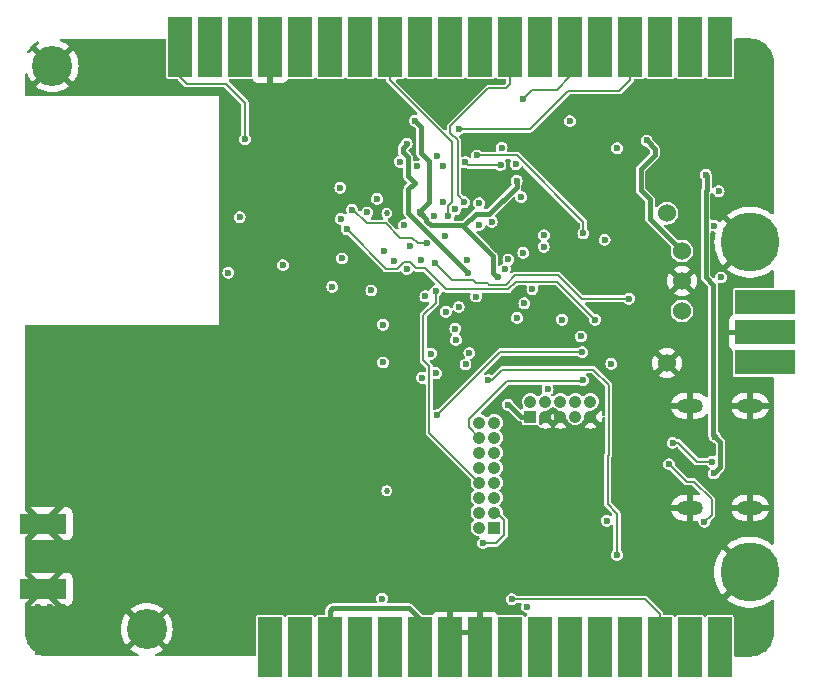
<source format=gbl>
%TF.GenerationSoftware,KiCad,Pcbnew,8.0.4*%
%TF.CreationDate,2024-11-04T17:03:21+09:00*%
%TF.ProjectId,balsun,62616c73-756e-42e6-9b69-6361645f7063,rev?*%
%TF.SameCoordinates,Original*%
%TF.FileFunction,Copper,L4,Bot*%
%TF.FilePolarity,Positive*%
%FSLAX46Y46*%
G04 Gerber Fmt 4.6, Leading zero omitted, Abs format (unit mm)*
G04 Created by KiCad (PCBNEW 8.0.4) date 2024-11-04 17:03:21*
%MOMM*%
%LPD*%
G01*
G04 APERTURE LIST*
%TA.AperFunction,SMDPad,CuDef*%
%ADD10R,4.000000X1.810000*%
%TD*%
%TA.AperFunction,ComponentPad*%
%ADD11R,1.050000X1.050000*%
%TD*%
%TA.AperFunction,ComponentPad*%
%ADD12C,1.050000*%
%TD*%
%TA.AperFunction,ComponentPad*%
%ADD13C,1.524000*%
%TD*%
%TA.AperFunction,ComponentPad*%
%ADD14C,5.000000*%
%TD*%
%TA.AperFunction,ComponentPad*%
%ADD15R,2.000000X2.540000*%
%TD*%
%TA.AperFunction,ComponentPad*%
%ADD16C,3.400000*%
%TD*%
%TA.AperFunction,ComponentPad*%
%ADD17R,2.540000X2.000000*%
%TD*%
%TA.AperFunction,ComponentPad*%
%ADD18O,2.200000X1.200000*%
%TD*%
%TA.AperFunction,ComponentPad*%
%ADD19C,1.530000*%
%TD*%
%TA.AperFunction,SMDPad,CuDef*%
%ADD20C,0.517500*%
%TD*%
%TA.AperFunction,ViaPad*%
%ADD21C,0.600000*%
%TD*%
%TA.AperFunction,Conductor*%
%ADD22C,0.400000*%
%TD*%
%TA.AperFunction,Conductor*%
%ADD23C,0.200000*%
%TD*%
%ADD24C,0.300000*%
%ADD25C,0.350000*%
%ADD26O,1.600000X0.600000*%
G04 APERTURE END LIST*
D10*
%TO.P,J6,2,2*%
%TO.N,GND*%
X158600000Y-115260000D03*
X158600000Y-120790000D03*
%TD*%
D11*
%TO.P,J4,1,1*%
%TO.N,P402*%
X196800000Y-115580000D03*
D12*
%TO.P,J4,2,2*%
%TO.N,P401*%
X195530000Y-115580000D03*
%TO.P,J4,3,3*%
%TO.N,P215*%
X196800000Y-114310000D03*
%TO.P,J4,4,4*%
%TO.N,P400*%
X195530000Y-114310000D03*
%TO.P,J4,5,5*%
%TO.N,P214*%
X196800000Y-113040000D03*
%TO.P,J4,6,6*%
%TO.N,P011*%
X195530000Y-113040000D03*
%TO.P,J4,7,7*%
%TO.N,P411*%
X196800000Y-111770000D03*
%TO.P,J4,8,8*%
%TO.N,P003*%
X195530000Y-111770000D03*
%TO.P,J4,9,9*%
%TO.N,P410*%
X196800000Y-110500000D03*
%TO.P,J4,10,10*%
%TO.N,P004*%
X195530000Y-110500000D03*
%TO.P,J4,11,11*%
%TO.N,P409*%
X196800000Y-109230000D03*
%TO.P,J4,12,12*%
%TO.N,P015*%
X195530000Y-109230000D03*
%TO.P,J4,13,13*%
%TO.N,P408*%
X196800000Y-107960000D03*
%TO.P,J4,14,14*%
%TO.N,P113*%
X195530000Y-107960000D03*
%TO.P,J4,15,15*%
%TO.N,P206*%
X196800000Y-106690000D03*
%TO.P,J4,16,16*%
%TO.N,P205*%
X195530000Y-106690000D03*
%TD*%
D13*
%TO.P,IC3,1,IN*%
%TO.N,VEXTIN*%
X212700000Y-97240000D03*
%TO.P,IC3,2,GND*%
%TO.N,GND*%
X212700000Y-94700000D03*
%TO.P,IC3,3,OUT*%
%TO.N,Net-(IC3-OUT)*%
X212700000Y-92160000D03*
%TD*%
D12*
%TO.P,J1,10,10*%
%TO.N,RESET*%
X204935000Y-104905000D03*
%TO.P,J1,9,9*%
%TO.N,GND*%
X204935000Y-106175000D03*
%TO.P,J1,8,8*%
%TO.N,P501_SCI1_TXD*%
X203665000Y-104905000D03*
%TO.P,J1,7,7*%
%TO.N,P502_SCI1_RXD*%
X203665000Y-106175000D03*
%TO.P,J1,6,6*%
%TO.N,unconnected-(J1-Pad6)*%
X202395000Y-104905000D03*
%TO.P,J1,5,5*%
%TO.N,GND*%
X202395000Y-106175000D03*
%TO.P,J1,4,4*%
%TO.N,P300_SWCLK*%
X201125000Y-104905000D03*
%TO.P,J1,3,3*%
%TO.N,GND*%
X201125000Y-106175000D03*
%TO.P,J1,2,2*%
%TO.N,P108_SWDIO*%
X199855000Y-104905000D03*
D11*
%TO.P,J1,1,1*%
%TO.N,+5V*%
X199855000Y-106175000D03*
%TD*%
D14*
%TO.P,H3,1,Hole*%
%TO.N,GND*%
X218450000Y-91412500D03*
%TD*%
D15*
%TO.P,P1,0,Rx*%
%TO.N,WISUN_TX_Serial1_D0*%
X215920000Y-76140000D03*
X215920000Y-73600000D03*
%TO.P,P1,1,Tx*%
%TO.N,WISUN_RX_Serial1_D1*%
X213380000Y-76140000D03*
X213380000Y-73600000D03*
%TO.P,P1,2,2*%
%TO.N,P105_IRQ00_GPT1_A*%
X210840000Y-76140000D03*
X210840000Y-73600000D03*
%TO.P,P1,3,~3*%
%TO.N,P104_IRQ01_GPT1_B*%
X208300000Y-76140000D03*
X208300000Y-73600000D03*
%TO.P,P1,4,4*%
%TO.N,P103_SPI0_SSL_GPT2_A_CAN0_TX*%
X205760000Y-76140000D03*
X205760000Y-73600000D03*
%TO.P,P1,5,~5*%
%TO.N,P102_SPI0_RSPCK_GPT2_B_CAN0_RX*%
X203220000Y-76140000D03*
X203220000Y-73600000D03*
%TO.P,P1,6,~6*%
%TO.N,P106_GPT0_B*%
X200680000Y-76140000D03*
X200680000Y-73600000D03*
%TO.P,P1,7,7*%
%TO.N,P107_GPT0_A*%
X198140000Y-76140000D03*
X198140000Y-73600000D03*
%TO.P,P1,8,8*%
%TO.N,P304_GPT7_A*%
X193060000Y-76140000D03*
X193060000Y-73600000D03*
%TO.P,P1,9,~9*%
%TO.N,P303_GPT7_B*%
X190520000Y-76140000D03*
X190520000Y-73600000D03*
%TO.P,P1,10,~10*%
%TO.N,P112_GPT3_B*%
X187980000Y-76140000D03*
X187980000Y-73600000D03*
%TO.P,P1,11,~11*%
%TO.N,P109_SCI9_TXD*%
X185440000Y-76140000D03*
X185440000Y-73600000D03*
%TO.P,P1,12,12*%
%TO.N,P110_SCI9_RXD*%
X182900000Y-76140000D03*
X182900000Y-73600000D03*
%TO.P,P1,13,13*%
%TO.N,P111_GPT3_A*%
X180360000Y-76140000D03*
X180360000Y-73600000D03*
%TO.P,P1,14,GND*%
%TO.N,GND*%
X177820000Y-76140000D03*
X177820000Y-73600000D03*
%TO.P,P1,15,AREF*%
%TO.N,AREF*%
X175280000Y-76140000D03*
X175280000Y-73600000D03*
%TO.P,P1,16,SDA*%
%TO.N,P101_AN21_SDA*%
X172740000Y-76140000D03*
X172740000Y-73600000D03*
%TO.P,P1,17,SCL*%
%TO.N,P100_AN22_SCL*%
X170200000Y-76140000D03*
X170200000Y-73600000D03*
%TO.P,P1,18,extra*%
%TO.N,+5V*%
X195600000Y-76140000D03*
X195600000Y-73600000D03*
%TD*%
D16*
%TO.P,H4,1,Hole*%
%TO.N,GND*%
X159400000Y-76500000D03*
%TD*%
%TO.P,H5,1,Hole*%
%TO.N,GND*%
X167375000Y-124175000D03*
%TD*%
D17*
%TO.P,H1,1,plus>5V*%
%TO.N,VEXTIN*%
X218450000Y-101600000D03*
X220990000Y-101600000D03*
%TO.P,H1,2,GND*%
%TO.N,GND*%
X218450000Y-99060000D03*
X220990000Y-99060000D03*
%TO.P,H1,4,plus<5V*%
%TO.N,VBAT*%
X218450000Y-96520000D03*
X220990000Y-96520000D03*
%TD*%
D15*
%TO.P,J2,1,1*%
%TO.N,+5V*%
X177800000Y-124460000D03*
X177800000Y-127000000D03*
%TO.P,J2,2,2*%
%TO.N,MD*%
X180340000Y-124460000D03*
X180340000Y-127000000D03*
%TO.P,J2,3,3*%
%TO.N,+5V*%
X182880000Y-124460000D03*
X182880000Y-127000000D03*
%TO.P,J2,4,4*%
%TO.N,RESET*%
X185420000Y-124460000D03*
X185420000Y-127000000D03*
%TO.P,J2,5,5*%
%TO.N,+3V3*%
X187960000Y-124460000D03*
X187960000Y-127000000D03*
%TO.P,J2,6,6*%
%TO.N,+5V*%
X190500000Y-124460000D03*
X190500000Y-127000000D03*
%TO.P,J2,7,7*%
%TO.N,GND*%
X193040000Y-124460000D03*
X193040000Y-127000000D03*
%TO.P,J2,8,8*%
X195580000Y-124460000D03*
X195580000Y-127000000D03*
%TO.P,J2,9,9*%
%TO.N,VUSB*%
X198120000Y-124460000D03*
X198120000Y-127000000D03*
%TO.P,J2,10,10*%
%TO.N,unconnected-(J2-Pad10)*%
X200660000Y-124460000D03*
%TO.N,unconnected-(J2-Pad10)_1*%
X200660000Y-127000000D03*
%TO.P,J2,11,11*%
%TO.N,P014_AN09_DAC*%
X203200000Y-124460000D03*
X203200000Y-127000000D03*
%TO.P,J2,12,12*%
%TO.N,P000_AN00_AMP+*%
X205740000Y-124460000D03*
X205740000Y-127000000D03*
%TO.P,J2,13,13*%
%TO.N,P001_AN01_AMP-*%
X208280000Y-124460000D03*
X208280000Y-127000000D03*
%TO.P,J2,14,14*%
%TO.N,P002_AN02_AMPO*%
X210820000Y-124460000D03*
X210820000Y-127000000D03*
%TO.P,J2,15,15*%
%TO.N,P101_AN21_SDA*%
X213360000Y-124460000D03*
X213360000Y-127000000D03*
%TO.P,J2,16,16*%
%TO.N,P100_AN22_SCL*%
X215900000Y-124460000D03*
X215900000Y-127000000D03*
%TD*%
D18*
%TO.P,J5,MH1,MH1*%
%TO.N,GND*%
X213375000Y-113895000D03*
%TO.P,J5,MH2,MH2*%
X213375000Y-105255000D03*
%TO.P,J5,MH3,MH3*%
X218475000Y-113895000D03*
%TO.P,J5,MH4,MH4*%
X218475000Y-105255000D03*
%TD*%
D14*
%TO.P,H2,1,Hole*%
%TO.N,GND*%
X218425000Y-119350000D03*
%TD*%
D19*
%TO.P,U1,1,+*%
%TO.N,VBAT*%
X211425000Y-88950000D03*
%TO.P,U1,2,-*%
%TO.N,GND*%
X211425000Y-101650000D03*
D20*
%TO.P,U1,3,3*%
%TO.N,unconnected-(U1-Pad3)*%
X187705000Y-88950000D03*
%TO.P,U1,4,4*%
%TO.N,unconnected-(U1-Pad4)*%
X187705000Y-112450000D03*
%TD*%
D21*
%TO.N,VBAT*%
X203200000Y-81160000D03*
%TO.N,GND*%
X194540000Y-96460000D03*
%TO.N,P103_SPI0_SSL_GPT2_A_CAN0_TX*%
X192600000Y-90880000D03*
%TO.N,+5V*%
X190500000Y-88900000D03*
%TO.N,+3V3*%
X194600000Y-94000000D03*
%TO.N,GND*%
X169500000Y-121500000D03*
X163600000Y-124100000D03*
X202900000Y-83400000D03*
X159200000Y-122300000D03*
X178000000Y-87700000D03*
X196600000Y-100300000D03*
X199800000Y-99700000D03*
X160300000Y-113500000D03*
X202700000Y-119300000D03*
X190000000Y-78500000D03*
X167700000Y-75600000D03*
X161500000Y-115100000D03*
X183700000Y-120100000D03*
X200400000Y-110800000D03*
X163600000Y-122300000D03*
X202500000Y-108100000D03*
X158200000Y-116900000D03*
X178800000Y-89900000D03*
X158200000Y-126100000D03*
X175600000Y-88100000D03*
X194900000Y-82700000D03*
X179100000Y-91500000D03*
X166500000Y-114600000D03*
X158200000Y-119000000D03*
X188900000Y-86200000D03*
X207800000Y-119500000D03*
X164600000Y-113500000D03*
X209100000Y-83500000D03*
X163600000Y-126100000D03*
X158200000Y-122300000D03*
X165000000Y-116200000D03*
X218700000Y-83700000D03*
X177800000Y-85400000D03*
X161500000Y-113600000D03*
X163300000Y-117800000D03*
X161400000Y-120600000D03*
X182200000Y-81900000D03*
X159200000Y-119000000D03*
X201000000Y-115800000D03*
X163800000Y-114300000D03*
X210200000Y-92200000D03*
X165830000Y-118955000D03*
X162200000Y-115900000D03*
X165700000Y-115400000D03*
X161500000Y-116700000D03*
X161400000Y-119000000D03*
X166300000Y-112000000D03*
X209000000Y-88500000D03*
X158200000Y-113500000D03*
X188200000Y-98900000D03*
X192700000Y-80900000D03*
X165900000Y-117300000D03*
X180900000Y-98100000D03*
X161400000Y-126100000D03*
X163000000Y-115100000D03*
X179000000Y-87800000D03*
X167700000Y-120600000D03*
X201700000Y-92400000D03*
X167400000Y-113800000D03*
X159200000Y-113500000D03*
X214500000Y-120600000D03*
X163600000Y-120600000D03*
X180400000Y-80600000D03*
X161400000Y-122300000D03*
X174300000Y-122600000D03*
X162500000Y-118700000D03*
X167700000Y-119000000D03*
X206700000Y-97800000D03*
X211600000Y-80000000D03*
X217800000Y-88100000D03*
X158200000Y-124100000D03*
X207200000Y-90900000D03*
X160300000Y-119000000D03*
X164100000Y-117000000D03*
X202700000Y-113300000D03*
X161400000Y-124100000D03*
X160300000Y-116900000D03*
X209300000Y-96200000D03*
X206900000Y-94500000D03*
X203600000Y-116500000D03*
X165400000Y-112700000D03*
X190600000Y-111600000D03*
X167300000Y-111400000D03*
X162300000Y-74800000D03*
X159200000Y-116900000D03*
X214300000Y-103500000D03*
X160300000Y-122300000D03*
X165800000Y-120600000D03*
X167700000Y-117300000D03*
%TO.N,+5V*%
X187400000Y-101600000D03*
X197935600Y-105173300D03*
X197100000Y-94400000D03*
X190089700Y-81135100D03*
X198694900Y-86207000D03*
%TO.N,MD*%
X184754100Y-88668600D03*
X191076800Y-91514800D03*
%TO.N,P101_AN21_SDA*%
X205349200Y-97975000D03*
X184298100Y-90310200D03*
%TO.N,P111_GPT3_A*%
X192422900Y-88001000D03*
X174300000Y-94000000D03*
%TO.N,P304_GPT7_A*%
X197423900Y-83414300D03*
%TO.N,P409*%
X200020200Y-95397200D03*
%TO.N,P401*%
X194372000Y-101767600D03*
%TO.N,P001_AN01_AMP-*%
X193551200Y-99685700D03*
X192700000Y-97300000D03*
%TO.N,P214*%
X198738100Y-97828600D03*
%TO.N,P003*%
X191832700Y-95555300D03*
%TO.N,P206*%
X194500000Y-92900000D03*
%TO.N,P400*%
X194705700Y-100796000D03*
%TO.N,P107_GPT0_A*%
X194277700Y-88028100D03*
%TO.N,P000_AN00_AMP+*%
X193502700Y-98733300D03*
X199595150Y-122295150D03*
%TO.N,P408*%
X198000000Y-92880000D03*
%TO.N,P100_AN22_SCL*%
X191800000Y-93200000D03*
X208200000Y-96200000D03*
X175700000Y-82700000D03*
X186043100Y-88895900D03*
%TO.N,P110_SCI9_RXD*%
X190240000Y-85000000D03*
%TO.N,P106_GPT0_B*%
X189180000Y-89990000D03*
%TO.N,Net-(IC1-P200)*%
X188800000Y-84600000D03*
X198635900Y-84808400D03*
%TO.N,P410*%
X197700000Y-93691200D03*
%TO.N,P411*%
X199348700Y-96594300D03*
%TO.N,P004*%
X190700000Y-102900000D03*
%TO.N,P205*%
X196591400Y-89700400D03*
%TO.N,P109_SCI9_TXD*%
X192493600Y-84990700D03*
%TO.N,P014_AN09_DAC*%
X187400000Y-98400000D03*
X189402100Y-93687600D03*
X196300000Y-103100000D03*
X191900000Y-102500000D03*
X207200000Y-117900000D03*
%TO.N,P002_AN02_AMPO*%
X198282200Y-121642600D03*
X191442500Y-100855600D03*
%TO.N,P105_IRQ00_GPT1_A*%
X186893300Y-87743700D03*
%TO.N,P113*%
X204300000Y-103100000D03*
X191713600Y-89200000D03*
%TO.N,P215*%
X195860900Y-116887700D03*
X195271500Y-96015800D03*
%TO.N,P104_IRQ01_GPT1_B*%
X193800000Y-81831400D03*
X183825100Y-89441700D03*
%TO.N,P102_SPI0_RSPCK_GPT2_B_CAN0_RX*%
X199200000Y-79300000D03*
X189669100Y-91704200D03*
%TO.N,P015*%
X186400000Y-95500000D03*
%TO.N,P112_GPT3_B*%
X192917100Y-89208800D03*
%TO.N,USB_D_P*%
X199267100Y-92325400D03*
X201319300Y-103872600D03*
%TO.N,USB_D_N*%
X211900000Y-108400000D03*
X215240000Y-110000000D03*
X201016700Y-90809600D03*
%TO.N,VUSB*%
X215500000Y-107900000D03*
X215400000Y-111000000D03*
X214700000Y-85700000D03*
%TO.N,CC1*%
X211600000Y-110200000D03*
X214600000Y-115100000D03*
%TO.N,VBAT*%
X216000000Y-94400000D03*
%TO.N,VREFH0*%
X183765400Y-86798600D03*
X190965600Y-96000000D03*
%TO.N,P013*%
X187504900Y-92181000D03*
X183100000Y-95200000D03*
%TO.N,P501_SCI1_TXD*%
X190578700Y-92886800D03*
%TO.N,P502_SCI1_RXD*%
X188340100Y-93047700D03*
X204145600Y-99393600D03*
%TO.N,WISUN_RESETN*%
X195516300Y-89951100D03*
X187300000Y-121600000D03*
%TO.N,WISUN_RX*%
X191927800Y-106056900D03*
X204265800Y-100716000D03*
%TO.N,Net-(IC1-P500)*%
X183912300Y-92791500D03*
X175249600Y-89294800D03*
%TO.N,WISUN_TX*%
X206714200Y-101717100D03*
X206321000Y-114987400D03*
%TO.N,RESET*%
X178914800Y-93351600D03*
X199080050Y-87589950D03*
%TO.N,+3V3*%
X193800000Y-96900000D03*
X189385800Y-83066000D03*
%TO.N,P300_SWCLK*%
X200993500Y-91795200D03*
X193484100Y-88641800D03*
%TO.N,P108_SWDIO*%
X197335100Y-84883700D03*
X194347900Y-84628100D03*
X191920000Y-84150300D03*
%TO.N,WISUN_TX_Serial1*%
X195528400Y-88125300D03*
X206143800Y-91218500D03*
%TO.N,WISUN_RX_Serial1*%
X204345800Y-90660800D03*
X195354700Y-84073800D03*
%TO.N,WISUN_TX_Serial1_D0*%
X215404150Y-90004150D03*
%TO.N,WISUN_RX_Serial1_D1*%
X202552600Y-97978700D03*
%TO.N,Net-(IC3-OUT)*%
X209700000Y-82800000D03*
%TO.N,Net-(IC5-ILIM)*%
X215800000Y-87100000D03*
X207200000Y-83450000D03*
%TD*%
D22*
%TO.N,VUSB*%
X214800000Y-85800000D02*
X214700000Y-85700000D01*
X214800000Y-87000000D02*
X214800000Y-85800000D01*
X214700000Y-87100000D02*
X214800000Y-87000000D01*
X214700000Y-94400000D02*
X214700000Y-87100000D01*
X215310000Y-95010000D02*
X214700000Y-94400000D01*
X215310000Y-107710000D02*
X215310000Y-95010000D01*
X215500000Y-107900000D02*
X215310000Y-107710000D01*
%TO.N,+3V3*%
X189050000Y-83401800D02*
X189385800Y-83066000D01*
X189520000Y-84240000D02*
X189050000Y-83770000D01*
X189520000Y-85820000D02*
X189520000Y-84240000D01*
X190070000Y-86370000D02*
X189520000Y-85820000D01*
X189510000Y-86930000D02*
X190070000Y-86370000D01*
X189510000Y-88910000D02*
X189510000Y-86930000D01*
X189050000Y-83770000D02*
X189050000Y-83401800D01*
X194600000Y-94000000D02*
X189510000Y-88910000D01*
%TO.N,+5V*%
X190590000Y-81635400D02*
X190089700Y-81135100D01*
X191294500Y-88005500D02*
X191294500Y-84564500D01*
X190590000Y-83860000D02*
X190590000Y-81635400D01*
X190500000Y-88800000D02*
X191294500Y-88005500D01*
X190500000Y-88900000D02*
X190500000Y-88800000D01*
X191294500Y-84564500D02*
X190590000Y-83860000D01*
%TO.N,VUSB*%
X215950000Y-110450000D02*
X215400000Y-111000000D01*
X215950000Y-108350000D02*
X215950000Y-110450000D01*
X215500000Y-107900000D02*
X215950000Y-108350000D01*
D23*
%TO.N,USB_D_N*%
X212400000Y-108400000D02*
X211900000Y-108400000D01*
X214000000Y-110000000D02*
X212400000Y-108400000D01*
X215240000Y-110000000D02*
X214000000Y-110000000D01*
D22*
%TO.N,+5V*%
X194270000Y-90000000D02*
X195270000Y-89000000D01*
X194100000Y-90000000D02*
X194270000Y-90000000D01*
X196700000Y-94000000D02*
X197100000Y-94400000D01*
X196700000Y-92600000D02*
X196700000Y-94000000D01*
X194100000Y-90000000D02*
X196700000Y-92600000D01*
X191448528Y-90000000D02*
X194100000Y-90000000D01*
X191060000Y-89611472D02*
X191448528Y-90000000D01*
X190500000Y-88900000D02*
X191060000Y-89460000D01*
X191060000Y-89460000D02*
X191060000Y-89611472D01*
X198694900Y-86705100D02*
X198694900Y-86207000D01*
X195270000Y-89000000D02*
X196400000Y-89000000D01*
X196400000Y-89000000D02*
X198694900Y-86705100D01*
X190500000Y-89000000D02*
X190500000Y-88900000D01*
D23*
%TO.N,MD*%
X188820000Y-91020000D02*
X187600000Y-89800000D01*
X184868600Y-88668600D02*
X184754100Y-88668600D01*
X190328229Y-91514800D02*
X189833429Y-91020000D01*
X189833429Y-91020000D02*
X188820000Y-91020000D01*
X191076800Y-91514800D02*
X190328229Y-91514800D01*
X187600000Y-89800000D02*
X186000000Y-89800000D01*
X186000000Y-89800000D02*
X184868600Y-88668600D01*
D22*
%TO.N,Net-(IC3-OUT)*%
X210000000Y-89460000D02*
X212700000Y-92160000D01*
X210000000Y-87800000D02*
X210000000Y-89460000D01*
X210400000Y-83500000D02*
X210400000Y-84000000D01*
X210400000Y-84000000D02*
X209200000Y-85200000D01*
X209200000Y-85200000D02*
X209200000Y-87000000D01*
X209200000Y-87000000D02*
X210000000Y-87800000D01*
X209700000Y-82800000D02*
X210400000Y-83500000D01*
%TO.N,+5V*%
X189600000Y-122400000D02*
X190500000Y-123300000D01*
X182880000Y-122620000D02*
X183100000Y-122400000D01*
X190500000Y-123300000D02*
X190500000Y-124460000D01*
X182880000Y-124460000D02*
X182880000Y-122620000D01*
X183100000Y-122400000D02*
X189600000Y-122400000D01*
D23*
%TO.N,+3V3*%
X194600000Y-94000000D02*
X194539900Y-94000000D01*
X194600000Y-94060100D02*
X194600000Y-94000000D01*
%TO.N,P003*%
X191832700Y-96523200D02*
X190800000Y-97555900D01*
X191300000Y-101900000D02*
X191300000Y-107540000D01*
X191300000Y-107540000D02*
X195530000Y-111770000D01*
X190800000Y-97555900D02*
X190800000Y-101400000D01*
X191832700Y-95555300D02*
X191832700Y-96523200D01*
X190800000Y-101400000D02*
X191300000Y-101900000D01*
D22*
%TO.N,+5V*%
X199855000Y-106175000D02*
X199028300Y-106175000D01*
X199028300Y-106175000D02*
X198026600Y-105173300D01*
D23*
X198026600Y-105173300D02*
X197935600Y-105173300D01*
%TO.N,P101_AN21_SDA*%
X198642700Y-94757300D02*
X198000000Y-95400000D01*
X190176300Y-93610900D02*
X189651300Y-93085900D01*
X187658700Y-93670800D02*
X184298100Y-90310200D01*
X189651300Y-93085900D02*
X189153000Y-93085900D01*
X190176300Y-93611000D02*
X190176300Y-93610900D01*
X205349200Y-97975000D02*
X202131500Y-94757300D01*
X202131500Y-94757300D02*
X198642700Y-94757300D01*
X198000000Y-95400000D02*
X192730900Y-95400000D01*
X188568100Y-93670800D02*
X187658700Y-93670800D01*
X190941900Y-93611000D02*
X190176300Y-93611000D01*
X189153000Y-93085900D02*
X188568100Y-93670800D01*
X192730900Y-95400000D02*
X190941900Y-93611000D01*
%TO.N,P107_GPT0_A*%
X193100000Y-82200000D02*
X193700000Y-82800000D01*
X196300000Y-78400000D02*
X193100000Y-81600000D01*
X193700000Y-82800000D02*
X193700000Y-87450400D01*
X198140000Y-76140000D02*
X198140000Y-78060000D01*
X198140000Y-78060000D02*
X197800000Y-78400000D01*
X197800000Y-78400000D02*
X196300000Y-78400000D01*
X193100000Y-81600000D02*
X193100000Y-82200000D01*
X193700000Y-87450400D02*
X194277700Y-88028100D01*
%TO.N,P100_AN22_SCL*%
X202200000Y-94200000D02*
X198600000Y-94200000D01*
X195300000Y-94900000D02*
X195000000Y-94600000D01*
X170200000Y-76140000D02*
X170200000Y-77400000D01*
X208200000Y-96200000D02*
X204200000Y-96200000D01*
X196400000Y-95000000D02*
X196300000Y-94900000D01*
X193200000Y-94600000D02*
X191800000Y-93200000D01*
X174100000Y-78000000D02*
X175700000Y-79600000D01*
X170200000Y-77400000D02*
X170800000Y-78000000D01*
X195000000Y-94600000D02*
X193200000Y-94600000D01*
X197800000Y-95000000D02*
X196400000Y-95000000D01*
X198600000Y-94200000D02*
X197800000Y-95000000D01*
X170800000Y-78000000D02*
X174100000Y-78000000D01*
X196300000Y-94900000D02*
X195300000Y-94900000D01*
X175700000Y-79600000D02*
X175700000Y-82700000D01*
X215900000Y-124460000D02*
X215900000Y-123300000D01*
X204200000Y-96200000D02*
X202200000Y-94200000D01*
%TO.N,P014_AN09_DAC*%
X205200000Y-102200000D02*
X197500000Y-102200000D01*
X197500000Y-102200000D02*
X196600000Y-103100000D01*
X206500000Y-103500000D02*
X205200000Y-102200000D01*
X206500000Y-109400000D02*
X206500000Y-103500000D01*
X207200000Y-114400000D02*
X206400000Y-113600000D01*
X206400000Y-113600000D02*
X206400000Y-109500000D01*
X196600000Y-103100000D02*
X196300000Y-103100000D01*
X207200000Y-117900000D02*
X207200000Y-114400000D01*
X206400000Y-109500000D02*
X206500000Y-109400000D01*
%TO.N,P002_AN02_AMPO*%
X210820000Y-124460000D02*
X210820000Y-122888300D01*
X210820000Y-122888300D02*
X209574300Y-121642600D01*
X209574300Y-121642600D02*
X198282200Y-121642600D01*
%TO.N,P113*%
X195530000Y-107960000D02*
X194656500Y-107086500D01*
X194656500Y-107086500D02*
X194656500Y-106394400D01*
X194656500Y-106394400D02*
X197850900Y-103200000D01*
X197850900Y-103200000D02*
X204200000Y-103200000D01*
X204200000Y-103200000D02*
X204300000Y-103100000D01*
%TO.N,P215*%
X197626700Y-114930000D02*
X197626700Y-116230000D01*
X197006700Y-114310000D02*
X197626700Y-114930000D01*
X196800000Y-114310000D02*
X197006700Y-114310000D01*
X196969000Y-116887700D02*
X195860900Y-116887700D01*
X197626700Y-116230000D02*
X196969000Y-116887700D01*
%TO.N,P104_IRQ01_GPT1_B*%
X207400000Y-78600000D02*
X208300000Y-77700000D01*
X203059800Y-78600000D02*
X207400000Y-78600000D01*
X193800000Y-81831400D02*
X199828400Y-81831400D01*
X208300000Y-77700000D02*
X208300000Y-76140000D01*
X199828400Y-81831400D02*
X203059800Y-78600000D01*
%TO.N,P102_SPI0_RSPCK_GPT2_B_CAN0_RX*%
X202100000Y-78500000D02*
X203220000Y-77380000D01*
X203220000Y-77380000D02*
X203220000Y-76140000D01*
X199200000Y-79300000D02*
X200000000Y-78500000D01*
X200000000Y-78500000D02*
X202100000Y-78500000D01*
%TO.N,P112_GPT3_B*%
X192882400Y-89174100D02*
X192917100Y-89208800D01*
X192882400Y-88392700D02*
X192882400Y-89174100D01*
X187980000Y-77711700D02*
X193235000Y-82966700D01*
X193235000Y-88040100D02*
X192882400Y-88392700D01*
X193235000Y-82966700D02*
X193235000Y-88040100D01*
X187980000Y-76140000D02*
X187980000Y-77711700D01*
%TO.N,USB_D_N*%
X212000000Y-108400000D02*
X211900000Y-108400000D01*
%TO.N,CC1*%
X215200000Y-113200000D02*
X215200000Y-114500000D01*
X215200000Y-114500000D02*
X214600000Y-115100000D01*
X213700000Y-111700000D02*
X215200000Y-113200000D01*
X213100000Y-111700000D02*
X213700000Y-111700000D01*
X211600000Y-110200000D02*
X213100000Y-111700000D01*
%TO.N,WISUN_RX*%
X204265800Y-100716000D02*
X197268700Y-100716000D01*
X197268700Y-100716000D02*
X191927800Y-106056900D01*
%TO.N,+3V3*%
X194575200Y-94035300D02*
X194600000Y-94060100D01*
%TO.N,P108_SWDIO*%
X194347900Y-84628100D02*
X194603500Y-84883700D01*
X194603500Y-84883700D02*
X197335100Y-84883700D01*
%TO.N,WISUN_RX_Serial1*%
X204345800Y-90660800D02*
X204345800Y-89667400D01*
X198752200Y-84073800D02*
X195354700Y-84073800D01*
X204345800Y-89667400D02*
X198752200Y-84073800D01*
%TD*%
%TA.AperFunction,Conductor*%
%TO.N,GND*%
G36*
X218441065Y-74160819D02*
G01*
X218694498Y-74179073D01*
X218710412Y-74181263D01*
X218955966Y-74231455D01*
X218971460Y-74235685D01*
X219208470Y-74317225D01*
X219223283Y-74323422D01*
X219447750Y-74434936D01*
X219461643Y-74443001D01*
X219491615Y-74463104D01*
X219669788Y-74582609D01*
X219682530Y-74592410D01*
X219870863Y-74757770D01*
X219882229Y-74769136D01*
X220047589Y-74957469D01*
X220057390Y-74970211D01*
X220196997Y-75178354D01*
X220205066Y-75192254D01*
X220296493Y-75376289D01*
X220316572Y-75416705D01*
X220322776Y-75431535D01*
X220404312Y-75668531D01*
X220408545Y-75684038D01*
X220458735Y-75929582D01*
X220460927Y-75945507D01*
X220479180Y-76198926D01*
X220479500Y-76207834D01*
X220479500Y-88933310D01*
X220459815Y-89000349D01*
X220407011Y-89046104D01*
X220337853Y-89056048D01*
X220275796Y-89028301D01*
X220244518Y-89002056D01*
X219952538Y-88810019D01*
X219640260Y-88653185D01*
X219640254Y-88653183D01*
X219311869Y-88533661D01*
X219311866Y-88533660D01*
X218971828Y-88453070D01*
X218624723Y-88412500D01*
X218275277Y-88412500D01*
X217928172Y-88453070D01*
X217928170Y-88453070D01*
X217588133Y-88533660D01*
X217588130Y-88533661D01*
X217259745Y-88653183D01*
X217259739Y-88653185D01*
X216947461Y-88810019D01*
X216655480Y-89002057D01*
X216512819Y-89121764D01*
X216512818Y-89121765D01*
X217509301Y-90118248D01*
X217407670Y-90192088D01*
X217229588Y-90370170D01*
X217155748Y-90471801D01*
X216156148Y-89472201D01*
X216156147Y-89472202D01*
X216147976Y-89480863D01*
X216147972Y-89480868D01*
X215992875Y-89689199D01*
X215937052Y-89731218D01*
X215867374Y-89736386D01*
X215805963Y-89703064D01*
X215799699Y-89696353D01*
X215735279Y-89622008D01*
X215735278Y-89622007D01*
X215614203Y-89544197D01*
X215614201Y-89544196D01*
X215614199Y-89544195D01*
X215614200Y-89544195D01*
X215476113Y-89503650D01*
X215476111Y-89503650D01*
X215332189Y-89503650D01*
X215259433Y-89525012D01*
X215189563Y-89525011D01*
X215130786Y-89487235D01*
X215101762Y-89423679D01*
X215100500Y-89406034D01*
X215100500Y-87343146D01*
X215120185Y-87276107D01*
X215172989Y-87230352D01*
X215242147Y-87220408D01*
X215305703Y-87249433D01*
X215337294Y-87291635D01*
X215374620Y-87373369D01*
X215374623Y-87373373D01*
X215468872Y-87482143D01*
X215589947Y-87559953D01*
X215589950Y-87559954D01*
X215589949Y-87559954D01*
X215728036Y-87600499D01*
X215728038Y-87600500D01*
X215728039Y-87600500D01*
X215871962Y-87600500D01*
X215871962Y-87600499D01*
X215979121Y-87569035D01*
X216010050Y-87559954D01*
X216010050Y-87559953D01*
X216010053Y-87559953D01*
X216131128Y-87482143D01*
X216225377Y-87373373D01*
X216285165Y-87242457D01*
X216305647Y-87100000D01*
X216285165Y-86957543D01*
X216225377Y-86826627D01*
X216131128Y-86717857D01*
X216010053Y-86640047D01*
X216010051Y-86640046D01*
X216010049Y-86640045D01*
X216010050Y-86640045D01*
X215871963Y-86599500D01*
X215871961Y-86599500D01*
X215728039Y-86599500D01*
X215728036Y-86599500D01*
X215589949Y-86640045D01*
X215468873Y-86717856D01*
X215418213Y-86776321D01*
X215359434Y-86814095D01*
X215289565Y-86814095D01*
X215230787Y-86776320D01*
X215201762Y-86712765D01*
X215200500Y-86695118D01*
X215200500Y-85744666D01*
X215201762Y-85727018D01*
X215205647Y-85700000D01*
X215185165Y-85557543D01*
X215125377Y-85426627D01*
X215031128Y-85317857D01*
X214910053Y-85240047D01*
X214910051Y-85240046D01*
X214910049Y-85240045D01*
X214910050Y-85240045D01*
X214771963Y-85199500D01*
X214771961Y-85199500D01*
X214628039Y-85199500D01*
X214628036Y-85199500D01*
X214489949Y-85240045D01*
X214368873Y-85317856D01*
X214274623Y-85426626D01*
X214274622Y-85426628D01*
X214214834Y-85557543D01*
X214194353Y-85700000D01*
X214214834Y-85842456D01*
X214228659Y-85872727D01*
X214274623Y-85973373D01*
X214368872Y-86082143D01*
X214368875Y-86082144D01*
X214369213Y-86082535D01*
X214398238Y-86146091D01*
X214399500Y-86163738D01*
X214399500Y-86786255D01*
X214382887Y-86848256D01*
X214326793Y-86945410D01*
X214310443Y-87006432D01*
X214305313Y-87025580D01*
X214302268Y-87036943D01*
X214302267Y-87036946D01*
X214299500Y-87047270D01*
X214299500Y-87047273D01*
X214299500Y-94347273D01*
X214299500Y-94452727D01*
X214304382Y-94470946D01*
X214326793Y-94554589D01*
X214331754Y-94563181D01*
X214379520Y-94645913D01*
X214379522Y-94645915D01*
X214873181Y-95139574D01*
X214906666Y-95200897D01*
X214909500Y-95227255D01*
X214909500Y-104434503D01*
X214889815Y-104501542D01*
X214837011Y-104547297D01*
X214767853Y-104557241D01*
X214704297Y-104528216D01*
X214697819Y-104522184D01*
X214591602Y-104415967D01*
X214451524Y-104314195D01*
X214297257Y-104235591D01*
X214132584Y-104182085D01*
X213961571Y-104155000D01*
X213625000Y-104155000D01*
X213625000Y-104955000D01*
X213125000Y-104955000D01*
X213125000Y-104155000D01*
X212788429Y-104155000D01*
X212617415Y-104182085D01*
X212452742Y-104235591D01*
X212298475Y-104314195D01*
X212158397Y-104415967D01*
X212035967Y-104538397D01*
X211934195Y-104678475D01*
X211855591Y-104832744D01*
X211802085Y-104997415D01*
X211800884Y-105004999D01*
X211800885Y-105005000D01*
X212708012Y-105005000D01*
X212690795Y-105014940D01*
X212634940Y-105070795D01*
X212595444Y-105139204D01*
X212575000Y-105215504D01*
X212575000Y-105294496D01*
X212595444Y-105370796D01*
X212634940Y-105439205D01*
X212690795Y-105495060D01*
X212708012Y-105505000D01*
X211800885Y-105505000D01*
X211802085Y-105512584D01*
X211855591Y-105677255D01*
X211934195Y-105831524D01*
X212035967Y-105971602D01*
X212158397Y-106094032D01*
X212298475Y-106195804D01*
X212452742Y-106274408D01*
X212617415Y-106327914D01*
X212788429Y-106355000D01*
X213125000Y-106355000D01*
X213125000Y-105555000D01*
X213625000Y-105555000D01*
X213625000Y-106355000D01*
X213961571Y-106355000D01*
X214132584Y-106327914D01*
X214297257Y-106274408D01*
X214451524Y-106195804D01*
X214591602Y-106094032D01*
X214697819Y-105987816D01*
X214759142Y-105954331D01*
X214828834Y-105959315D01*
X214884767Y-106001187D01*
X214909184Y-106066651D01*
X214909500Y-106075497D01*
X214909500Y-107762726D01*
X214936793Y-107864589D01*
X214993584Y-107962951D01*
X214991286Y-107964277D01*
X215009975Y-108008659D01*
X215014834Y-108042454D01*
X215014835Y-108042458D01*
X215074622Y-108173371D01*
X215074623Y-108173373D01*
X215168872Y-108282143D01*
X215289947Y-108359953D01*
X215289950Y-108359954D01*
X215289949Y-108359954D01*
X215406262Y-108394106D01*
X215459009Y-108425402D01*
X215513181Y-108479574D01*
X215546666Y-108540897D01*
X215549500Y-108567255D01*
X215549500Y-109403602D01*
X215529815Y-109470641D01*
X215477011Y-109516396D01*
X215407853Y-109526340D01*
X215390566Y-109522579D01*
X215311964Y-109499500D01*
X215311961Y-109499500D01*
X215168039Y-109499500D01*
X215168036Y-109499500D01*
X215029949Y-109540045D01*
X214908873Y-109617856D01*
X214875212Y-109656703D01*
X214816433Y-109694477D01*
X214781499Y-109699500D01*
X214175833Y-109699500D01*
X214108794Y-109679815D01*
X214088152Y-109663181D01*
X212584513Y-108159542D01*
X212584511Y-108159540D01*
X212558480Y-108144511D01*
X212515991Y-108119980D01*
X212515990Y-108119979D01*
X212490513Y-108113152D01*
X212439562Y-108099500D01*
X212439560Y-108099500D01*
X212358501Y-108099500D01*
X212291462Y-108079815D01*
X212264788Y-108056703D01*
X212231128Y-108017857D01*
X212110053Y-107940047D01*
X212110051Y-107940046D01*
X212110049Y-107940045D01*
X212110050Y-107940045D01*
X211971963Y-107899500D01*
X211971961Y-107899500D01*
X211828039Y-107899500D01*
X211828036Y-107899500D01*
X211689949Y-107940045D01*
X211568873Y-108017856D01*
X211474623Y-108126626D01*
X211474622Y-108126628D01*
X211414834Y-108257543D01*
X211394353Y-108400000D01*
X211414834Y-108542456D01*
X211450868Y-108621358D01*
X211474623Y-108673373D01*
X211568872Y-108782143D01*
X211689947Y-108859953D01*
X211689950Y-108859954D01*
X211689949Y-108859954D01*
X211828036Y-108900499D01*
X211828038Y-108900500D01*
X211828039Y-108900500D01*
X211971962Y-108900500D01*
X211971962Y-108900499D01*
X212110050Y-108859954D01*
X212110051Y-108859954D01*
X212110053Y-108859953D01*
X212223798Y-108786853D01*
X212290835Y-108767169D01*
X212357875Y-108786853D01*
X212378517Y-108803488D01*
X213815489Y-110240460D01*
X213884012Y-110280022D01*
X213960438Y-110300500D01*
X214781499Y-110300500D01*
X214848538Y-110320185D01*
X214875211Y-110343296D01*
X214908872Y-110382143D01*
X215022446Y-110455132D01*
X215068201Y-110507936D01*
X215078145Y-110577095D01*
X215049121Y-110640650D01*
X214974623Y-110726627D01*
X214974622Y-110726628D01*
X214914834Y-110857543D01*
X214894353Y-111000000D01*
X214914834Y-111142456D01*
X214940745Y-111199192D01*
X214974623Y-111273373D01*
X215068872Y-111382143D01*
X215189947Y-111459953D01*
X215189950Y-111459954D01*
X215189949Y-111459954D01*
X215328036Y-111500499D01*
X215328038Y-111500500D01*
X215328039Y-111500500D01*
X215471962Y-111500500D01*
X215471962Y-111500499D01*
X215579121Y-111469035D01*
X215610050Y-111459954D01*
X215610050Y-111459953D01*
X215610053Y-111459953D01*
X215731128Y-111382143D01*
X215825377Y-111273373D01*
X215885165Y-111142457D01*
X215889573Y-111111795D01*
X215918594Y-111048244D01*
X215924614Y-111041777D01*
X216270480Y-110695913D01*
X216291241Y-110659953D01*
X216323207Y-110604587D01*
X216350500Y-110502727D01*
X216350500Y-108297273D01*
X216346947Y-108284012D01*
X216323207Y-108195412D01*
X216270480Y-108104087D01*
X216024629Y-107858236D01*
X215991144Y-107796913D01*
X215989572Y-107788198D01*
X215985165Y-107757546D01*
X215985164Y-107757540D01*
X215958402Y-107698941D01*
X215925377Y-107626627D01*
X215831128Y-107517857D01*
X215810805Y-107504796D01*
X215767460Y-107476939D01*
X215721705Y-107424135D01*
X215710500Y-107372624D01*
X215710500Y-105004999D01*
X216900884Y-105004999D01*
X216900885Y-105005000D01*
X217808012Y-105005000D01*
X217790795Y-105014940D01*
X217734940Y-105070795D01*
X217695444Y-105139204D01*
X217675000Y-105215504D01*
X217675000Y-105294496D01*
X217695444Y-105370796D01*
X217734940Y-105439205D01*
X217790795Y-105495060D01*
X217808012Y-105505000D01*
X216900885Y-105505000D01*
X216902085Y-105512584D01*
X216955591Y-105677255D01*
X217034195Y-105831524D01*
X217135967Y-105971602D01*
X217258397Y-106094032D01*
X217398475Y-106195804D01*
X217552742Y-106274408D01*
X217717415Y-106327914D01*
X217888429Y-106355000D01*
X218225000Y-106355000D01*
X218225000Y-105555000D01*
X218725000Y-105555000D01*
X218725000Y-106355000D01*
X219061571Y-106355000D01*
X219232584Y-106327914D01*
X219397257Y-106274408D01*
X219551524Y-106195804D01*
X219691602Y-106094032D01*
X219814032Y-105971602D01*
X219915804Y-105831524D01*
X219994408Y-105677255D01*
X220047914Y-105512584D01*
X220049115Y-105505000D01*
X219141988Y-105505000D01*
X219159205Y-105495060D01*
X219215060Y-105439205D01*
X219254556Y-105370796D01*
X219275000Y-105294496D01*
X219275000Y-105215504D01*
X219254556Y-105139204D01*
X219215060Y-105070795D01*
X219159205Y-105014940D01*
X219141988Y-105005000D01*
X220049115Y-105005000D01*
X220049115Y-105004999D01*
X220047914Y-104997415D01*
X219994408Y-104832744D01*
X219915804Y-104678475D01*
X219814032Y-104538397D01*
X219691602Y-104415967D01*
X219551524Y-104314195D01*
X219397257Y-104235591D01*
X219232584Y-104182085D01*
X219061571Y-104155000D01*
X218725000Y-104155000D01*
X218725000Y-104955000D01*
X218225000Y-104955000D01*
X218225000Y-104155000D01*
X217888429Y-104155000D01*
X217717415Y-104182085D01*
X217552742Y-104235591D01*
X217398475Y-104314195D01*
X217258397Y-104415967D01*
X217135967Y-104538397D01*
X217034195Y-104678475D01*
X216955591Y-104832744D01*
X216902085Y-104997415D01*
X216900884Y-105004999D01*
X215710500Y-105004999D01*
X215710500Y-95002269D01*
X215730185Y-94935230D01*
X215782989Y-94889475D01*
X215852147Y-94879531D01*
X215869425Y-94883289D01*
X215928039Y-94900500D01*
X216071962Y-94900500D01*
X216071962Y-94900499D01*
X216210053Y-94859953D01*
X216331128Y-94782143D01*
X216425377Y-94673373D01*
X216485165Y-94542457D01*
X216505647Y-94400000D01*
X216485165Y-94257543D01*
X216425377Y-94126627D01*
X216331128Y-94017857D01*
X216210053Y-93940047D01*
X216210051Y-93940046D01*
X216210049Y-93940045D01*
X216210050Y-93940045D01*
X216071963Y-93899500D01*
X216071961Y-93899500D01*
X215928039Y-93899500D01*
X215928036Y-93899500D01*
X215789949Y-93940045D01*
X215668873Y-94017856D01*
X215574623Y-94126626D01*
X215574622Y-94126628D01*
X215514834Y-94257543D01*
X215500951Y-94354105D01*
X215471926Y-94417661D01*
X215413147Y-94455435D01*
X215343278Y-94455435D01*
X215290532Y-94424139D01*
X215136819Y-94270426D01*
X215103334Y-94209103D01*
X215100500Y-94182745D01*
X215100500Y-90602265D01*
X215120185Y-90535226D01*
X215172989Y-90489471D01*
X215242147Y-90479527D01*
X215259434Y-90483288D01*
X215332186Y-90504649D01*
X215332188Y-90504650D01*
X215423673Y-90504650D01*
X215490712Y-90524335D01*
X215536467Y-90577139D01*
X215546411Y-90646297D01*
X215542464Y-90664213D01*
X215525917Y-90719483D01*
X215525914Y-90719497D01*
X215465236Y-91063619D01*
X215465235Y-91063630D01*
X215444916Y-91412496D01*
X215444916Y-91412503D01*
X215465235Y-91761369D01*
X215465236Y-91761380D01*
X215525914Y-92105502D01*
X215525916Y-92105511D01*
X215626145Y-92440300D01*
X215764555Y-92761170D01*
X215764561Y-92761183D01*
X215939289Y-93063822D01*
X216147967Y-93344125D01*
X216156148Y-93352796D01*
X217155747Y-92353197D01*
X217229588Y-92454830D01*
X217407670Y-92632912D01*
X217509300Y-92706750D01*
X216512818Y-93703233D01*
X216512819Y-93703234D01*
X216655484Y-93822945D01*
X216947461Y-94014980D01*
X217259739Y-94171814D01*
X217259745Y-94171816D01*
X217588130Y-94291338D01*
X217588133Y-94291339D01*
X217928171Y-94371929D01*
X218275276Y-94412499D01*
X218275277Y-94412500D01*
X218624723Y-94412500D01*
X218624723Y-94412499D01*
X218971827Y-94371929D01*
X218971829Y-94371929D01*
X219311866Y-94291339D01*
X219311869Y-94291338D01*
X219640254Y-94171816D01*
X219640260Y-94171814D01*
X219952538Y-94014980D01*
X220244520Y-93822941D01*
X220275793Y-93796700D01*
X220339800Y-93768686D01*
X220408793Y-93779724D01*
X220460865Y-93826310D01*
X220479500Y-93891688D01*
X220479500Y-95195500D01*
X220459815Y-95262539D01*
X220407011Y-95308294D01*
X220355500Y-95319500D01*
X217160247Y-95319500D01*
X217101770Y-95331131D01*
X217101769Y-95331132D01*
X217035447Y-95375447D01*
X216991132Y-95441769D01*
X216991131Y-95441770D01*
X216979500Y-95500247D01*
X216979500Y-97523444D01*
X216959815Y-97590483D01*
X216929811Y-97622710D01*
X216822812Y-97702809D01*
X216822809Y-97702812D01*
X216736649Y-97817906D01*
X216736645Y-97817913D01*
X216686403Y-97952620D01*
X216686401Y-97952627D01*
X216680000Y-98012155D01*
X216680000Y-98810000D01*
X218016988Y-98810000D01*
X217984075Y-98867007D01*
X217950000Y-98994174D01*
X217950000Y-99125826D01*
X217984075Y-99252993D01*
X218016988Y-99310000D01*
X216680000Y-99310000D01*
X216680000Y-100107844D01*
X216686401Y-100167372D01*
X216686403Y-100167379D01*
X216736645Y-100302086D01*
X216736649Y-100302093D01*
X216822809Y-100417187D01*
X216822812Y-100417190D01*
X216929811Y-100497290D01*
X216971682Y-100553223D01*
X216979500Y-100596556D01*
X216979500Y-102619752D01*
X216991131Y-102678229D01*
X216991132Y-102678230D01*
X217035447Y-102744552D01*
X217101769Y-102788867D01*
X217101770Y-102788868D01*
X217160247Y-102800499D01*
X217160250Y-102800500D01*
X217160252Y-102800500D01*
X219700252Y-102800500D01*
X220355500Y-102800500D01*
X220422539Y-102820185D01*
X220468294Y-102872989D01*
X220479500Y-102924500D01*
X220479500Y-116891788D01*
X220459815Y-116958827D01*
X220407011Y-117004582D01*
X220337853Y-117014526D01*
X220275795Y-116986778D01*
X220219518Y-116939557D01*
X219927538Y-116747519D01*
X219615260Y-116590685D01*
X219615254Y-116590683D01*
X219286869Y-116471161D01*
X219286866Y-116471160D01*
X218946828Y-116390570D01*
X218599723Y-116350000D01*
X218250277Y-116350000D01*
X217903172Y-116390570D01*
X217903170Y-116390570D01*
X217563133Y-116471160D01*
X217563130Y-116471161D01*
X217234745Y-116590683D01*
X217234739Y-116590685D01*
X216922461Y-116747519D01*
X216630480Y-116939557D01*
X216487819Y-117059264D01*
X216487818Y-117059265D01*
X217484301Y-118055748D01*
X217382670Y-118129588D01*
X217204588Y-118307670D01*
X217130748Y-118409301D01*
X216131148Y-117409701D01*
X216131147Y-117409702D01*
X216122976Y-117418363D01*
X216122972Y-117418368D01*
X215914289Y-117698677D01*
X215739561Y-118001316D01*
X215739555Y-118001329D01*
X215601145Y-118322199D01*
X215500916Y-118656988D01*
X215500914Y-118656997D01*
X215440236Y-119001119D01*
X215440235Y-119001130D01*
X215419916Y-119349996D01*
X215419916Y-119350003D01*
X215440235Y-119698869D01*
X215440236Y-119698880D01*
X215500914Y-120043002D01*
X215500916Y-120043011D01*
X215601145Y-120377800D01*
X215739555Y-120698670D01*
X215739561Y-120698683D01*
X215914289Y-121001322D01*
X216122967Y-121281625D01*
X216131148Y-121290296D01*
X217130747Y-120290697D01*
X217204588Y-120392330D01*
X217382670Y-120570412D01*
X217484300Y-120644250D01*
X216487818Y-121640733D01*
X216487819Y-121640734D01*
X216630484Y-121760445D01*
X216922461Y-121952480D01*
X217234739Y-122109314D01*
X217234745Y-122109316D01*
X217563130Y-122228838D01*
X217563133Y-122228839D01*
X217903171Y-122309429D01*
X218250276Y-122349999D01*
X218250277Y-122350000D01*
X218599723Y-122350000D01*
X218599723Y-122349999D01*
X218946827Y-122309429D01*
X218946829Y-122309429D01*
X219286866Y-122228839D01*
X219286869Y-122228838D01*
X219615254Y-122109316D01*
X219615260Y-122109314D01*
X219927538Y-121952480D01*
X220219515Y-121760445D01*
X220275794Y-121713222D01*
X220339802Y-121685209D01*
X220408794Y-121696248D01*
X220460866Y-121742834D01*
X220479500Y-121808211D01*
X220479500Y-124455933D01*
X220479235Y-124464043D01*
X220462583Y-124718104D01*
X220460465Y-124734186D01*
X220411591Y-124979888D01*
X220407393Y-124995554D01*
X220326864Y-125232786D01*
X220320657Y-125247772D01*
X220209853Y-125472460D01*
X220201743Y-125486507D01*
X220062559Y-125694811D01*
X220052685Y-125707679D01*
X219887502Y-125896033D01*
X219876033Y-125907502D01*
X219687679Y-126072685D01*
X219674811Y-126082559D01*
X219466507Y-126221743D01*
X219452460Y-126229853D01*
X219227772Y-126340657D01*
X219212786Y-126346864D01*
X218975554Y-126427393D01*
X218959888Y-126431591D01*
X218753168Y-126472711D01*
X218714185Y-126480465D01*
X218698104Y-126482583D01*
X218444063Y-126499232D01*
X218435920Y-126499497D01*
X217224466Y-126499161D01*
X217157432Y-126479458D01*
X217111691Y-126426641D01*
X217100500Y-126375161D01*
X217100500Y-123170249D01*
X217100499Y-123170247D01*
X217088868Y-123111770D01*
X217088867Y-123111769D01*
X217044552Y-123045447D01*
X216978230Y-123001132D01*
X216978229Y-123001131D01*
X216919752Y-122989500D01*
X216919748Y-122989500D01*
X214880252Y-122989500D01*
X214880247Y-122989500D01*
X214821770Y-123001131D01*
X214821769Y-123001132D01*
X214755447Y-123045447D01*
X214733102Y-123078890D01*
X214679489Y-123123695D01*
X214610164Y-123132402D01*
X214547137Y-123102247D01*
X214526898Y-123078890D01*
X214504552Y-123045447D01*
X214438230Y-123001132D01*
X214438229Y-123001131D01*
X214379752Y-122989500D01*
X214379748Y-122989500D01*
X212340252Y-122989500D01*
X212340247Y-122989500D01*
X212281770Y-123001131D01*
X212281769Y-123001132D01*
X212215447Y-123045447D01*
X212193102Y-123078890D01*
X212139489Y-123123695D01*
X212070164Y-123132402D01*
X212007137Y-123102247D01*
X211986898Y-123078890D01*
X211964552Y-123045447D01*
X211898230Y-123001132D01*
X211898229Y-123001131D01*
X211839752Y-122989500D01*
X211839748Y-122989500D01*
X211244500Y-122989500D01*
X211177461Y-122969815D01*
X211131706Y-122917011D01*
X211120500Y-122865500D01*
X211120500Y-122848739D01*
X211120263Y-122847853D01*
X211100021Y-122772311D01*
X211084760Y-122745878D01*
X211060464Y-122703795D01*
X211060458Y-122703787D01*
X209758812Y-121402141D01*
X209758804Y-121402135D01*
X209690295Y-121362582D01*
X209690290Y-121362579D01*
X209664813Y-121355752D01*
X209613862Y-121342100D01*
X209613860Y-121342100D01*
X198740701Y-121342100D01*
X198673662Y-121322415D01*
X198646988Y-121299303D01*
X198613328Y-121260457D01*
X198492253Y-121182647D01*
X198492251Y-121182646D01*
X198492249Y-121182645D01*
X198492250Y-121182645D01*
X198354163Y-121142100D01*
X198354161Y-121142100D01*
X198210239Y-121142100D01*
X198210236Y-121142100D01*
X198072149Y-121182645D01*
X197951073Y-121260456D01*
X197856823Y-121369226D01*
X197856822Y-121369228D01*
X197797034Y-121500143D01*
X197776553Y-121642600D01*
X197797034Y-121785056D01*
X197856822Y-121915971D01*
X197856823Y-121915973D01*
X197951072Y-122024743D01*
X198072147Y-122102553D01*
X198072150Y-122102554D01*
X198072149Y-122102554D01*
X198179307Y-122134017D01*
X198194075Y-122138354D01*
X198210236Y-122143099D01*
X198210238Y-122143100D01*
X198210239Y-122143100D01*
X198354162Y-122143100D01*
X198354162Y-122143099D01*
X198492253Y-122102553D01*
X198613328Y-122024743D01*
X198646988Y-121985896D01*
X198705767Y-121948123D01*
X198740701Y-121943100D01*
X199012755Y-121943100D01*
X199079794Y-121962785D01*
X199125549Y-122015589D01*
X199135493Y-122084747D01*
X199125550Y-122118611D01*
X199109984Y-122152694D01*
X199089503Y-122295150D01*
X199109984Y-122437606D01*
X199169202Y-122567273D01*
X199169773Y-122568523D01*
X199264022Y-122677293D01*
X199385097Y-122755103D01*
X199385100Y-122755104D01*
X199385099Y-122755104D01*
X199523039Y-122795606D01*
X199581817Y-122833380D01*
X199610843Y-122896935D01*
X199600900Y-122966094D01*
X199556997Y-123017684D01*
X199515448Y-123045446D01*
X199493102Y-123078890D01*
X199439489Y-123123695D01*
X199370164Y-123132402D01*
X199307137Y-123102247D01*
X199286898Y-123078890D01*
X199264552Y-123045447D01*
X199198230Y-123001132D01*
X199198229Y-123001131D01*
X199139752Y-122989500D01*
X199139748Y-122989500D01*
X197116556Y-122989500D01*
X197049517Y-122969815D01*
X197017290Y-122939811D01*
X196937190Y-122832812D01*
X196937187Y-122832809D01*
X196822093Y-122746649D01*
X196822086Y-122746645D01*
X196687379Y-122696403D01*
X196687372Y-122696401D01*
X196627844Y-122690000D01*
X195830000Y-122690000D01*
X195830000Y-124026988D01*
X195772993Y-123994075D01*
X195645826Y-123960000D01*
X195514174Y-123960000D01*
X195387007Y-123994075D01*
X195330000Y-124026988D01*
X195330000Y-122690000D01*
X194532155Y-122690000D01*
X194472627Y-122696401D01*
X194472619Y-122696403D01*
X194353333Y-122740894D01*
X194283641Y-122745878D01*
X194266667Y-122740894D01*
X194147380Y-122696403D01*
X194147372Y-122696401D01*
X194087844Y-122690000D01*
X193290000Y-122690000D01*
X193290000Y-124026988D01*
X193232993Y-123994075D01*
X193105826Y-123960000D01*
X192974174Y-123960000D01*
X192847007Y-123994075D01*
X192790000Y-124026988D01*
X192790000Y-122690000D01*
X191992155Y-122690000D01*
X191932627Y-122696401D01*
X191932620Y-122696403D01*
X191797913Y-122746645D01*
X191797906Y-122746649D01*
X191682813Y-122832808D01*
X191602712Y-122939811D01*
X191546778Y-122981682D01*
X191503445Y-122989500D01*
X190807255Y-122989500D01*
X190740216Y-122969815D01*
X190719574Y-122953181D01*
X189845915Y-122079522D01*
X189845913Y-122079520D01*
X189800250Y-122053156D01*
X189754589Y-122026793D01*
X189703657Y-122013146D01*
X189652727Y-121999500D01*
X189652726Y-121999500D01*
X187860725Y-121999500D01*
X187793686Y-121979815D01*
X187747931Y-121927011D01*
X187737987Y-121857853D01*
X187747931Y-121823989D01*
X187776950Y-121760445D01*
X187785165Y-121742457D01*
X187805647Y-121600000D01*
X187785165Y-121457543D01*
X187725377Y-121326627D01*
X187631128Y-121217857D01*
X187510053Y-121140047D01*
X187510051Y-121140046D01*
X187510049Y-121140045D01*
X187510050Y-121140045D01*
X187371963Y-121099500D01*
X187371961Y-121099500D01*
X187228039Y-121099500D01*
X187228036Y-121099500D01*
X187089949Y-121140045D01*
X186968873Y-121217856D01*
X186874623Y-121326626D01*
X186874622Y-121326628D01*
X186814834Y-121457543D01*
X186794353Y-121600000D01*
X186814834Y-121742457D01*
X186814835Y-121742458D01*
X186852069Y-121823989D01*
X186862013Y-121893147D01*
X186832988Y-121956703D01*
X186774210Y-121994477D01*
X186739275Y-121999500D01*
X183047273Y-121999500D01*
X182945410Y-122026793D01*
X182854087Y-122079520D01*
X182854084Y-122079522D01*
X182559522Y-122374084D01*
X182559518Y-122374090D01*
X182506792Y-122465412D01*
X182506793Y-122465413D01*
X182479500Y-122567273D01*
X182479500Y-122865500D01*
X182459815Y-122932539D01*
X182407011Y-122978294D01*
X182355500Y-122989500D01*
X181860247Y-122989500D01*
X181801770Y-123001131D01*
X181801769Y-123001132D01*
X181735447Y-123045447D01*
X181713102Y-123078890D01*
X181659489Y-123123695D01*
X181590164Y-123132402D01*
X181527137Y-123102247D01*
X181506898Y-123078890D01*
X181484552Y-123045447D01*
X181418230Y-123001132D01*
X181418229Y-123001131D01*
X181359752Y-122989500D01*
X181359748Y-122989500D01*
X179320252Y-122989500D01*
X179320247Y-122989500D01*
X179261770Y-123001131D01*
X179261769Y-123001132D01*
X179195447Y-123045447D01*
X179173102Y-123078890D01*
X179119489Y-123123695D01*
X179050164Y-123132402D01*
X178987137Y-123102247D01*
X178966898Y-123078890D01*
X178944552Y-123045447D01*
X178878230Y-123001132D01*
X178878229Y-123001131D01*
X178819752Y-122989500D01*
X178819748Y-122989500D01*
X176780252Y-122989500D01*
X176780247Y-122989500D01*
X176721770Y-123001131D01*
X176721769Y-123001132D01*
X176655447Y-123045447D01*
X176611132Y-123111769D01*
X176611131Y-123111770D01*
X176599500Y-123170247D01*
X176599500Y-126363853D01*
X176579815Y-126430892D01*
X176527011Y-126476647D01*
X176475466Y-126487853D01*
X168163584Y-126485546D01*
X168096550Y-126465843D01*
X168050809Y-126413026D01*
X168040885Y-126343865D01*
X168069928Y-126280317D01*
X168123761Y-126244126D01*
X168218711Y-126211895D01*
X168218712Y-126211895D01*
X168477356Y-126084346D01*
X168717141Y-125924126D01*
X168717147Y-125924121D01*
X168745608Y-125899162D01*
X168745608Y-125899161D01*
X168315698Y-125469251D01*
X168417330Y-125395412D01*
X168595412Y-125217330D01*
X168669251Y-125115698D01*
X169099161Y-125545608D01*
X169099162Y-125545608D01*
X169124121Y-125517147D01*
X169124126Y-125517141D01*
X169284346Y-125277356D01*
X169411895Y-125018712D01*
X169411899Y-125018702D01*
X169504592Y-124745635D01*
X169504597Y-124745615D01*
X169560855Y-124462784D01*
X169560859Y-124462757D01*
X169579720Y-124175007D01*
X169579720Y-124174992D01*
X169560859Y-123887242D01*
X169560855Y-123887215D01*
X169504597Y-123604384D01*
X169504592Y-123604364D01*
X169411899Y-123331297D01*
X169411895Y-123331287D01*
X169284346Y-123072643D01*
X169124124Y-122832854D01*
X169099161Y-122804390D01*
X169099160Y-122804390D01*
X168669250Y-123234300D01*
X168595412Y-123132670D01*
X168417330Y-122954588D01*
X168315698Y-122880748D01*
X168745608Y-122450838D01*
X168745608Y-122450835D01*
X168717152Y-122425881D01*
X168717146Y-122425876D01*
X168477356Y-122265653D01*
X168218712Y-122138104D01*
X168218702Y-122138100D01*
X167945635Y-122045407D01*
X167945615Y-122045402D01*
X167662784Y-121989144D01*
X167662757Y-121989140D01*
X167375007Y-121970280D01*
X167374993Y-121970280D01*
X167087242Y-121989140D01*
X167087215Y-121989144D01*
X166804384Y-122045402D01*
X166804364Y-122045407D01*
X166531297Y-122138100D01*
X166531287Y-122138104D01*
X166272643Y-122265653D01*
X166032851Y-122425878D01*
X166004390Y-122450837D01*
X166434301Y-122880748D01*
X166332670Y-122954588D01*
X166154588Y-123132670D01*
X166080748Y-123234301D01*
X165650837Y-122804390D01*
X165625878Y-122832851D01*
X165465653Y-123072643D01*
X165338104Y-123331287D01*
X165338100Y-123331297D01*
X165245407Y-123604364D01*
X165245402Y-123604384D01*
X165189144Y-123887215D01*
X165189140Y-123887242D01*
X165170280Y-124174992D01*
X165170280Y-124175007D01*
X165189140Y-124462757D01*
X165189144Y-124462784D01*
X165245402Y-124745615D01*
X165245407Y-124745635D01*
X165338100Y-125018702D01*
X165338104Y-125018712D01*
X165465653Y-125277356D01*
X165625876Y-125517146D01*
X165625881Y-125517152D01*
X165650835Y-125545608D01*
X165650838Y-125545608D01*
X166080748Y-125115698D01*
X166154588Y-125217330D01*
X166332670Y-125395412D01*
X166434300Y-125469250D01*
X166004390Y-125899160D01*
X166004390Y-125899161D01*
X166032854Y-125924124D01*
X166272643Y-126084346D01*
X166531285Y-126211894D01*
X166624948Y-126243688D01*
X166682102Y-126283877D01*
X166708456Y-126348586D01*
X166695642Y-126417271D01*
X166647728Y-126468124D01*
X166585056Y-126485108D01*
X159173022Y-126483051D01*
X159172723Y-126483031D01*
X159103125Y-126483031D01*
X159095015Y-126482765D01*
X158840977Y-126466111D01*
X158824896Y-126463994D01*
X158579185Y-126415116D01*
X158563519Y-126410918D01*
X158326286Y-126330386D01*
X158311301Y-126324179D01*
X158086616Y-126213376D01*
X158072569Y-126205266D01*
X157864265Y-126066080D01*
X157851397Y-126056206D01*
X157663043Y-125891023D01*
X157651574Y-125879554D01*
X157525332Y-125735603D01*
X157486388Y-125691196D01*
X157476517Y-125678332D01*
X157387833Y-125545608D01*
X157337333Y-125470029D01*
X157329223Y-125455982D01*
X157279281Y-125354710D01*
X157218417Y-125231293D01*
X157212211Y-125216309D01*
X157131679Y-124979074D01*
X157127483Y-124963414D01*
X157118812Y-124919826D01*
X157078605Y-124717700D01*
X157076488Y-124701619D01*
X157059832Y-124447532D01*
X157059566Y-124439421D01*
X157059566Y-122194999D01*
X157548552Y-122194999D01*
X157548553Y-122195000D01*
X159651447Y-122195000D01*
X159651447Y-122194999D01*
X158600000Y-121143553D01*
X157548552Y-122194999D01*
X157059566Y-122194999D01*
X157059566Y-122028243D01*
X157079251Y-121961204D01*
X157095885Y-121940562D01*
X158246447Y-120790000D01*
X158953553Y-120790000D01*
X160358553Y-122195000D01*
X160647828Y-122195000D01*
X160647844Y-122194999D01*
X160707372Y-122188598D01*
X160707379Y-122188596D01*
X160842086Y-122138354D01*
X160842093Y-122138350D01*
X160957187Y-122052190D01*
X160957190Y-122052187D01*
X161043350Y-121937093D01*
X161043354Y-121937086D01*
X161093596Y-121802379D01*
X161093598Y-121802372D01*
X161100000Y-121742834D01*
X161100000Y-119837172D01*
X161099999Y-119837155D01*
X161093598Y-119777627D01*
X161093596Y-119777620D01*
X161043354Y-119642913D01*
X161043350Y-119642906D01*
X160957190Y-119527812D01*
X160957187Y-119527809D01*
X160842093Y-119441649D01*
X160842086Y-119441645D01*
X160707379Y-119391403D01*
X160707372Y-119391401D01*
X160647844Y-119385000D01*
X160358552Y-119385000D01*
X158953553Y-120790000D01*
X158246447Y-120790000D01*
X157095885Y-119639438D01*
X157062400Y-119578115D01*
X157059566Y-119551757D01*
X157059566Y-119385000D01*
X157548552Y-119385000D01*
X158600000Y-120436447D01*
X159651447Y-119385000D01*
X157548552Y-119385000D01*
X157059566Y-119385000D01*
X157059566Y-116664999D01*
X157548552Y-116664999D01*
X157548553Y-116665000D01*
X159651447Y-116665000D01*
X159651447Y-116664999D01*
X158600000Y-115613553D01*
X157548552Y-116664999D01*
X157059566Y-116664999D01*
X157059566Y-116498243D01*
X157079251Y-116431204D01*
X157095885Y-116410562D01*
X158246447Y-115260000D01*
X158953553Y-115260000D01*
X160358553Y-116665000D01*
X160647828Y-116665000D01*
X160647844Y-116664999D01*
X160707372Y-116658598D01*
X160707379Y-116658596D01*
X160842086Y-116608354D01*
X160842093Y-116608350D01*
X160957187Y-116522190D01*
X160957190Y-116522187D01*
X161043350Y-116407093D01*
X161043354Y-116407086D01*
X161093596Y-116272379D01*
X161093598Y-116272372D01*
X161099999Y-116212844D01*
X161100000Y-116212827D01*
X161100000Y-114307172D01*
X161099999Y-114307155D01*
X161093598Y-114247627D01*
X161093596Y-114247620D01*
X161043354Y-114112913D01*
X161043350Y-114112906D01*
X160957190Y-113997812D01*
X160957187Y-113997809D01*
X160842093Y-113911649D01*
X160842086Y-113911645D01*
X160707379Y-113861403D01*
X160707372Y-113861401D01*
X160647844Y-113855000D01*
X160358552Y-113855000D01*
X158953553Y-115260000D01*
X158246447Y-115260000D01*
X157095885Y-114109438D01*
X157062400Y-114048115D01*
X157059566Y-114021757D01*
X157059566Y-113855000D01*
X157548552Y-113855000D01*
X158600000Y-114906447D01*
X159651447Y-113855000D01*
X157548552Y-113855000D01*
X157059566Y-113855000D01*
X157059566Y-112450000D01*
X187241027Y-112450000D01*
X187259820Y-112580715D01*
X187259821Y-112580719D01*
X187297552Y-112663336D01*
X187314681Y-112700843D01*
X187342570Y-112733028D01*
X187401163Y-112800648D01*
X187434520Y-112822085D01*
X187512259Y-112872045D01*
X187512260Y-112872045D01*
X187512261Y-112872046D01*
X187638967Y-112909249D01*
X187638969Y-112909250D01*
X187638970Y-112909250D01*
X187771031Y-112909250D01*
X187771031Y-112909249D01*
X187897741Y-112872045D01*
X188008838Y-112800647D01*
X188095319Y-112700843D01*
X188148316Y-112584796D01*
X188150178Y-112580719D01*
X188150179Y-112580715D01*
X188162836Y-112492681D01*
X188168973Y-112450000D01*
X188150179Y-112319284D01*
X188150178Y-112319280D01*
X188095319Y-112199158D01*
X188095319Y-112199157D01*
X188008838Y-112099353D01*
X188008837Y-112099352D01*
X188008836Y-112099351D01*
X187929438Y-112048325D01*
X187897741Y-112027955D01*
X187897740Y-112027954D01*
X187897739Y-112027954D01*
X187897738Y-112027953D01*
X187771032Y-111990750D01*
X187771030Y-111990750D01*
X187638970Y-111990750D01*
X187638968Y-111990750D01*
X187512261Y-112027953D01*
X187512260Y-112027954D01*
X187401163Y-112099351D01*
X187314681Y-112199157D01*
X187314680Y-112199158D01*
X187259821Y-112319280D01*
X187259820Y-112319284D01*
X187241027Y-112450000D01*
X157059566Y-112450000D01*
X157059566Y-101600000D01*
X186894353Y-101600000D01*
X186914834Y-101742456D01*
X186968313Y-101859556D01*
X186974623Y-101873373D01*
X187068872Y-101982143D01*
X187189947Y-102059953D01*
X187189950Y-102059954D01*
X187189949Y-102059954D01*
X187328036Y-102100499D01*
X187328038Y-102100500D01*
X187328039Y-102100500D01*
X187471962Y-102100500D01*
X187471962Y-102100499D01*
X187610053Y-102059953D01*
X187731128Y-101982143D01*
X187825377Y-101873373D01*
X187885165Y-101742457D01*
X187905647Y-101600000D01*
X187885165Y-101457543D01*
X187825377Y-101326627D01*
X187731128Y-101217857D01*
X187610053Y-101140047D01*
X187610051Y-101140046D01*
X187610049Y-101140045D01*
X187610050Y-101140045D01*
X187471963Y-101099500D01*
X187471961Y-101099500D01*
X187328039Y-101099500D01*
X187328036Y-101099500D01*
X187189949Y-101140045D01*
X187068873Y-101217856D01*
X186974623Y-101326626D01*
X186974622Y-101326628D01*
X186914834Y-101457543D01*
X186894353Y-101600000D01*
X157059566Y-101600000D01*
X157059566Y-98524000D01*
X157079251Y-98456961D01*
X157132055Y-98411206D01*
X157183566Y-98400000D01*
X173500000Y-98400000D01*
X186894353Y-98400000D01*
X186914834Y-98542456D01*
X186936932Y-98590843D01*
X186974623Y-98673373D01*
X187068872Y-98782143D01*
X187189947Y-98859953D01*
X187189950Y-98859954D01*
X187189949Y-98859954D01*
X187328036Y-98900499D01*
X187328038Y-98900500D01*
X187328039Y-98900500D01*
X187471962Y-98900500D01*
X187471962Y-98900499D01*
X187610053Y-98859953D01*
X187731128Y-98782143D01*
X187825377Y-98673373D01*
X187885165Y-98542457D01*
X187905647Y-98400000D01*
X187885165Y-98257543D01*
X187825377Y-98126627D01*
X187731128Y-98017857D01*
X187610053Y-97940047D01*
X187610051Y-97940046D01*
X187610049Y-97940045D01*
X187610050Y-97940045D01*
X187471963Y-97899500D01*
X187471961Y-97899500D01*
X187328039Y-97899500D01*
X187328036Y-97899500D01*
X187189949Y-97940045D01*
X187068873Y-98017856D01*
X186974623Y-98126626D01*
X186974622Y-98126628D01*
X186914834Y-98257543D01*
X186894353Y-98400000D01*
X173500000Y-98400000D01*
X173500000Y-95200000D01*
X182594353Y-95200000D01*
X182614834Y-95342456D01*
X182646980Y-95412844D01*
X182674623Y-95473373D01*
X182768872Y-95582143D01*
X182889947Y-95659953D01*
X182889950Y-95659954D01*
X182889949Y-95659954D01*
X182958293Y-95680021D01*
X183024633Y-95699500D01*
X183028036Y-95700499D01*
X183028038Y-95700500D01*
X183028039Y-95700500D01*
X183171962Y-95700500D01*
X183171962Y-95700499D01*
X183310053Y-95659953D01*
X183431128Y-95582143D01*
X183502305Y-95500000D01*
X185894353Y-95500000D01*
X185914834Y-95642456D01*
X185964743Y-95751740D01*
X185974623Y-95773373D01*
X186068872Y-95882143D01*
X186189947Y-95959953D01*
X186189950Y-95959954D01*
X186189949Y-95959954D01*
X186297107Y-95991417D01*
X186326336Y-96000000D01*
X186328036Y-96000499D01*
X186328038Y-96000500D01*
X186328039Y-96000500D01*
X186471962Y-96000500D01*
X186471962Y-96000499D01*
X186579121Y-95969035D01*
X186610050Y-95959954D01*
X186610050Y-95959953D01*
X186610053Y-95959953D01*
X186731128Y-95882143D01*
X186825377Y-95773373D01*
X186885165Y-95642457D01*
X186905647Y-95500000D01*
X186885165Y-95357543D01*
X186825377Y-95226627D01*
X186731128Y-95117857D01*
X186610053Y-95040047D01*
X186610051Y-95040046D01*
X186610049Y-95040045D01*
X186610050Y-95040045D01*
X186471963Y-94999500D01*
X186471961Y-94999500D01*
X186328039Y-94999500D01*
X186328036Y-94999500D01*
X186189949Y-95040045D01*
X186068873Y-95117856D01*
X185974623Y-95226626D01*
X185974622Y-95226628D01*
X185914834Y-95357543D01*
X185894353Y-95500000D01*
X183502305Y-95500000D01*
X183525377Y-95473373D01*
X183585165Y-95342457D01*
X183605647Y-95200000D01*
X183585165Y-95057543D01*
X183525377Y-94926627D01*
X183431128Y-94817857D01*
X183310053Y-94740047D01*
X183310051Y-94740046D01*
X183310049Y-94740045D01*
X183310050Y-94740045D01*
X183171963Y-94699500D01*
X183171961Y-94699500D01*
X183028039Y-94699500D01*
X183028036Y-94699500D01*
X182889949Y-94740045D01*
X182768873Y-94817856D01*
X182674623Y-94926626D01*
X182674622Y-94926628D01*
X182614834Y-95057543D01*
X182594353Y-95200000D01*
X173500000Y-95200000D01*
X173500000Y-94000000D01*
X173794353Y-94000000D01*
X173814834Y-94142456D01*
X173869968Y-94263181D01*
X173874623Y-94273373D01*
X173968872Y-94382143D01*
X174089947Y-94459953D01*
X174089950Y-94459954D01*
X174089949Y-94459954D01*
X174228036Y-94500499D01*
X174228038Y-94500500D01*
X174228039Y-94500500D01*
X174371962Y-94500500D01*
X174371962Y-94500499D01*
X174510053Y-94459953D01*
X174631128Y-94382143D01*
X174725377Y-94273373D01*
X174785165Y-94142457D01*
X174805647Y-94000000D01*
X174785165Y-93857543D01*
X174725377Y-93726627D01*
X174631128Y-93617857D01*
X174510053Y-93540047D01*
X174510051Y-93540046D01*
X174510049Y-93540045D01*
X174510050Y-93540045D01*
X174371963Y-93499500D01*
X174371961Y-93499500D01*
X174228039Y-93499500D01*
X174228036Y-93499500D01*
X174089949Y-93540045D01*
X173968873Y-93617856D01*
X173874623Y-93726626D01*
X173874622Y-93726628D01*
X173814834Y-93857543D01*
X173794353Y-94000000D01*
X173500000Y-94000000D01*
X173500000Y-93351600D01*
X178409153Y-93351600D01*
X178429634Y-93494056D01*
X178479343Y-93602901D01*
X178489423Y-93624973D01*
X178583672Y-93733743D01*
X178704747Y-93811553D01*
X178704750Y-93811554D01*
X178704749Y-93811554D01*
X178811907Y-93843017D01*
X178840659Y-93851460D01*
X178842836Y-93852099D01*
X178842838Y-93852100D01*
X178842839Y-93852100D01*
X178986762Y-93852100D01*
X178986762Y-93852099D01*
X179124853Y-93811553D01*
X179245928Y-93733743D01*
X179340177Y-93624973D01*
X179399965Y-93494057D01*
X179420447Y-93351600D01*
X179399965Y-93209143D01*
X179340177Y-93078227D01*
X179245928Y-92969457D01*
X179124853Y-92891647D01*
X179124851Y-92891646D01*
X179124849Y-92891645D01*
X179124850Y-92891645D01*
X178986763Y-92851100D01*
X178986761Y-92851100D01*
X178842839Y-92851100D01*
X178842836Y-92851100D01*
X178704749Y-92891645D01*
X178583673Y-92969456D01*
X178489423Y-93078226D01*
X178489422Y-93078228D01*
X178429634Y-93209143D01*
X178409153Y-93351600D01*
X173500000Y-93351600D01*
X173500000Y-92791500D01*
X183406653Y-92791500D01*
X183427134Y-92933956D01*
X183481746Y-93053537D01*
X183486923Y-93064873D01*
X183581172Y-93173643D01*
X183702247Y-93251453D01*
X183702250Y-93251454D01*
X183702249Y-93251454D01*
X183840336Y-93291999D01*
X183840338Y-93292000D01*
X183840339Y-93292000D01*
X183984262Y-93292000D01*
X183984262Y-93291999D01*
X184091421Y-93260535D01*
X184122350Y-93251454D01*
X184122350Y-93251453D01*
X184122353Y-93251453D01*
X184243428Y-93173643D01*
X184337677Y-93064873D01*
X184397465Y-92933957D01*
X184417947Y-92791500D01*
X184397465Y-92649043D01*
X184337677Y-92518127D01*
X184243428Y-92409357D01*
X184122353Y-92331547D01*
X184122351Y-92331546D01*
X184122349Y-92331545D01*
X184122350Y-92331545D01*
X183984263Y-92291000D01*
X183984261Y-92291000D01*
X183840339Y-92291000D01*
X183840336Y-92291000D01*
X183702249Y-92331545D01*
X183581173Y-92409356D01*
X183486923Y-92518126D01*
X183486922Y-92518128D01*
X183427134Y-92649043D01*
X183406653Y-92791500D01*
X173500000Y-92791500D01*
X173500000Y-89294800D01*
X174743953Y-89294800D01*
X174764434Y-89437256D01*
X174805425Y-89527011D01*
X174824223Y-89568173D01*
X174918472Y-89676943D01*
X175039547Y-89754753D01*
X175039550Y-89754754D01*
X175039549Y-89754754D01*
X175177636Y-89795299D01*
X175177638Y-89795300D01*
X175177639Y-89795300D01*
X175321562Y-89795300D01*
X175321562Y-89795299D01*
X175453128Y-89756669D01*
X175459650Y-89754754D01*
X175459650Y-89754753D01*
X175459653Y-89754753D01*
X175580728Y-89676943D01*
X175674977Y-89568173D01*
X175734765Y-89437257D01*
X175755247Y-89294800D01*
X175734765Y-89152343D01*
X175674977Y-89021427D01*
X175580728Y-88912657D01*
X175459653Y-88834847D01*
X175459651Y-88834846D01*
X175459649Y-88834845D01*
X175459650Y-88834845D01*
X175321563Y-88794300D01*
X175321561Y-88794300D01*
X175177639Y-88794300D01*
X175177636Y-88794300D01*
X175039549Y-88834845D01*
X174918473Y-88912656D01*
X174824223Y-89021426D01*
X174824222Y-89021428D01*
X174764434Y-89152343D01*
X174743953Y-89294800D01*
X173500000Y-89294800D01*
X173500000Y-87743700D01*
X186387653Y-87743700D01*
X186408134Y-87886156D01*
X186467922Y-88017071D01*
X186467923Y-88017073D01*
X186562172Y-88125843D01*
X186683247Y-88203653D01*
X186683250Y-88203654D01*
X186683249Y-88203654D01*
X186821336Y-88244199D01*
X186821338Y-88244200D01*
X186821339Y-88244200D01*
X186965262Y-88244200D01*
X186965262Y-88244199D01*
X187103353Y-88203653D01*
X187224428Y-88125843D01*
X187318677Y-88017073D01*
X187378465Y-87886157D01*
X187398947Y-87743700D01*
X187378465Y-87601243D01*
X187318677Y-87470327D01*
X187224428Y-87361557D01*
X187103353Y-87283747D01*
X187103351Y-87283746D01*
X187103349Y-87283745D01*
X187103350Y-87283745D01*
X186965263Y-87243200D01*
X186965261Y-87243200D01*
X186821339Y-87243200D01*
X186821336Y-87243200D01*
X186683249Y-87283745D01*
X186562173Y-87361556D01*
X186467923Y-87470326D01*
X186467922Y-87470328D01*
X186408134Y-87601243D01*
X186387653Y-87743700D01*
X173500000Y-87743700D01*
X173500000Y-86798600D01*
X183259753Y-86798600D01*
X183263783Y-86826627D01*
X183280234Y-86941056D01*
X183334360Y-87059573D01*
X183340023Y-87071973D01*
X183434272Y-87180743D01*
X183555347Y-87258553D01*
X183555350Y-87258554D01*
X183555349Y-87258554D01*
X183693436Y-87299099D01*
X183693438Y-87299100D01*
X183693439Y-87299100D01*
X183837362Y-87299100D01*
X183837362Y-87299099D01*
X183975453Y-87258553D01*
X184096528Y-87180743D01*
X184190777Y-87071973D01*
X184250565Y-86941057D01*
X184271047Y-86798600D01*
X184268767Y-86782745D01*
X184250565Y-86656143D01*
X184245375Y-86644778D01*
X184190777Y-86525227D01*
X184096528Y-86416457D01*
X183975453Y-86338647D01*
X183975451Y-86338646D01*
X183975449Y-86338645D01*
X183975450Y-86338645D01*
X183837363Y-86298100D01*
X183837361Y-86298100D01*
X183693439Y-86298100D01*
X183693436Y-86298100D01*
X183555349Y-86338645D01*
X183434273Y-86416456D01*
X183340023Y-86525226D01*
X183340022Y-86525228D01*
X183280234Y-86656143D01*
X183261528Y-86786255D01*
X183259753Y-86798600D01*
X173500000Y-86798600D01*
X173500000Y-79000000D01*
X157183566Y-79000000D01*
X157116527Y-78980315D01*
X157070772Y-78927511D01*
X157059566Y-78876000D01*
X157059566Y-77200572D01*
X157079251Y-77133533D01*
X157132055Y-77087778D01*
X157201213Y-77077834D01*
X157264769Y-77106859D01*
X157300985Y-77160714D01*
X157363100Y-77343702D01*
X157363104Y-77343712D01*
X157490653Y-77602356D01*
X157650876Y-77842146D01*
X157650881Y-77842152D01*
X157675835Y-77870608D01*
X157675838Y-77870608D01*
X158105748Y-77440698D01*
X158179588Y-77542330D01*
X158357670Y-77720412D01*
X158459300Y-77794250D01*
X158029390Y-78224160D01*
X158029390Y-78224161D01*
X158057854Y-78249124D01*
X158297643Y-78409346D01*
X158556287Y-78536895D01*
X158556297Y-78536899D01*
X158829364Y-78629592D01*
X158829384Y-78629597D01*
X159112215Y-78685855D01*
X159112242Y-78685859D01*
X159399993Y-78704720D01*
X159400007Y-78704720D01*
X159687757Y-78685859D01*
X159687784Y-78685855D01*
X159970615Y-78629597D01*
X159970635Y-78629592D01*
X160243702Y-78536899D01*
X160243712Y-78536895D01*
X160502356Y-78409346D01*
X160742141Y-78249126D01*
X160742147Y-78249121D01*
X160770608Y-78224162D01*
X160770608Y-78224161D01*
X160340698Y-77794251D01*
X160442330Y-77720412D01*
X160620412Y-77542330D01*
X160694251Y-77440698D01*
X161124161Y-77870608D01*
X161124162Y-77870608D01*
X161149121Y-77842147D01*
X161149126Y-77842141D01*
X161309346Y-77602356D01*
X161436895Y-77343712D01*
X161436899Y-77343702D01*
X161529592Y-77070635D01*
X161529597Y-77070615D01*
X161585855Y-76787784D01*
X161585859Y-76787757D01*
X161604720Y-76500007D01*
X161604720Y-76499992D01*
X161585859Y-76212242D01*
X161585855Y-76212215D01*
X161529597Y-75929384D01*
X161529592Y-75929364D01*
X161436899Y-75656297D01*
X161436895Y-75656287D01*
X161309346Y-75397643D01*
X161149124Y-75157854D01*
X161124161Y-75129390D01*
X161124160Y-75129390D01*
X160694250Y-75559300D01*
X160620412Y-75457670D01*
X160442330Y-75279588D01*
X160340698Y-75205748D01*
X160770608Y-74775838D01*
X160770608Y-74775835D01*
X160742152Y-74750881D01*
X160742146Y-74750876D01*
X160502356Y-74590653D01*
X160243712Y-74463104D01*
X160243702Y-74463100D01*
X160099027Y-74413990D01*
X160041872Y-74373801D01*
X160015519Y-74309092D01*
X160028333Y-74240408D01*
X160076247Y-74189555D01*
X160138857Y-74172571D01*
X168875476Y-74170762D01*
X168942518Y-74190433D01*
X168988284Y-74243227D01*
X168999500Y-74294762D01*
X168999500Y-77429752D01*
X169011131Y-77488229D01*
X169011132Y-77488230D01*
X169055447Y-77554552D01*
X169121769Y-77598867D01*
X169121770Y-77598868D01*
X169180247Y-77610499D01*
X169180250Y-77610500D01*
X169180252Y-77610500D01*
X169934167Y-77610500D01*
X170001206Y-77630185D01*
X170021848Y-77646819D01*
X170559540Y-78184511D01*
X170615489Y-78240460D01*
X170615491Y-78240461D01*
X170615495Y-78240464D01*
X170648538Y-78259541D01*
X170684011Y-78280021D01*
X170760438Y-78300500D01*
X173924167Y-78300500D01*
X173991206Y-78320185D01*
X174011848Y-78336819D01*
X175363181Y-79688152D01*
X175396666Y-79749475D01*
X175399500Y-79775833D01*
X175399500Y-82236260D01*
X175379815Y-82303299D01*
X175369213Y-82317462D01*
X175274625Y-82426622D01*
X175274622Y-82426628D01*
X175214834Y-82557543D01*
X175194353Y-82700000D01*
X175214834Y-82842456D01*
X175260504Y-82942457D01*
X175274623Y-82973373D01*
X175368872Y-83082143D01*
X175489947Y-83159953D01*
X175489950Y-83159954D01*
X175489949Y-83159954D01*
X175628036Y-83200499D01*
X175628038Y-83200500D01*
X175628039Y-83200500D01*
X175771962Y-83200500D01*
X175771962Y-83200499D01*
X175910053Y-83159953D01*
X176031128Y-83082143D01*
X176125377Y-82973373D01*
X176185165Y-82842457D01*
X176205647Y-82700000D01*
X176185165Y-82557543D01*
X176125377Y-82426627D01*
X176125375Y-82426625D01*
X176125374Y-82426622D01*
X176030787Y-82317462D01*
X176001762Y-82253906D01*
X176000500Y-82236260D01*
X176000500Y-79560437D01*
X175994579Y-79538342D01*
X175994578Y-79538337D01*
X175980023Y-79484015D01*
X175980022Y-79484013D01*
X175980022Y-79484012D01*
X175940460Y-79415489D01*
X174347152Y-77822181D01*
X174313667Y-77760858D01*
X174318651Y-77691166D01*
X174360523Y-77635233D01*
X174425987Y-77610816D01*
X174434833Y-77610500D01*
X176283444Y-77610500D01*
X176350483Y-77630185D01*
X176382710Y-77660189D01*
X176462809Y-77767187D01*
X176462812Y-77767190D01*
X176577906Y-77853350D01*
X176577913Y-77853354D01*
X176712620Y-77903596D01*
X176712627Y-77903598D01*
X176772155Y-77909999D01*
X176772172Y-77910000D01*
X177570000Y-77910000D01*
X177570000Y-76573012D01*
X177627007Y-76605925D01*
X177754174Y-76640000D01*
X177885826Y-76640000D01*
X178012993Y-76605925D01*
X178070000Y-76573012D01*
X178070000Y-77910000D01*
X178867828Y-77910000D01*
X178867844Y-77909999D01*
X178927372Y-77903598D01*
X178927379Y-77903596D01*
X179062086Y-77853354D01*
X179062093Y-77853350D01*
X179177187Y-77767190D01*
X179177190Y-77767187D01*
X179257290Y-77660189D01*
X179313223Y-77618318D01*
X179356556Y-77610500D01*
X181379750Y-77610500D01*
X181379751Y-77610499D01*
X181394568Y-77607552D01*
X181438229Y-77598868D01*
X181438229Y-77598867D01*
X181438231Y-77598867D01*
X181504552Y-77554552D01*
X181526898Y-77521108D01*
X181580510Y-77476304D01*
X181649834Y-77467597D01*
X181712862Y-77497751D01*
X181733100Y-77521106D01*
X181755448Y-77554552D01*
X181821769Y-77598867D01*
X181821770Y-77598868D01*
X181880247Y-77610499D01*
X181880250Y-77610500D01*
X181880252Y-77610500D01*
X183919750Y-77610500D01*
X183919751Y-77610499D01*
X183934568Y-77607552D01*
X183978229Y-77598868D01*
X183978229Y-77598867D01*
X183978231Y-77598867D01*
X184044552Y-77554552D01*
X184066898Y-77521108D01*
X184120510Y-77476304D01*
X184189834Y-77467597D01*
X184252862Y-77497751D01*
X184273100Y-77521106D01*
X184295448Y-77554552D01*
X184361769Y-77598867D01*
X184361770Y-77598868D01*
X184420247Y-77610499D01*
X184420250Y-77610500D01*
X184420252Y-77610500D01*
X186459750Y-77610500D01*
X186459751Y-77610499D01*
X186474568Y-77607552D01*
X186518229Y-77598868D01*
X186518229Y-77598867D01*
X186518231Y-77598867D01*
X186584552Y-77554552D01*
X186606898Y-77521108D01*
X186660510Y-77476304D01*
X186729834Y-77467597D01*
X186792862Y-77497751D01*
X186813100Y-77521106D01*
X186835448Y-77554552D01*
X186901769Y-77598867D01*
X186901770Y-77598868D01*
X186960247Y-77610499D01*
X186960250Y-77610500D01*
X186960252Y-77610500D01*
X187555500Y-77610500D01*
X187622539Y-77630185D01*
X187668294Y-77682989D01*
X187679500Y-77734500D01*
X187679500Y-77751262D01*
X187699979Y-77827689D01*
X187699980Y-77827690D01*
X187714796Y-77853354D01*
X187727576Y-77875489D01*
X187739540Y-77896211D01*
X187739542Y-77896213D01*
X190267597Y-80424268D01*
X190301082Y-80485591D01*
X190296098Y-80555283D01*
X190254226Y-80611216D01*
X190188762Y-80635633D01*
X190162275Y-80634688D01*
X190161663Y-80634600D01*
X190161661Y-80634600D01*
X190017739Y-80634600D01*
X190017736Y-80634600D01*
X189879649Y-80675145D01*
X189758573Y-80752956D01*
X189664323Y-80861726D01*
X189664322Y-80861728D01*
X189604534Y-80992643D01*
X189584053Y-81135100D01*
X189604534Y-81277556D01*
X189648861Y-81374617D01*
X189664323Y-81408473D01*
X189758572Y-81517243D01*
X189879647Y-81595053D01*
X189879650Y-81595054D01*
X189879649Y-81595054D01*
X189995962Y-81629206D01*
X190048709Y-81660502D01*
X190153181Y-81764974D01*
X190186666Y-81826297D01*
X190189500Y-81852655D01*
X190189500Y-83912726D01*
X190216793Y-84014589D01*
X190238812Y-84052725D01*
X190269520Y-84105913D01*
X190269522Y-84105915D01*
X190465540Y-84301933D01*
X190499025Y-84363256D01*
X190494041Y-84432948D01*
X190452169Y-84488881D01*
X190386705Y-84513298D01*
X190342925Y-84508591D01*
X190311964Y-84499500D01*
X190311961Y-84499500D01*
X190168039Y-84499500D01*
X190079433Y-84525516D01*
X190009564Y-84525515D01*
X189950786Y-84487740D01*
X189921762Y-84424184D01*
X189920500Y-84406538D01*
X189920500Y-84187275D01*
X189920500Y-84187273D01*
X189893207Y-84085413D01*
X189840480Y-83994087D01*
X189765913Y-83919520D01*
X189568594Y-83722201D01*
X189535109Y-83660878D01*
X189540093Y-83591186D01*
X189581965Y-83535253D01*
X189589236Y-83530204D01*
X189595848Y-83525954D01*
X189595853Y-83525953D01*
X189716928Y-83448143D01*
X189811177Y-83339373D01*
X189870965Y-83208457D01*
X189891447Y-83066000D01*
X189870965Y-82923543D01*
X189811177Y-82792627D01*
X189716928Y-82683857D01*
X189595853Y-82606047D01*
X189595851Y-82606046D01*
X189595849Y-82606045D01*
X189595850Y-82606045D01*
X189457763Y-82565500D01*
X189457761Y-82565500D01*
X189313839Y-82565500D01*
X189313836Y-82565500D01*
X189175749Y-82606045D01*
X189054673Y-82683856D01*
X188960423Y-82792626D01*
X188960422Y-82792628D01*
X188900635Y-82923541D01*
X188900634Y-82923545D01*
X188896226Y-82954204D01*
X188867199Y-83017759D01*
X188861170Y-83024234D01*
X188729523Y-83155883D01*
X188729520Y-83155887D01*
X188676791Y-83247214D01*
X188660628Y-83307541D01*
X188649500Y-83349071D01*
X188649500Y-83349073D01*
X188649500Y-83717273D01*
X188649500Y-83822727D01*
X188664023Y-83876927D01*
X188676794Y-83924591D01*
X188691728Y-83950457D01*
X188708201Y-84018357D01*
X188685349Y-84084384D01*
X188630427Y-84127574D01*
X188619278Y-84131433D01*
X188589951Y-84140044D01*
X188589950Y-84140045D01*
X188468873Y-84217856D01*
X188374623Y-84326626D01*
X188374622Y-84326628D01*
X188314834Y-84457543D01*
X188294353Y-84600000D01*
X188314834Y-84742456D01*
X188374622Y-84873371D01*
X188374623Y-84873373D01*
X188468872Y-84982143D01*
X188589947Y-85059953D01*
X188589950Y-85059954D01*
X188589949Y-85059954D01*
X188728036Y-85100499D01*
X188728038Y-85100500D01*
X188728039Y-85100500D01*
X188871961Y-85100500D01*
X188960565Y-85074484D01*
X189030435Y-85074484D01*
X189089213Y-85112258D01*
X189118238Y-85175814D01*
X189119500Y-85193461D01*
X189119500Y-85872726D01*
X189146793Y-85974589D01*
X189173156Y-86020250D01*
X189199520Y-86065913D01*
X189199522Y-86065915D01*
X189415926Y-86282319D01*
X189449411Y-86343642D01*
X189444427Y-86413334D01*
X189415926Y-86457681D01*
X189189522Y-86684084D01*
X189189520Y-86684087D01*
X189136791Y-86775414D01*
X189130580Y-86798598D01*
X189130580Y-86798600D01*
X189109500Y-86877273D01*
X189109500Y-88962726D01*
X189136793Y-89064589D01*
X189146106Y-89080719D01*
X189189520Y-89155913D01*
X189189522Y-89155915D01*
X189311426Y-89277819D01*
X189344911Y-89339142D01*
X189339927Y-89408834D01*
X189298055Y-89464767D01*
X189232591Y-89489184D01*
X189223745Y-89489500D01*
X189108036Y-89489500D01*
X188969949Y-89530045D01*
X188848873Y-89607856D01*
X188754623Y-89716626D01*
X188754622Y-89716628D01*
X188694834Y-89847543D01*
X188674353Y-89990000D01*
X188694834Y-90132457D01*
X188697333Y-90140964D01*
X188694861Y-90141689D01*
X188702877Y-90197463D01*
X188673847Y-90261017D01*
X188615066Y-90298787D01*
X188545196Y-90298782D01*
X188492459Y-90267488D01*
X187813053Y-89588082D01*
X187779568Y-89526759D01*
X187784552Y-89457067D01*
X187826424Y-89401134D01*
X187865797Y-89381424D01*
X187897741Y-89372045D01*
X188008838Y-89300647D01*
X188095319Y-89200843D01*
X188134360Y-89115354D01*
X188150178Y-89080719D01*
X188150179Y-89080715D01*
X188168973Y-88950000D01*
X188150179Y-88819284D01*
X188150178Y-88819280D01*
X188102202Y-88714229D01*
X188095319Y-88699157D01*
X188008838Y-88599353D01*
X188008837Y-88599352D01*
X188008836Y-88599351D01*
X187929438Y-88548325D01*
X187897741Y-88527955D01*
X187897740Y-88527954D01*
X187897739Y-88527954D01*
X187897738Y-88527953D01*
X187771032Y-88490750D01*
X187771030Y-88490750D01*
X187638970Y-88490750D01*
X187638968Y-88490750D01*
X187512261Y-88527953D01*
X187512260Y-88527954D01*
X187401163Y-88599351D01*
X187314681Y-88699157D01*
X187314680Y-88699158D01*
X187259821Y-88819280D01*
X187259820Y-88819284D01*
X187241027Y-88950000D01*
X187259820Y-89080715D01*
X187259821Y-89080719D01*
X187311704Y-89194324D01*
X187314681Y-89200843D01*
X187395495Y-89294107D01*
X187395660Y-89294297D01*
X187424685Y-89357853D01*
X187414742Y-89427011D01*
X187368987Y-89479815D01*
X187301947Y-89499500D01*
X186451110Y-89499500D01*
X186384071Y-89479815D01*
X186338316Y-89427011D01*
X186328372Y-89357853D01*
X186357397Y-89294297D01*
X186369905Y-89281789D01*
X186374225Y-89278045D01*
X186374225Y-89278044D01*
X186374228Y-89278043D01*
X186468477Y-89169273D01*
X186528265Y-89038357D01*
X186548747Y-88895900D01*
X186528265Y-88753443D01*
X186468477Y-88622527D01*
X186374228Y-88513757D01*
X186253153Y-88435947D01*
X186253151Y-88435946D01*
X186253149Y-88435945D01*
X186253150Y-88435945D01*
X186115063Y-88395400D01*
X186115061Y-88395400D01*
X185971139Y-88395400D01*
X185971136Y-88395400D01*
X185833049Y-88435945D01*
X185711973Y-88513756D01*
X185617723Y-88622526D01*
X185575843Y-88714229D01*
X185530087Y-88767032D01*
X185463047Y-88786716D01*
X185396008Y-88767031D01*
X185375368Y-88750397D01*
X185283250Y-88658279D01*
X185249765Y-88596956D01*
X185248193Y-88588243D01*
X185247763Y-88585253D01*
X185239265Y-88526143D01*
X185179477Y-88395227D01*
X185085228Y-88286457D01*
X184964153Y-88208647D01*
X184964151Y-88208646D01*
X184964149Y-88208645D01*
X184964150Y-88208645D01*
X184826063Y-88168100D01*
X184826061Y-88168100D01*
X184682139Y-88168100D01*
X184682136Y-88168100D01*
X184544049Y-88208645D01*
X184422973Y-88286456D01*
X184328723Y-88395226D01*
X184328722Y-88395228D01*
X184268934Y-88526143D01*
X184248453Y-88668600D01*
X184268934Y-88811056D01*
X184300953Y-88881166D01*
X184310897Y-88950325D01*
X184281872Y-89013881D01*
X184223094Y-89051655D01*
X184153224Y-89051655D01*
X184121120Y-89036994D01*
X184035150Y-88981745D01*
X183897063Y-88941200D01*
X183897061Y-88941200D01*
X183753139Y-88941200D01*
X183753136Y-88941200D01*
X183615049Y-88981745D01*
X183493973Y-89059556D01*
X183399723Y-89168326D01*
X183399722Y-89168328D01*
X183339934Y-89299243D01*
X183319453Y-89441700D01*
X183339934Y-89584156D01*
X183395539Y-89705912D01*
X183399723Y-89715073D01*
X183493972Y-89823843D01*
X183615047Y-89901653D01*
X183615050Y-89901654D01*
X183615049Y-89901654D01*
X183759380Y-89944033D01*
X183818159Y-89981807D01*
X183847184Y-90045362D01*
X183837241Y-90114521D01*
X183812934Y-90167745D01*
X183792453Y-90310200D01*
X183812934Y-90452656D01*
X183851101Y-90536228D01*
X183872723Y-90583573D01*
X183966972Y-90692343D01*
X184088047Y-90770153D01*
X184088050Y-90770154D01*
X184088049Y-90770154D01*
X184183952Y-90798313D01*
X184223380Y-90809890D01*
X184226136Y-90810699D01*
X184226138Y-90810700D01*
X184322267Y-90810700D01*
X184389306Y-90830385D01*
X184409948Y-90847019D01*
X187418240Y-93855311D01*
X187474189Y-93911260D01*
X187474191Y-93911261D01*
X187474195Y-93911264D01*
X187536566Y-93947273D01*
X187542711Y-93950821D01*
X187619138Y-93971300D01*
X187619140Y-93971300D01*
X188607660Y-93971300D01*
X188607662Y-93971300D01*
X188684089Y-93950821D01*
X188752611Y-93911260D01*
X188764592Y-93899278D01*
X188825910Y-93865795D01*
X188895602Y-93870777D01*
X188951537Y-93912647D01*
X188965066Y-93935448D01*
X188976068Y-93959540D01*
X188976723Y-93960973D01*
X189070972Y-94069743D01*
X189192047Y-94147553D01*
X189192050Y-94147554D01*
X189192049Y-94147554D01*
X189274673Y-94171814D01*
X189311901Y-94182745D01*
X189330136Y-94188099D01*
X189330138Y-94188100D01*
X189330139Y-94188100D01*
X189474062Y-94188100D01*
X189474062Y-94188099D01*
X189599613Y-94151235D01*
X189612150Y-94147554D01*
X189612150Y-94147553D01*
X189612153Y-94147553D01*
X189733228Y-94069743D01*
X189827477Y-93960973D01*
X189844675Y-93923314D01*
X189890427Y-93870513D01*
X189957466Y-93850827D01*
X190019465Y-93867439D01*
X190060311Y-93891021D01*
X190136738Y-93911500D01*
X190766067Y-93911500D01*
X190833106Y-93931185D01*
X190853748Y-93947819D01*
X191767556Y-94861627D01*
X191801041Y-94922950D01*
X191796057Y-94992642D01*
X191754185Y-95048575D01*
X191714810Y-95068285D01*
X191622649Y-95095345D01*
X191501573Y-95173156D01*
X191407323Y-95281926D01*
X191407322Y-95281928D01*
X191347534Y-95412844D01*
X191347533Y-95412847D01*
X191343354Y-95441912D01*
X191314328Y-95505467D01*
X191255549Y-95543240D01*
X191185680Y-95543238D01*
X191182556Y-95542073D01*
X191037563Y-95499500D01*
X191037561Y-95499500D01*
X190893639Y-95499500D01*
X190893636Y-95499500D01*
X190755549Y-95540045D01*
X190634473Y-95617856D01*
X190634472Y-95617856D01*
X190634472Y-95617857D01*
X190624371Y-95629514D01*
X190540223Y-95726626D01*
X190540222Y-95726628D01*
X190480434Y-95857543D01*
X190459953Y-96000000D01*
X190480434Y-96142456D01*
X190506714Y-96200000D01*
X190540223Y-96273373D01*
X190634472Y-96382143D01*
X190755547Y-96459953D01*
X190755550Y-96459954D01*
X190755549Y-96459954D01*
X190893636Y-96500499D01*
X190893638Y-96500500D01*
X190893639Y-96500500D01*
X191037561Y-96500500D01*
X191127588Y-96474066D01*
X191197458Y-96474066D01*
X191256236Y-96511840D01*
X191285261Y-96575396D01*
X191275317Y-96644555D01*
X191250204Y-96680724D01*
X190615489Y-97315440D01*
X190559541Y-97371387D01*
X190559535Y-97371395D01*
X190519982Y-97439904D01*
X190519979Y-97439909D01*
X190515985Y-97454815D01*
X190499500Y-97516338D01*
X190499500Y-101439562D01*
X190519979Y-101515989D01*
X190523087Y-101521372D01*
X190527638Y-101529256D01*
X190527641Y-101529259D01*
X190559539Y-101584510D01*
X190963181Y-101988152D01*
X190996666Y-102049475D01*
X190999500Y-102075833D01*
X190999500Y-102300666D01*
X190979815Y-102367705D01*
X190927011Y-102413460D01*
X190857853Y-102423404D01*
X190840566Y-102419643D01*
X190771964Y-102399500D01*
X190771961Y-102399500D01*
X190628039Y-102399500D01*
X190628036Y-102399500D01*
X190489949Y-102440045D01*
X190368873Y-102517856D01*
X190274623Y-102626626D01*
X190274622Y-102626628D01*
X190214834Y-102757543D01*
X190194353Y-102900000D01*
X190214834Y-103042456D01*
X190241114Y-103100000D01*
X190274623Y-103173373D01*
X190368872Y-103282143D01*
X190489947Y-103359953D01*
X190489950Y-103359954D01*
X190489949Y-103359954D01*
X190628036Y-103400499D01*
X190628038Y-103400500D01*
X190628039Y-103400500D01*
X190771961Y-103400500D01*
X190840566Y-103380356D01*
X190910434Y-103380356D01*
X190969213Y-103418130D01*
X190998238Y-103481686D01*
X190999500Y-103499333D01*
X190999500Y-107579562D01*
X191012111Y-107626626D01*
X191019979Y-107655990D01*
X191019982Y-107655995D01*
X191059535Y-107724504D01*
X191059541Y-107724512D01*
X194795353Y-111460324D01*
X194828838Y-111521647D01*
X194824715Y-111588955D01*
X194818215Y-111607531D01*
X194818212Y-111607544D01*
X194799909Y-111769996D01*
X194799909Y-111770003D01*
X194818212Y-111932455D01*
X194872210Y-112086774D01*
X194959192Y-112225204D01*
X195051307Y-112317319D01*
X195084792Y-112378642D01*
X195079808Y-112448334D01*
X195051307Y-112492681D01*
X194959192Y-112584795D01*
X194872210Y-112723225D01*
X194818212Y-112877544D01*
X194799909Y-113039996D01*
X194799909Y-113040003D01*
X194818212Y-113202455D01*
X194872210Y-113356774D01*
X194959192Y-113495204D01*
X195051307Y-113587319D01*
X195084792Y-113648642D01*
X195079808Y-113718334D01*
X195051307Y-113762681D01*
X194959192Y-113854795D01*
X194872210Y-113993225D01*
X194818212Y-114147544D01*
X194799909Y-114309996D01*
X194799909Y-114310003D01*
X194818212Y-114472455D01*
X194872210Y-114626774D01*
X194959192Y-114765204D01*
X195051307Y-114857319D01*
X195084792Y-114918642D01*
X195079808Y-114988334D01*
X195051307Y-115032681D01*
X194959192Y-115124795D01*
X194872210Y-115263225D01*
X194818212Y-115417544D01*
X194799909Y-115579996D01*
X194799909Y-115580003D01*
X194818212Y-115742455D01*
X194872210Y-115896774D01*
X194872211Y-115896775D01*
X194959192Y-116035204D01*
X195074796Y-116150808D01*
X195213225Y-116237789D01*
X195367539Y-116291786D01*
X195367543Y-116291786D01*
X195367545Y-116291787D01*
X195426341Y-116298411D01*
X195449991Y-116301076D01*
X195514405Y-116328142D01*
X195553961Y-116385736D01*
X195556100Y-116455573D01*
X195529822Y-116505498D01*
X195435525Y-116614322D01*
X195435522Y-116614328D01*
X195375734Y-116745243D01*
X195355253Y-116887700D01*
X195375734Y-117030156D01*
X195420491Y-117128158D01*
X195435523Y-117161073D01*
X195529772Y-117269843D01*
X195650847Y-117347653D01*
X195650850Y-117347654D01*
X195650849Y-117347654D01*
X195788936Y-117388199D01*
X195788938Y-117388200D01*
X195788939Y-117388200D01*
X195932862Y-117388200D01*
X195932862Y-117388199D01*
X196070953Y-117347653D01*
X196192028Y-117269843D01*
X196225688Y-117230996D01*
X196284467Y-117193223D01*
X196319401Y-117188200D01*
X197008560Y-117188200D01*
X197008562Y-117188200D01*
X197084989Y-117167721D01*
X197153511Y-117128160D01*
X197209460Y-117072211D01*
X197867160Y-116414511D01*
X197878243Y-116395313D01*
X197882929Y-116387199D01*
X197904405Y-116350000D01*
X197906721Y-116345989D01*
X197927200Y-116269562D01*
X197927200Y-114890438D01*
X197906721Y-114814011D01*
X197906717Y-114814004D01*
X197867164Y-114745495D01*
X197867158Y-114745487D01*
X197562349Y-114440678D01*
X197528864Y-114379355D01*
X197526810Y-114339115D01*
X197530091Y-114310000D01*
X197530091Y-114309996D01*
X197511787Y-114147544D01*
X197511786Y-114147542D01*
X197511786Y-114147539D01*
X197457789Y-113993225D01*
X197370808Y-113854796D01*
X197278693Y-113762681D01*
X197245208Y-113701358D01*
X197250192Y-113631666D01*
X197278693Y-113587319D01*
X197370808Y-113495204D01*
X197457789Y-113356775D01*
X197511786Y-113202461D01*
X197511787Y-113202455D01*
X197530091Y-113040003D01*
X197530091Y-113039996D01*
X197511787Y-112877544D01*
X197511786Y-112877542D01*
X197511786Y-112877539D01*
X197457789Y-112723225D01*
X197370808Y-112584796D01*
X197278693Y-112492681D01*
X197245208Y-112431358D01*
X197250192Y-112361666D01*
X197278693Y-112317319D01*
X197370808Y-112225204D01*
X197457789Y-112086775D01*
X197511786Y-111932461D01*
X197530091Y-111770000D01*
X197511786Y-111607539D01*
X197457789Y-111453225D01*
X197370808Y-111314796D01*
X197278693Y-111222681D01*
X197245208Y-111161358D01*
X197250192Y-111091666D01*
X197278693Y-111047319D01*
X197284250Y-111041762D01*
X197370808Y-110955204D01*
X197457789Y-110816775D01*
X197511786Y-110662461D01*
X197511787Y-110662455D01*
X197530091Y-110500003D01*
X197530091Y-110499996D01*
X197511787Y-110337544D01*
X197511786Y-110337542D01*
X197511786Y-110337539D01*
X197457789Y-110183225D01*
X197370808Y-110044796D01*
X197278693Y-109952681D01*
X197245208Y-109891358D01*
X197250192Y-109821666D01*
X197278693Y-109777319D01*
X197315967Y-109740045D01*
X197370808Y-109685204D01*
X197457789Y-109546775D01*
X197511786Y-109392461D01*
X197512738Y-109384011D01*
X197530091Y-109230003D01*
X197530091Y-109229996D01*
X197511787Y-109067544D01*
X197511786Y-109067542D01*
X197511786Y-109067539D01*
X197457789Y-108913225D01*
X197370808Y-108774796D01*
X197278693Y-108682681D01*
X197245208Y-108621358D01*
X197250192Y-108551666D01*
X197278693Y-108507319D01*
X197306438Y-108479574D01*
X197370808Y-108415204D01*
X197457789Y-108276775D01*
X197511786Y-108122461D01*
X197512066Y-108119979D01*
X197530091Y-107960003D01*
X197530091Y-107959996D01*
X197511787Y-107797544D01*
X197511786Y-107797542D01*
X197511786Y-107797539D01*
X197457789Y-107643225D01*
X197370808Y-107504796D01*
X197278693Y-107412681D01*
X197245208Y-107351358D01*
X197250192Y-107281666D01*
X197278693Y-107237319D01*
X197313523Y-107202489D01*
X197370808Y-107145204D01*
X197457789Y-107006775D01*
X197511786Y-106852461D01*
X197526739Y-106719749D01*
X197530091Y-106690003D01*
X197530091Y-106689996D01*
X197511787Y-106527544D01*
X197511786Y-106527540D01*
X197511786Y-106527539D01*
X197457789Y-106373225D01*
X197370808Y-106234796D01*
X197255204Y-106119192D01*
X197185664Y-106075497D01*
X197116774Y-106032210D01*
X196962455Y-105978212D01*
X196800004Y-105959909D01*
X196799996Y-105959909D01*
X196637544Y-105978212D01*
X196483225Y-106032210D01*
X196344795Y-106119192D01*
X196252681Y-106211307D01*
X196191358Y-106244792D01*
X196121666Y-106239808D01*
X196077319Y-106211307D01*
X195985204Y-106119192D01*
X195846774Y-106032210D01*
X195734422Y-105992897D01*
X195677646Y-105952175D01*
X195651898Y-105887223D01*
X195665354Y-105818661D01*
X195687692Y-105788178D01*
X197939052Y-103536819D01*
X198000375Y-103503334D01*
X198026733Y-103500500D01*
X200746062Y-103500500D01*
X200813101Y-103520185D01*
X200858856Y-103572989D01*
X200868800Y-103642147D01*
X200858856Y-103676012D01*
X200834134Y-103730143D01*
X200813653Y-103872600D01*
X200834134Y-104015056D01*
X200865900Y-104084612D01*
X200875844Y-104153771D01*
X200846819Y-104217327D01*
X200813622Y-104242713D01*
X200814121Y-104243506D01*
X200669795Y-104334192D01*
X200577681Y-104426307D01*
X200516358Y-104459792D01*
X200446666Y-104454808D01*
X200402319Y-104426307D01*
X200310204Y-104334192D01*
X200171774Y-104247210D01*
X200017455Y-104193212D01*
X199855004Y-104174909D01*
X199854996Y-104174909D01*
X199692544Y-104193212D01*
X199538225Y-104247210D01*
X199399795Y-104334192D01*
X199284192Y-104449795D01*
X199197210Y-104588225D01*
X199143212Y-104742544D01*
X199124909Y-104904996D01*
X199124909Y-104905003D01*
X199143212Y-105067455D01*
X199197210Y-105221774D01*
X199255123Y-105313941D01*
X199274123Y-105381177D01*
X199253756Y-105448013D01*
X199219021Y-105483015D01*
X199185446Y-105505449D01*
X199165125Y-105535861D01*
X199111512Y-105580666D01*
X199042187Y-105589372D01*
X198979160Y-105559216D01*
X198974343Y-105554650D01*
X198411559Y-104991866D01*
X198386447Y-104955700D01*
X198360977Y-104899927D01*
X198266728Y-104791157D01*
X198145653Y-104713347D01*
X198145651Y-104713346D01*
X198145649Y-104713345D01*
X198145650Y-104713345D01*
X198007563Y-104672800D01*
X198007561Y-104672800D01*
X197863639Y-104672800D01*
X197863636Y-104672800D01*
X197725549Y-104713345D01*
X197604473Y-104791156D01*
X197510223Y-104899926D01*
X197510222Y-104899928D01*
X197450434Y-105030843D01*
X197429953Y-105173300D01*
X197450434Y-105315756D01*
X197506812Y-105439205D01*
X197510223Y-105446673D01*
X197604472Y-105555443D01*
X197725547Y-105633253D01*
X197725550Y-105633254D01*
X197725549Y-105633254D01*
X197863636Y-105673799D01*
X197863638Y-105673800D01*
X197863639Y-105673800D01*
X197909345Y-105673800D01*
X197976384Y-105693485D01*
X197997026Y-105710119D01*
X198703479Y-106416571D01*
X198703489Y-106416582D01*
X198782388Y-106495481D01*
X198810151Y-106511509D01*
X198837915Y-106527539D01*
X198837916Y-106527540D01*
X198873707Y-106548204D01*
X198873710Y-106548206D01*
X198873712Y-106548206D01*
X198873713Y-106548207D01*
X198975573Y-106575501D01*
X198975575Y-106575501D01*
X199005500Y-106575501D01*
X199072539Y-106595186D01*
X199118294Y-106647990D01*
X199129500Y-106699501D01*
X199129500Y-106719752D01*
X199141131Y-106778229D01*
X199141132Y-106778230D01*
X199185447Y-106844552D01*
X199251769Y-106888867D01*
X199251770Y-106888868D01*
X199310247Y-106900499D01*
X199310250Y-106900500D01*
X199310252Y-106900500D01*
X200399750Y-106900500D01*
X200399751Y-106900499D01*
X200410934Y-106898275D01*
X200442242Y-106892048D01*
X200511833Y-106898275D01*
X200567011Y-106941138D01*
X200589091Y-106995471D01*
X200598002Y-107055550D01*
X200730845Y-107126556D01*
X200924067Y-107185170D01*
X201125000Y-107204959D01*
X201325932Y-107185170D01*
X201519152Y-107126557D01*
X201651995Y-107055549D01*
X201868002Y-107055549D01*
X202000847Y-107126557D01*
X202194067Y-107185170D01*
X202395000Y-107204959D01*
X202595932Y-107185170D01*
X202789152Y-107126557D01*
X202921994Y-107055550D01*
X204408002Y-107055550D01*
X204540845Y-107126556D01*
X204734067Y-107185170D01*
X204935000Y-107204959D01*
X205135932Y-107185170D01*
X205329152Y-107126557D01*
X205461996Y-107055549D01*
X204935001Y-106528553D01*
X204935000Y-106528553D01*
X204408002Y-107055550D01*
X202921994Y-107055550D01*
X202921996Y-107055549D01*
X202395001Y-106528553D01*
X202395000Y-106528553D01*
X201868002Y-107055549D01*
X201651995Y-107055549D01*
X201125001Y-106528553D01*
X201125000Y-106528553D01*
X200781819Y-106871733D01*
X200720496Y-106905218D01*
X200650804Y-106900234D01*
X200594871Y-106858362D01*
X200570454Y-106792898D01*
X200572521Y-106759859D01*
X200575317Y-106745807D01*
X200580500Y-106719748D01*
X200580500Y-106417308D01*
X200600185Y-106350269D01*
X200616819Y-106329627D01*
X200800000Y-106146446D01*
X200800000Y-106217787D01*
X200822149Y-106300445D01*
X200864936Y-106374554D01*
X200925446Y-106435064D01*
X200999555Y-106477851D01*
X201082213Y-106500000D01*
X201167787Y-106500000D01*
X201250445Y-106477851D01*
X201324554Y-106435064D01*
X201385064Y-106374554D01*
X201427851Y-106300445D01*
X201450000Y-106217787D01*
X201450000Y-106175000D01*
X201478553Y-106175000D01*
X201760000Y-106456446D01*
X201760001Y-106456446D01*
X202041446Y-106175001D01*
X202041446Y-106174999D01*
X201760001Y-105893553D01*
X201760000Y-105893553D01*
X201478553Y-106175000D01*
X201450000Y-106175000D01*
X201450000Y-106132213D01*
X201427851Y-106049555D01*
X201385064Y-105975446D01*
X201324554Y-105914936D01*
X201250445Y-105872149D01*
X201167787Y-105850000D01*
X201096446Y-105850000D01*
X201124999Y-105821447D01*
X201332360Y-105614084D01*
X201379085Y-105584724D01*
X201441775Y-105562789D01*
X201580204Y-105475808D01*
X201672319Y-105383693D01*
X201733642Y-105350208D01*
X201803334Y-105355192D01*
X201847681Y-105383693D01*
X201939796Y-105475808D01*
X202078225Y-105562789D01*
X202140911Y-105584724D01*
X202187638Y-105614084D01*
X202395000Y-105821447D01*
X202423553Y-105850000D01*
X202352213Y-105850000D01*
X202269555Y-105872149D01*
X202195446Y-105914936D01*
X202134936Y-105975446D01*
X202092149Y-106049555D01*
X202070000Y-106132213D01*
X202070000Y-106217787D01*
X202092149Y-106300445D01*
X202134936Y-106374554D01*
X202195446Y-106435064D01*
X202269555Y-106477851D01*
X202352213Y-106500000D01*
X202437787Y-106500000D01*
X202520445Y-106477851D01*
X202594554Y-106435064D01*
X202655064Y-106374554D01*
X202697851Y-106300445D01*
X202720000Y-106217787D01*
X202720000Y-106146446D01*
X202955915Y-106382361D01*
X202985275Y-106429087D01*
X203007210Y-106491773D01*
X203007212Y-106491777D01*
X203042668Y-106548204D01*
X203094192Y-106630204D01*
X203209796Y-106745808D01*
X203348225Y-106832789D01*
X203502539Y-106886786D01*
X203502542Y-106886786D01*
X203502544Y-106886787D01*
X203664996Y-106905091D01*
X203665000Y-106905091D01*
X203665004Y-106905091D01*
X203827455Y-106886787D01*
X203827456Y-106886786D01*
X203827461Y-106886786D01*
X203981775Y-106832789D01*
X204120204Y-106745808D01*
X204235808Y-106630204D01*
X204322789Y-106491775D01*
X204344724Y-106429085D01*
X204374084Y-106382360D01*
X204610000Y-106146444D01*
X204610000Y-106217787D01*
X204632149Y-106300445D01*
X204674936Y-106374554D01*
X204735446Y-106435064D01*
X204809555Y-106477851D01*
X204892213Y-106500000D01*
X204977787Y-106500000D01*
X205060445Y-106477851D01*
X205134554Y-106435064D01*
X205195064Y-106374554D01*
X205237851Y-106300445D01*
X205260000Y-106217787D01*
X205260000Y-106132213D01*
X205237851Y-106049555D01*
X205195064Y-105975446D01*
X205134554Y-105914936D01*
X205060445Y-105872149D01*
X204977787Y-105850000D01*
X204906446Y-105850000D01*
X204934999Y-105821447D01*
X205142360Y-105614084D01*
X205189085Y-105584724D01*
X205251775Y-105562789D01*
X205390204Y-105475808D01*
X205505808Y-105360204D01*
X205592789Y-105221775D01*
X205646786Y-105067461D01*
X205653824Y-105004999D01*
X205665091Y-104905003D01*
X205665091Y-104904996D01*
X205646787Y-104742544D01*
X205646786Y-104742542D01*
X205646786Y-104742539D01*
X205592789Y-104588225D01*
X205505808Y-104449796D01*
X205390204Y-104334192D01*
X205312791Y-104285550D01*
X205251774Y-104247210D01*
X205097455Y-104193212D01*
X204935004Y-104174909D01*
X204934996Y-104174909D01*
X204772544Y-104193212D01*
X204618225Y-104247210D01*
X204479795Y-104334192D01*
X204387681Y-104426307D01*
X204326358Y-104459792D01*
X204256666Y-104454808D01*
X204212319Y-104426307D01*
X204120204Y-104334192D01*
X203981774Y-104247210D01*
X203827455Y-104193212D01*
X203665004Y-104174909D01*
X203664996Y-104174909D01*
X203502544Y-104193212D01*
X203348225Y-104247210D01*
X203209795Y-104334192D01*
X203117681Y-104426307D01*
X203056358Y-104459792D01*
X202986666Y-104454808D01*
X202942319Y-104426307D01*
X202850204Y-104334192D01*
X202711774Y-104247210D01*
X202557455Y-104193212D01*
X202395004Y-104174909D01*
X202394996Y-104174909D01*
X202232544Y-104193212D01*
X202078225Y-104247210D01*
X201939795Y-104334192D01*
X201847681Y-104426307D01*
X201786358Y-104459792D01*
X201716666Y-104454808D01*
X201672319Y-104426307D01*
X201662577Y-104416565D01*
X201629092Y-104355242D01*
X201634076Y-104285550D01*
X201656543Y-104247685D01*
X201744677Y-104145973D01*
X201804465Y-104015057D01*
X201824947Y-103872600D01*
X201804465Y-103730143D01*
X201779744Y-103676012D01*
X201769800Y-103606853D01*
X201798825Y-103543297D01*
X201857603Y-103505523D01*
X201892538Y-103500500D01*
X203961026Y-103500500D01*
X204028064Y-103520184D01*
X204089949Y-103559954D01*
X204228036Y-103600499D01*
X204228038Y-103600500D01*
X204228039Y-103600500D01*
X204371962Y-103600500D01*
X204371962Y-103600499D01*
X204510053Y-103559953D01*
X204631128Y-103482143D01*
X204725377Y-103373373D01*
X204785165Y-103242457D01*
X204805647Y-103100000D01*
X204785165Y-102957543D01*
X204725377Y-102826627D01*
X204631128Y-102717857D01*
X204631126Y-102717855D01*
X204625320Y-102711155D01*
X204626401Y-102710218D01*
X204593764Y-102659435D01*
X204593764Y-102589566D01*
X204631538Y-102530787D01*
X204695093Y-102501762D01*
X204712741Y-102500500D01*
X205024167Y-102500500D01*
X205091206Y-102520185D01*
X205111848Y-102536819D01*
X206163181Y-103588152D01*
X206196666Y-103649475D01*
X206199500Y-103675833D01*
X206199500Y-106032243D01*
X206179815Y-106099282D01*
X206127011Y-106145037D01*
X206057853Y-106154981D01*
X205994297Y-106125956D01*
X205956523Y-106067178D01*
X205952097Y-106044397D01*
X205945170Y-105974067D01*
X205886556Y-105780845D01*
X205815550Y-105648002D01*
X205288553Y-106175000D01*
X205815549Y-106701996D01*
X205886557Y-106569152D01*
X205945170Y-106375932D01*
X205952097Y-106305602D01*
X205978258Y-106240815D01*
X206035292Y-106200456D01*
X206105092Y-106197339D01*
X206165497Y-106232453D01*
X206197328Y-106294651D01*
X206199500Y-106317756D01*
X206199500Y-109224167D01*
X206179815Y-109291206D01*
X206163181Y-109311848D01*
X206159541Y-109315487D01*
X206159535Y-109315495D01*
X206119982Y-109384004D01*
X206119979Y-109384009D01*
X206114729Y-109403602D01*
X206099500Y-109460438D01*
X206099500Y-113639562D01*
X206119979Y-113715989D01*
X206151215Y-113770091D01*
X206151218Y-113770096D01*
X206159539Y-113784511D01*
X206159541Y-113784513D01*
X206754911Y-114379882D01*
X206788396Y-114441205D01*
X206783412Y-114510896D01*
X206741541Y-114566830D01*
X206676076Y-114591247D01*
X206607803Y-114576395D01*
X206600191Y-114571879D01*
X206531050Y-114527445D01*
X206392963Y-114486900D01*
X206392961Y-114486900D01*
X206249039Y-114486900D01*
X206249036Y-114486900D01*
X206110949Y-114527445D01*
X205989873Y-114605256D01*
X205895623Y-114714026D01*
X205895622Y-114714028D01*
X205835834Y-114844943D01*
X205815353Y-114987400D01*
X205835834Y-115129856D01*
X205887258Y-115242456D01*
X205895623Y-115260773D01*
X205989872Y-115369543D01*
X206110947Y-115447353D01*
X206110950Y-115447354D01*
X206110949Y-115447354D01*
X206249036Y-115487899D01*
X206249038Y-115487900D01*
X206249039Y-115487900D01*
X206392962Y-115487900D01*
X206392962Y-115487899D01*
X206531053Y-115447353D01*
X206652128Y-115369543D01*
X206681789Y-115335312D01*
X206740564Y-115297539D01*
X206810434Y-115297538D01*
X206869212Y-115335312D01*
X206898238Y-115398868D01*
X206899500Y-115416516D01*
X206899500Y-117436260D01*
X206879815Y-117503299D01*
X206869213Y-117517462D01*
X206774625Y-117626622D01*
X206774622Y-117626628D01*
X206714834Y-117757543D01*
X206694353Y-117900000D01*
X206714834Y-118042456D01*
X206754627Y-118129588D01*
X206774623Y-118173373D01*
X206868872Y-118282143D01*
X206989947Y-118359953D01*
X206989950Y-118359954D01*
X206989949Y-118359954D01*
X207128036Y-118400499D01*
X207128038Y-118400500D01*
X207128039Y-118400500D01*
X207271962Y-118400500D01*
X207271962Y-118400499D01*
X207410053Y-118359953D01*
X207531128Y-118282143D01*
X207625377Y-118173373D01*
X207685165Y-118042457D01*
X207705647Y-117900000D01*
X207685165Y-117757543D01*
X207625377Y-117626627D01*
X207625375Y-117626625D01*
X207625374Y-117626622D01*
X207530787Y-117517462D01*
X207501762Y-117453906D01*
X207500500Y-117436260D01*
X207500500Y-114360439D01*
X207488929Y-114317255D01*
X207480021Y-114284011D01*
X207459011Y-114247620D01*
X207440464Y-114215495D01*
X207440458Y-114215487D01*
X206736819Y-113511848D01*
X206703334Y-113450525D01*
X206700500Y-113424167D01*
X206700500Y-110200000D01*
X211094353Y-110200000D01*
X211114834Y-110342456D01*
X211168494Y-110459953D01*
X211174623Y-110473373D01*
X211268872Y-110582143D01*
X211389947Y-110659953D01*
X211389950Y-110659954D01*
X211389949Y-110659954D01*
X211497107Y-110691417D01*
X211525280Y-110699690D01*
X211528036Y-110700499D01*
X211528038Y-110700500D01*
X211624167Y-110700500D01*
X211691206Y-110720185D01*
X211711848Y-110736819D01*
X212859540Y-111884511D01*
X212915489Y-111940460D01*
X212915491Y-111940461D01*
X212915495Y-111940464D01*
X212984004Y-111980017D01*
X212984011Y-111980021D01*
X213060438Y-112000500D01*
X213139562Y-112000500D01*
X213524167Y-112000500D01*
X213591206Y-112020185D01*
X213611848Y-112036819D01*
X214177042Y-112602013D01*
X214210527Y-112663336D01*
X214205543Y-112733028D01*
X214163671Y-112788961D01*
X214098207Y-112813378D01*
X214069964Y-112812167D01*
X213961572Y-112795000D01*
X213625000Y-112795000D01*
X213625000Y-113595000D01*
X213125000Y-113595000D01*
X213125000Y-112795000D01*
X212788429Y-112795000D01*
X212617415Y-112822085D01*
X212452742Y-112875591D01*
X212298475Y-112954195D01*
X212158397Y-113055967D01*
X212035967Y-113178397D01*
X211934195Y-113318475D01*
X211855591Y-113472744D01*
X211802085Y-113637415D01*
X211800884Y-113644999D01*
X211800885Y-113645000D01*
X212708012Y-113645000D01*
X212690795Y-113654940D01*
X212634940Y-113710795D01*
X212595444Y-113779204D01*
X212575000Y-113855504D01*
X212575000Y-113934496D01*
X212595444Y-114010796D01*
X212634940Y-114079205D01*
X212690795Y-114135060D01*
X212708012Y-114145000D01*
X211800885Y-114145000D01*
X211802085Y-114152584D01*
X211855591Y-114317255D01*
X211934195Y-114471524D01*
X212035967Y-114611602D01*
X212158397Y-114734032D01*
X212298475Y-114835804D01*
X212452742Y-114914408D01*
X212617415Y-114967914D01*
X212788429Y-114995000D01*
X213125000Y-114995000D01*
X213125000Y-114195000D01*
X213625000Y-114195000D01*
X213625000Y-114995000D01*
X213961565Y-114995000D01*
X213962009Y-114994965D01*
X213962176Y-114995000D01*
X213966444Y-114995000D01*
X213966444Y-114995896D01*
X214030387Y-115009323D01*
X214080149Y-115058370D01*
X214094487Y-115100935D01*
X214114834Y-115242456D01*
X214139990Y-115297538D01*
X214174623Y-115373373D01*
X214268872Y-115482143D01*
X214389947Y-115559953D01*
X214389950Y-115559954D01*
X214389949Y-115559954D01*
X214528036Y-115600499D01*
X214528038Y-115600500D01*
X214528039Y-115600500D01*
X214671962Y-115600500D01*
X214671962Y-115600499D01*
X214810053Y-115559953D01*
X214931128Y-115482143D01*
X215025377Y-115373373D01*
X215085165Y-115242457D01*
X215105647Y-115100000D01*
X215104339Y-115090905D01*
X215114279Y-115021749D01*
X215139390Y-114985579D01*
X215440460Y-114684511D01*
X215443052Y-114680021D01*
X215480021Y-114615989D01*
X215500500Y-114539562D01*
X215500500Y-113644999D01*
X216900884Y-113644999D01*
X216900885Y-113645000D01*
X217808012Y-113645000D01*
X217790795Y-113654940D01*
X217734940Y-113710795D01*
X217695444Y-113779204D01*
X217675000Y-113855504D01*
X217675000Y-113934496D01*
X217695444Y-114010796D01*
X217734940Y-114079205D01*
X217790795Y-114135060D01*
X217808012Y-114145000D01*
X216900885Y-114145000D01*
X216902085Y-114152584D01*
X216955591Y-114317255D01*
X217034195Y-114471524D01*
X217135967Y-114611602D01*
X217258397Y-114734032D01*
X217398475Y-114835804D01*
X217552742Y-114914408D01*
X217717415Y-114967914D01*
X217888429Y-114995000D01*
X218225000Y-114995000D01*
X218225000Y-114195000D01*
X218725000Y-114195000D01*
X218725000Y-114995000D01*
X219061571Y-114995000D01*
X219232584Y-114967914D01*
X219397257Y-114914408D01*
X219551524Y-114835804D01*
X219691602Y-114734032D01*
X219814032Y-114611602D01*
X219915804Y-114471524D01*
X219994408Y-114317255D01*
X220047914Y-114152584D01*
X220049115Y-114145000D01*
X219141988Y-114145000D01*
X219159205Y-114135060D01*
X219215060Y-114079205D01*
X219254556Y-114010796D01*
X219275000Y-113934496D01*
X219275000Y-113855504D01*
X219254556Y-113779204D01*
X219215060Y-113710795D01*
X219159205Y-113654940D01*
X219141988Y-113645000D01*
X220049115Y-113645000D01*
X220049115Y-113644999D01*
X220047914Y-113637415D01*
X219994408Y-113472744D01*
X219915804Y-113318475D01*
X219814032Y-113178397D01*
X219691602Y-113055967D01*
X219551524Y-112954195D01*
X219397257Y-112875591D01*
X219232584Y-112822085D01*
X219061571Y-112795000D01*
X218725000Y-112795000D01*
X218725000Y-113595000D01*
X218225000Y-113595000D01*
X218225000Y-112795000D01*
X217888429Y-112795000D01*
X217717415Y-112822085D01*
X217552742Y-112875591D01*
X217398475Y-112954195D01*
X217258397Y-113055967D01*
X217135967Y-113178397D01*
X217034195Y-113318475D01*
X216955591Y-113472744D01*
X216902085Y-113637415D01*
X216900884Y-113644999D01*
X215500500Y-113644999D01*
X215500500Y-113160438D01*
X215480021Y-113084011D01*
X215454613Y-113040003D01*
X215440464Y-113015495D01*
X215440458Y-113015487D01*
X213884512Y-111459541D01*
X213884507Y-111459537D01*
X213873575Y-111453226D01*
X213873573Y-111453225D01*
X213815991Y-111419980D01*
X213815990Y-111419979D01*
X213790513Y-111413152D01*
X213739562Y-111399500D01*
X213739560Y-111399500D01*
X213275833Y-111399500D01*
X213208794Y-111379815D01*
X213188152Y-111363181D01*
X212139395Y-110314424D01*
X212105910Y-110253101D01*
X212104339Y-110209094D01*
X212105647Y-110200000D01*
X212085165Y-110057543D01*
X212025377Y-109926627D01*
X211931128Y-109817857D01*
X211810053Y-109740047D01*
X211810051Y-109740046D01*
X211810049Y-109740045D01*
X211810050Y-109740045D01*
X211671963Y-109699500D01*
X211671961Y-109699500D01*
X211528039Y-109699500D01*
X211528036Y-109699500D01*
X211389949Y-109740045D01*
X211268873Y-109817856D01*
X211174623Y-109926626D01*
X211174622Y-109926628D01*
X211114834Y-110057543D01*
X211094353Y-110200000D01*
X206700500Y-110200000D01*
X206700500Y-109675833D01*
X206720185Y-109608794D01*
X206736819Y-109588152D01*
X206740460Y-109584511D01*
X206741122Y-109583365D01*
X206780021Y-109515989D01*
X206800500Y-109439562D01*
X206800500Y-103460438D01*
X206795147Y-103440460D01*
X206780022Y-103384012D01*
X206740460Y-103315489D01*
X205384511Y-101959540D01*
X205377413Y-101955442D01*
X205315991Y-101919980D01*
X205315990Y-101919979D01*
X205278960Y-101910057D01*
X205239562Y-101899500D01*
X197460438Y-101899500D01*
X197422224Y-101909739D01*
X197384009Y-101919979D01*
X197384008Y-101919980D01*
X197322587Y-101955442D01*
X197316585Y-101958907D01*
X197315487Y-101959541D01*
X196656693Y-102618334D01*
X196595370Y-102651819D01*
X196525678Y-102646835D01*
X196517503Y-102643449D01*
X196510049Y-102640045D01*
X196371963Y-102599500D01*
X196371961Y-102599500D01*
X196228039Y-102599500D01*
X196102616Y-102636326D01*
X196032747Y-102636325D01*
X195973969Y-102598550D01*
X195944945Y-102534994D01*
X195954889Y-102465835D01*
X195979998Y-102429672D01*
X196692571Y-101717100D01*
X206208553Y-101717100D01*
X206229034Y-101859556D01*
X206276343Y-101963147D01*
X206288823Y-101990473D01*
X206383072Y-102099243D01*
X206504147Y-102177053D01*
X206504150Y-102177054D01*
X206504149Y-102177054D01*
X206642236Y-102217599D01*
X206642238Y-102217600D01*
X206642239Y-102217600D01*
X206786162Y-102217600D01*
X206786162Y-102217599D01*
X206924253Y-102177053D01*
X207045328Y-102099243D01*
X207139577Y-101990473D01*
X207199365Y-101859557D01*
X207219847Y-101717100D01*
X207210199Y-101649999D01*
X210155168Y-101649999D01*
X210155168Y-101650000D01*
X210174459Y-101870499D01*
X210174461Y-101870509D01*
X210231745Y-102084300D01*
X210231749Y-102084309D01*
X210325295Y-102284919D01*
X210371103Y-102350341D01*
X210371105Y-102350342D01*
X210933871Y-101787575D01*
X210949755Y-101846853D01*
X211016898Y-101963147D01*
X211111853Y-102058102D01*
X211228147Y-102125245D01*
X211287424Y-102141128D01*
X210724656Y-102703894D01*
X210790083Y-102749706D01*
X210790085Y-102749707D01*
X210990690Y-102843250D01*
X210990699Y-102843254D01*
X211204490Y-102900538D01*
X211204500Y-102900540D01*
X211424999Y-102919832D01*
X211425001Y-102919832D01*
X211645499Y-102900540D01*
X211645509Y-102900538D01*
X211859300Y-102843254D01*
X211859309Y-102843250D01*
X212059915Y-102749706D01*
X212125342Y-102703894D01*
X211562575Y-102141127D01*
X211621853Y-102125245D01*
X211738147Y-102058102D01*
X211833102Y-101963147D01*
X211900245Y-101846853D01*
X211916128Y-101787575D01*
X212478894Y-102350342D01*
X212524706Y-102284915D01*
X212618250Y-102084309D01*
X212618254Y-102084300D01*
X212675538Y-101870509D01*
X212675540Y-101870499D01*
X212694832Y-101650000D01*
X212694832Y-101649999D01*
X212675540Y-101429500D01*
X212675538Y-101429490D01*
X212618254Y-101215699D01*
X212618250Y-101215690D01*
X212524707Y-101015085D01*
X212524706Y-101015083D01*
X212478894Y-100949657D01*
X212478894Y-100949656D01*
X211916127Y-101512423D01*
X211900245Y-101453147D01*
X211833102Y-101336853D01*
X211738147Y-101241898D01*
X211621853Y-101174755D01*
X211562575Y-101158872D01*
X212125342Y-100596105D01*
X212125341Y-100596103D01*
X212059919Y-100550295D01*
X211859309Y-100456749D01*
X211859300Y-100456745D01*
X211645509Y-100399461D01*
X211645499Y-100399459D01*
X211425001Y-100380168D01*
X211424999Y-100380168D01*
X211204500Y-100399459D01*
X211204490Y-100399461D01*
X210990699Y-100456745D01*
X210990690Y-100456749D01*
X210790084Y-100550293D01*
X210724657Y-100596104D01*
X211287424Y-101158871D01*
X211228147Y-101174755D01*
X211111853Y-101241898D01*
X211016898Y-101336853D01*
X210949755Y-101453147D01*
X210933871Y-101512424D01*
X210371104Y-100949657D01*
X210325293Y-101015084D01*
X210231749Y-101215690D01*
X210231745Y-101215699D01*
X210174461Y-101429490D01*
X210174459Y-101429500D01*
X210155168Y-101649999D01*
X207210199Y-101649999D01*
X207199365Y-101574643D01*
X207139577Y-101443727D01*
X207045328Y-101334957D01*
X206924253Y-101257147D01*
X206924251Y-101257146D01*
X206924249Y-101257145D01*
X206924250Y-101257145D01*
X206786163Y-101216600D01*
X206786161Y-101216600D01*
X206642239Y-101216600D01*
X206642236Y-101216600D01*
X206504149Y-101257145D01*
X206383073Y-101334956D01*
X206288823Y-101443726D01*
X206288822Y-101443728D01*
X206229034Y-101574643D01*
X206208553Y-101717100D01*
X196692571Y-101717100D01*
X197356852Y-101052819D01*
X197418175Y-101019334D01*
X197444533Y-101016500D01*
X203807299Y-101016500D01*
X203874338Y-101036185D01*
X203901011Y-101059296D01*
X203934672Y-101098143D01*
X204055747Y-101175953D01*
X204055750Y-101175954D01*
X204055749Y-101175954D01*
X204162907Y-101207417D01*
X204191080Y-101215690D01*
X204193836Y-101216499D01*
X204193838Y-101216500D01*
X204193839Y-101216500D01*
X204337762Y-101216500D01*
X204337762Y-101216499D01*
X204444921Y-101185035D01*
X204475850Y-101175954D01*
X204475850Y-101175953D01*
X204475853Y-101175953D01*
X204596928Y-101098143D01*
X204691177Y-100989373D01*
X204750965Y-100858457D01*
X204771447Y-100716000D01*
X204750965Y-100573543D01*
X204691177Y-100442627D01*
X204596928Y-100333857D01*
X204475853Y-100256047D01*
X204475851Y-100256046D01*
X204475849Y-100256045D01*
X204475850Y-100256045D01*
X204337763Y-100215500D01*
X204337761Y-100215500D01*
X204193839Y-100215500D01*
X204193836Y-100215500D01*
X204055749Y-100256045D01*
X203934673Y-100333856D01*
X203901012Y-100372703D01*
X203842233Y-100410477D01*
X203807299Y-100415500D01*
X197229138Y-100415500D01*
X197190924Y-100425739D01*
X197152709Y-100435979D01*
X197152708Y-100435980D01*
X197093864Y-100469953D01*
X197093864Y-100469954D01*
X197087799Y-100473456D01*
X197084185Y-100475542D01*
X192039647Y-105520081D01*
X191978324Y-105553566D01*
X191951966Y-105556400D01*
X191855836Y-105556400D01*
X191759434Y-105584706D01*
X191689565Y-105584706D01*
X191630787Y-105546931D01*
X191601762Y-105483375D01*
X191600500Y-105465729D01*
X191600500Y-103099333D01*
X191620185Y-103032294D01*
X191672989Y-102986539D01*
X191742147Y-102976595D01*
X191759431Y-102980355D01*
X191780492Y-102986539D01*
X191828038Y-103000500D01*
X191828039Y-103000500D01*
X191971962Y-103000500D01*
X191971962Y-103000499D01*
X192110053Y-102959953D01*
X192231128Y-102882143D01*
X192325377Y-102773373D01*
X192385165Y-102642457D01*
X192405647Y-102500000D01*
X192385165Y-102357543D01*
X192325377Y-102226627D01*
X192231128Y-102117857D01*
X192110053Y-102040047D01*
X192110051Y-102040046D01*
X192110049Y-102040045D01*
X192110050Y-102040045D01*
X191971963Y-101999500D01*
X191971961Y-101999500D01*
X191828039Y-101999500D01*
X191828035Y-101999500D01*
X191759434Y-102019643D01*
X191689564Y-102019643D01*
X191630786Y-101981868D01*
X191601762Y-101918312D01*
X191600500Y-101900666D01*
X191600500Y-101860437D01*
X191594579Y-101838342D01*
X191594578Y-101838337D01*
X191580023Y-101784015D01*
X191580022Y-101784013D01*
X191580022Y-101784012D01*
X191570546Y-101767600D01*
X193866353Y-101767600D01*
X193886834Y-101910056D01*
X193936882Y-102019643D01*
X193946623Y-102040973D01*
X194040872Y-102149743D01*
X194161947Y-102227553D01*
X194161950Y-102227554D01*
X194161949Y-102227554D01*
X194300036Y-102268099D01*
X194300038Y-102268100D01*
X194300039Y-102268100D01*
X194443962Y-102268100D01*
X194443962Y-102268099D01*
X194582053Y-102227553D01*
X194703128Y-102149743D01*
X194797377Y-102040973D01*
X194857165Y-101910057D01*
X194877647Y-101767600D01*
X194857165Y-101625143D01*
X194797377Y-101494227D01*
X194783150Y-101477808D01*
X194754126Y-101414252D01*
X194764070Y-101345093D01*
X194809826Y-101292290D01*
X194841925Y-101277630D01*
X194915753Y-101255953D01*
X195036828Y-101178143D01*
X195131077Y-101069373D01*
X195190865Y-100938457D01*
X195211347Y-100796000D01*
X195190865Y-100653543D01*
X195131077Y-100522627D01*
X195036828Y-100413857D01*
X194915753Y-100336047D01*
X194915751Y-100336046D01*
X194915749Y-100336045D01*
X194915750Y-100336045D01*
X194777663Y-100295500D01*
X194777661Y-100295500D01*
X194633739Y-100295500D01*
X194633736Y-100295500D01*
X194495649Y-100336045D01*
X194374573Y-100413856D01*
X194280323Y-100522626D01*
X194280322Y-100522628D01*
X194220534Y-100653543D01*
X194200053Y-100796000D01*
X194220534Y-100938456D01*
X194280322Y-101069371D01*
X194280325Y-101069377D01*
X194294549Y-101085792D01*
X194323573Y-101149348D01*
X194313629Y-101218506D01*
X194267873Y-101271309D01*
X194235770Y-101285970D01*
X194161949Y-101307645D01*
X194040873Y-101385456D01*
X193946623Y-101494226D01*
X193946622Y-101494228D01*
X193886834Y-101625143D01*
X193866353Y-101767600D01*
X191570546Y-101767600D01*
X191540460Y-101715489D01*
X191392752Y-101567781D01*
X191359267Y-101506458D01*
X191364251Y-101436766D01*
X191406123Y-101380833D01*
X191471587Y-101356416D01*
X191480433Y-101356100D01*
X191514462Y-101356100D01*
X191514462Y-101356099D01*
X191652553Y-101315553D01*
X191773628Y-101237743D01*
X191867877Y-101128973D01*
X191927665Y-100998057D01*
X191948147Y-100855600D01*
X191927665Y-100713143D01*
X191867877Y-100582227D01*
X191773628Y-100473457D01*
X191652553Y-100395647D01*
X191652551Y-100395646D01*
X191652549Y-100395645D01*
X191652550Y-100395645D01*
X191514463Y-100355100D01*
X191514461Y-100355100D01*
X191370539Y-100355100D01*
X191370536Y-100355100D01*
X191259434Y-100387722D01*
X191189564Y-100387722D01*
X191130787Y-100349947D01*
X191101762Y-100286391D01*
X191100500Y-100268745D01*
X191100500Y-98733300D01*
X192997053Y-98733300D01*
X193017534Y-98875756D01*
X193044134Y-98934000D01*
X193077323Y-99006673D01*
X193171572Y-99115443D01*
X193187035Y-99125380D01*
X193232790Y-99178181D01*
X193242735Y-99247339D01*
X193213712Y-99310896D01*
X193213710Y-99310898D01*
X193125825Y-99412322D01*
X193125822Y-99412328D01*
X193066034Y-99543243D01*
X193045553Y-99685700D01*
X193066034Y-99828156D01*
X193096150Y-99894099D01*
X193125823Y-99959073D01*
X193220072Y-100067843D01*
X193341147Y-100145653D01*
X193341150Y-100145654D01*
X193341149Y-100145654D01*
X193479236Y-100186199D01*
X193479238Y-100186200D01*
X193479239Y-100186200D01*
X193623162Y-100186200D01*
X193623162Y-100186199D01*
X193761253Y-100145653D01*
X193882328Y-100067843D01*
X193976577Y-99959073D01*
X194036365Y-99828157D01*
X194056847Y-99685700D01*
X194036365Y-99543243D01*
X193976577Y-99412327D01*
X193960350Y-99393600D01*
X203639953Y-99393600D01*
X203660434Y-99536056D01*
X203720222Y-99666971D01*
X203720223Y-99666973D01*
X203814472Y-99775743D01*
X203935547Y-99853553D01*
X203935550Y-99853554D01*
X203935549Y-99853554D01*
X204073636Y-99894099D01*
X204073638Y-99894100D01*
X204073639Y-99894100D01*
X204217562Y-99894100D01*
X204217562Y-99894099D01*
X204355653Y-99853553D01*
X204476728Y-99775743D01*
X204570977Y-99666973D01*
X204630765Y-99536057D01*
X204651247Y-99393600D01*
X204630765Y-99251143D01*
X204570977Y-99120227D01*
X204476728Y-99011457D01*
X204355653Y-98933647D01*
X204355651Y-98933646D01*
X204355649Y-98933645D01*
X204355650Y-98933645D01*
X204217563Y-98893100D01*
X204217561Y-98893100D01*
X204073639Y-98893100D01*
X204073636Y-98893100D01*
X203935549Y-98933645D01*
X203814473Y-99011456D01*
X203720223Y-99120226D01*
X203720222Y-99120228D01*
X203660434Y-99251143D01*
X203639953Y-99393600D01*
X193960350Y-99393600D01*
X193882328Y-99303557D01*
X193866864Y-99293618D01*
X193821109Y-99240817D01*
X193811164Y-99171658D01*
X193840184Y-99108106D01*
X193928077Y-99006673D01*
X193987865Y-98875757D01*
X194008347Y-98733300D01*
X193987865Y-98590843D01*
X193928077Y-98459927D01*
X193833828Y-98351157D01*
X193712753Y-98273347D01*
X193712751Y-98273346D01*
X193712749Y-98273345D01*
X193712750Y-98273345D01*
X193574663Y-98232800D01*
X193574661Y-98232800D01*
X193430739Y-98232800D01*
X193430736Y-98232800D01*
X193292649Y-98273345D01*
X193171573Y-98351156D01*
X193077323Y-98459926D01*
X193077322Y-98459928D01*
X193017534Y-98590843D01*
X192997053Y-98733300D01*
X191100500Y-98733300D01*
X191100500Y-97828600D01*
X198232453Y-97828600D01*
X198252934Y-97971056D01*
X198312722Y-98101971D01*
X198312723Y-98101973D01*
X198406972Y-98210743D01*
X198528047Y-98288553D01*
X198528050Y-98288554D01*
X198528049Y-98288554D01*
X198666136Y-98329099D01*
X198666138Y-98329100D01*
X198666139Y-98329100D01*
X198810062Y-98329100D01*
X198810062Y-98329099D01*
X198948153Y-98288553D01*
X199069228Y-98210743D01*
X199163477Y-98101973D01*
X199219775Y-97978700D01*
X202046953Y-97978700D01*
X202067434Y-98121156D01*
X202098223Y-98188573D01*
X202127223Y-98252073D01*
X202221472Y-98360843D01*
X202342547Y-98438653D01*
X202342550Y-98438654D01*
X202342549Y-98438654D01*
X202449707Y-98470117D01*
X202468034Y-98475499D01*
X202480636Y-98479199D01*
X202480638Y-98479200D01*
X202480639Y-98479200D01*
X202624562Y-98479200D01*
X202624562Y-98479199D01*
X202762653Y-98438653D01*
X202883728Y-98360843D01*
X202977977Y-98252073D01*
X203037765Y-98121157D01*
X203058247Y-97978700D01*
X203037765Y-97836243D01*
X202977977Y-97705327D01*
X202883728Y-97596557D01*
X202762653Y-97518747D01*
X202762651Y-97518746D01*
X202762649Y-97518745D01*
X202762650Y-97518745D01*
X202624563Y-97478200D01*
X202624561Y-97478200D01*
X202480639Y-97478200D01*
X202480636Y-97478200D01*
X202342549Y-97518745D01*
X202221473Y-97596556D01*
X202221472Y-97596556D01*
X202221472Y-97596557D01*
X202209724Y-97610115D01*
X202127223Y-97705326D01*
X202127222Y-97705328D01*
X202067434Y-97836243D01*
X202046953Y-97978700D01*
X199219775Y-97978700D01*
X199223265Y-97971057D01*
X199243747Y-97828600D01*
X199223265Y-97686143D01*
X199163477Y-97555227D01*
X199069228Y-97446457D01*
X198948153Y-97368647D01*
X198948151Y-97368646D01*
X198948149Y-97368645D01*
X198948150Y-97368645D01*
X198810063Y-97328100D01*
X198810061Y-97328100D01*
X198666139Y-97328100D01*
X198666136Y-97328100D01*
X198528049Y-97368645D01*
X198406973Y-97446456D01*
X198312723Y-97555226D01*
X198312722Y-97555228D01*
X198252934Y-97686143D01*
X198232453Y-97828600D01*
X191100500Y-97828600D01*
X191100500Y-97731733D01*
X191120185Y-97664694D01*
X191136819Y-97644052D01*
X191480871Y-97300000D01*
X192194353Y-97300000D01*
X192214834Y-97442456D01*
X192248576Y-97516339D01*
X192274623Y-97573373D01*
X192368872Y-97682143D01*
X192489947Y-97759953D01*
X192489950Y-97759954D01*
X192489949Y-97759954D01*
X192628036Y-97800499D01*
X192628038Y-97800500D01*
X192628039Y-97800500D01*
X192771962Y-97800500D01*
X192771962Y-97800499D01*
X192910053Y-97759953D01*
X193031128Y-97682143D01*
X193125377Y-97573373D01*
X193185165Y-97442457D01*
X193205647Y-97300000D01*
X193205646Y-97299999D01*
X193206668Y-97292897D01*
X193235693Y-97229341D01*
X193294471Y-97191566D01*
X193364340Y-97191566D01*
X193423117Y-97229338D01*
X193468872Y-97282143D01*
X193589947Y-97359953D01*
X193589950Y-97359954D01*
X193589949Y-97359954D01*
X193728036Y-97400499D01*
X193728038Y-97400500D01*
X193728039Y-97400500D01*
X193871962Y-97400500D01*
X193871962Y-97400499D01*
X194010053Y-97359953D01*
X194131128Y-97282143D01*
X194225377Y-97173373D01*
X194285165Y-97042457D01*
X194305647Y-96900000D01*
X194285165Y-96757543D01*
X194225377Y-96626627D01*
X194197366Y-96594300D01*
X198843053Y-96594300D01*
X198863534Y-96736756D01*
X198910706Y-96840047D01*
X198923323Y-96867673D01*
X199017572Y-96976443D01*
X199138647Y-97054253D01*
X199138650Y-97054254D01*
X199138649Y-97054254D01*
X199276736Y-97094799D01*
X199276738Y-97094800D01*
X199276739Y-97094800D01*
X199420662Y-97094800D01*
X199420662Y-97094799D01*
X199558753Y-97054253D01*
X199679828Y-96976443D01*
X199774077Y-96867673D01*
X199833865Y-96736757D01*
X199854347Y-96594300D01*
X199833865Y-96451843D01*
X199774077Y-96320927D01*
X199679828Y-96212157D01*
X199558753Y-96134347D01*
X199558751Y-96134346D01*
X199558749Y-96134345D01*
X199558750Y-96134345D01*
X199420663Y-96093800D01*
X199420661Y-96093800D01*
X199276739Y-96093800D01*
X199276736Y-96093800D01*
X199138649Y-96134345D01*
X199017573Y-96212156D01*
X198923323Y-96320926D01*
X198923322Y-96320928D01*
X198863534Y-96451843D01*
X198843053Y-96594300D01*
X194197366Y-96594300D01*
X194131128Y-96517857D01*
X194010053Y-96440047D01*
X194010051Y-96440046D01*
X194010049Y-96440045D01*
X194010050Y-96440045D01*
X193871963Y-96399500D01*
X193871961Y-96399500D01*
X193728039Y-96399500D01*
X193728036Y-96399500D01*
X193589949Y-96440045D01*
X193468873Y-96517856D01*
X193374623Y-96626626D01*
X193374622Y-96626628D01*
X193314834Y-96757543D01*
X193293331Y-96907103D01*
X193264306Y-96970659D01*
X193205528Y-97008433D01*
X193135658Y-97008433D01*
X193076880Y-96970658D01*
X193031129Y-96917858D01*
X193031128Y-96917857D01*
X192910053Y-96840047D01*
X192910051Y-96840046D01*
X192910049Y-96840045D01*
X192910050Y-96840045D01*
X192771963Y-96799500D01*
X192771961Y-96799500D01*
X192628039Y-96799500D01*
X192628036Y-96799500D01*
X192489949Y-96840045D01*
X192368873Y-96917856D01*
X192274623Y-97026626D01*
X192274622Y-97026628D01*
X192214834Y-97157543D01*
X192194353Y-97300000D01*
X191480871Y-97300000D01*
X192073157Y-96707714D01*
X192073160Y-96707711D01*
X192077323Y-96700500D01*
X192112721Y-96639189D01*
X192133200Y-96562762D01*
X192133200Y-96019038D01*
X192152885Y-95951999D01*
X192163487Y-95937835D01*
X192163824Y-95937444D01*
X192163828Y-95937443D01*
X192258077Y-95828673D01*
X192317865Y-95697757D01*
X192318538Y-95693070D01*
X192347558Y-95629514D01*
X192406334Y-95591735D01*
X192476203Y-95591730D01*
X192528958Y-95623029D01*
X192546389Y-95640460D01*
X192546391Y-95640461D01*
X192546395Y-95640464D01*
X192601470Y-95672261D01*
X192614911Y-95680021D01*
X192691338Y-95700500D01*
X192770462Y-95700500D01*
X194672322Y-95700500D01*
X194739361Y-95720185D01*
X194785116Y-95772989D01*
X194795060Y-95842147D01*
X194788432Y-95864718D01*
X194788833Y-95864836D01*
X194786334Y-95873342D01*
X194765853Y-96015800D01*
X194786334Y-96158256D01*
X194838665Y-96272843D01*
X194846123Y-96289173D01*
X194940372Y-96397943D01*
X195061447Y-96475753D01*
X195061450Y-96475754D01*
X195061449Y-96475754D01*
X195168607Y-96507217D01*
X195184349Y-96511840D01*
X195199536Y-96516299D01*
X195199538Y-96516300D01*
X195199539Y-96516300D01*
X195343462Y-96516300D01*
X195343462Y-96516299D01*
X195481553Y-96475753D01*
X195602628Y-96397943D01*
X195696877Y-96289173D01*
X195756665Y-96158257D01*
X195777147Y-96015800D01*
X195756665Y-95873343D01*
X195756665Y-95873342D01*
X195754167Y-95864836D01*
X195756190Y-95864241D01*
X195747941Y-95806849D01*
X195776967Y-95743295D01*
X195835747Y-95705522D01*
X195870678Y-95700500D01*
X198039560Y-95700500D01*
X198039562Y-95700500D01*
X198115989Y-95680021D01*
X198184511Y-95640460D01*
X198240460Y-95584511D01*
X198730852Y-95094119D01*
X198792175Y-95060634D01*
X198818533Y-95057800D01*
X199432028Y-95057800D01*
X199499067Y-95077485D01*
X199544822Y-95130289D01*
X199554766Y-95199447D01*
X199544823Y-95233311D01*
X199535034Y-95254744D01*
X199514553Y-95397200D01*
X199535034Y-95539656D01*
X199581982Y-95642456D01*
X199594823Y-95670573D01*
X199689072Y-95779343D01*
X199810147Y-95857153D01*
X199810150Y-95857154D01*
X199810149Y-95857154D01*
X199895256Y-95882143D01*
X199937262Y-95894477D01*
X199948236Y-95897699D01*
X199948238Y-95897700D01*
X199948239Y-95897700D01*
X200092162Y-95897700D01*
X200092162Y-95897699D01*
X200230253Y-95857153D01*
X200351328Y-95779343D01*
X200445577Y-95670573D01*
X200505365Y-95539657D01*
X200525847Y-95397200D01*
X200505365Y-95254743D01*
X200495576Y-95233310D01*
X200485634Y-95164152D01*
X200514660Y-95100597D01*
X200573438Y-95062823D01*
X200608372Y-95057800D01*
X201955667Y-95057800D01*
X202022706Y-95077485D01*
X202043348Y-95094119D01*
X204809804Y-97860575D01*
X204843289Y-97921898D01*
X204844861Y-97965902D01*
X204843553Y-97974999D01*
X204864034Y-98117456D01*
X204905000Y-98207157D01*
X204923823Y-98248373D01*
X205018072Y-98357143D01*
X205139147Y-98434953D01*
X205139150Y-98434954D01*
X205139149Y-98434954D01*
X205277236Y-98475499D01*
X205277238Y-98475500D01*
X205277239Y-98475500D01*
X205421162Y-98475500D01*
X205421162Y-98475499D01*
X205528321Y-98444035D01*
X205559250Y-98434954D01*
X205559250Y-98434953D01*
X205559253Y-98434953D01*
X205680328Y-98357143D01*
X205774577Y-98248373D01*
X205834365Y-98117457D01*
X205854847Y-97975000D01*
X205834365Y-97832543D01*
X205774577Y-97701627D01*
X205680328Y-97592857D01*
X205559253Y-97515047D01*
X205559251Y-97515046D01*
X205559249Y-97515045D01*
X205559250Y-97515045D01*
X205421163Y-97474500D01*
X205421161Y-97474500D01*
X205325033Y-97474500D01*
X205257994Y-97454815D01*
X205237352Y-97438181D01*
X205039171Y-97240000D01*
X211732843Y-97240000D01*
X211751426Y-97428681D01*
X211759354Y-97454815D01*
X211806463Y-97610115D01*
X211806464Y-97610118D01*
X211806465Y-97610119D01*
X211806466Y-97610122D01*
X211895834Y-97777318D01*
X211895838Y-97777325D01*
X212016116Y-97923883D01*
X212162674Y-98044161D01*
X212162681Y-98044165D01*
X212329877Y-98133533D01*
X212329878Y-98133533D01*
X212329885Y-98133537D01*
X212511317Y-98188573D01*
X212511316Y-98188573D01*
X212528233Y-98190239D01*
X212700000Y-98207157D01*
X212888683Y-98188573D01*
X213070115Y-98133537D01*
X213237324Y-98044162D01*
X213383883Y-97923883D01*
X213504162Y-97777324D01*
X213593537Y-97610115D01*
X213648573Y-97428683D01*
X213667157Y-97240000D01*
X213648573Y-97051317D01*
X213593537Y-96869885D01*
X213592354Y-96867671D01*
X213504165Y-96702681D01*
X213504161Y-96702674D01*
X213383883Y-96556116D01*
X213237325Y-96435838D01*
X213237318Y-96435834D01*
X213070122Y-96346466D01*
X213070119Y-96346465D01*
X213070118Y-96346464D01*
X213070115Y-96346463D01*
X212888683Y-96291427D01*
X212888681Y-96291426D01*
X212888683Y-96291426D01*
X212700000Y-96272843D01*
X212511318Y-96291426D01*
X212414070Y-96320926D01*
X212329885Y-96346463D01*
X212329882Y-96346464D01*
X212329880Y-96346465D01*
X212329877Y-96346466D01*
X212162681Y-96435834D01*
X212162674Y-96435838D01*
X212016116Y-96556116D01*
X211895838Y-96702674D01*
X211895834Y-96702681D01*
X211806466Y-96869877D01*
X211806465Y-96869880D01*
X211806464Y-96869882D01*
X211806463Y-96869885D01*
X211791911Y-96917857D01*
X211751426Y-97051318D01*
X211732843Y-97240000D01*
X205039171Y-97240000D01*
X204511352Y-96712181D01*
X204477867Y-96650858D01*
X204482851Y-96581166D01*
X204524723Y-96525233D01*
X204590187Y-96500816D01*
X204599033Y-96500500D01*
X207741499Y-96500500D01*
X207808538Y-96520185D01*
X207835211Y-96543296D01*
X207868872Y-96582143D01*
X207989947Y-96659953D01*
X207989950Y-96659954D01*
X207989949Y-96659954D01*
X208128036Y-96700499D01*
X208128038Y-96700500D01*
X208128039Y-96700500D01*
X208271962Y-96700500D01*
X208271962Y-96700499D01*
X208410053Y-96659953D01*
X208531128Y-96582143D01*
X208625377Y-96473373D01*
X208685165Y-96342457D01*
X208705647Y-96200000D01*
X208685165Y-96057543D01*
X208625377Y-95926627D01*
X208531128Y-95817857D01*
X208410053Y-95740047D01*
X208410051Y-95740046D01*
X208410049Y-95740045D01*
X208410050Y-95740045D01*
X208271963Y-95699500D01*
X208271961Y-95699500D01*
X208128039Y-95699500D01*
X208128036Y-95699500D01*
X207989949Y-95740045D01*
X207868873Y-95817856D01*
X207835212Y-95856703D01*
X207776433Y-95894477D01*
X207741499Y-95899500D01*
X204375833Y-95899500D01*
X204308794Y-95879815D01*
X204288152Y-95863181D01*
X203124970Y-94699999D01*
X211433179Y-94699999D01*
X211433179Y-94700000D01*
X211452424Y-94919976D01*
X211452426Y-94919986D01*
X211509575Y-95133270D01*
X211509580Y-95133284D01*
X211602898Y-95333405D01*
X211602901Y-95333411D01*
X211648258Y-95398187D01*
X211648259Y-95398188D01*
X212217037Y-94829409D01*
X212234075Y-94892993D01*
X212299901Y-95007007D01*
X212392993Y-95100099D01*
X212507007Y-95165925D01*
X212570590Y-95182962D01*
X212001810Y-95751740D01*
X212066590Y-95797099D01*
X212066592Y-95797100D01*
X212266715Y-95890419D01*
X212266729Y-95890424D01*
X212480013Y-95947573D01*
X212480023Y-95947575D01*
X212699999Y-95966821D01*
X212700001Y-95966821D01*
X212919976Y-95947575D01*
X212919986Y-95947573D01*
X213133270Y-95890424D01*
X213133284Y-95890419D01*
X213333407Y-95797100D01*
X213333417Y-95797094D01*
X213398188Y-95751741D01*
X212829410Y-95182962D01*
X212892993Y-95165925D01*
X213007007Y-95100099D01*
X213100099Y-95007007D01*
X213165925Y-94892993D01*
X213182962Y-94829409D01*
X213751741Y-95398188D01*
X213797094Y-95333417D01*
X213797100Y-95333407D01*
X213890419Y-95133284D01*
X213890424Y-95133270D01*
X213947573Y-94919986D01*
X213947575Y-94919976D01*
X213966821Y-94700000D01*
X213966821Y-94699999D01*
X213947575Y-94480023D01*
X213947573Y-94480013D01*
X213890424Y-94266729D01*
X213890420Y-94266720D01*
X213797096Y-94066586D01*
X213751741Y-94001811D01*
X213751740Y-94001810D01*
X213182962Y-94570589D01*
X213165925Y-94507007D01*
X213100099Y-94392993D01*
X213007007Y-94299901D01*
X212892993Y-94234075D01*
X212829410Y-94217037D01*
X213398188Y-93648259D01*
X213398187Y-93648258D01*
X213333411Y-93602901D01*
X213333405Y-93602898D01*
X213133284Y-93509580D01*
X213133270Y-93509575D01*
X212919986Y-93452426D01*
X212919976Y-93452424D01*
X212700001Y-93433179D01*
X212699999Y-93433179D01*
X212480023Y-93452424D01*
X212480013Y-93452426D01*
X212266729Y-93509575D01*
X212266720Y-93509579D01*
X212066590Y-93602901D01*
X212001811Y-93648258D01*
X212570590Y-94217037D01*
X212507007Y-94234075D01*
X212392993Y-94299901D01*
X212299901Y-94392993D01*
X212234075Y-94507007D01*
X212217037Y-94570589D01*
X211648258Y-94001811D01*
X211602901Y-94066590D01*
X211509579Y-94266720D01*
X211509575Y-94266729D01*
X211452426Y-94480013D01*
X211452424Y-94480023D01*
X211433179Y-94699999D01*
X203124970Y-94699999D01*
X202384513Y-93959542D01*
X202384511Y-93959540D01*
X202363264Y-93947273D01*
X202315991Y-93919980D01*
X202315990Y-93919979D01*
X202286887Y-93912181D01*
X202239562Y-93899500D01*
X198560438Y-93899500D01*
X198522224Y-93909739D01*
X198484009Y-93919979D01*
X198484008Y-93919980D01*
X198436736Y-93947273D01*
X198415492Y-93959538D01*
X198415485Y-93959543D01*
X198371736Y-94003292D01*
X198310413Y-94036776D01*
X198240721Y-94031791D01*
X198184788Y-93989919D01*
X198160372Y-93924455D01*
X198171262Y-93864098D01*
X198185165Y-93833657D01*
X198205647Y-93691200D01*
X198185165Y-93548743D01*
X198161729Y-93497427D01*
X198151786Y-93428271D01*
X198180810Y-93364715D01*
X198207486Y-93341601D01*
X198210048Y-93339954D01*
X198210053Y-93339953D01*
X198331128Y-93262143D01*
X198425377Y-93153373D01*
X198485165Y-93022457D01*
X198505647Y-92880000D01*
X198485165Y-92737543D01*
X198425377Y-92606627D01*
X198331128Y-92497857D01*
X198210053Y-92420047D01*
X198210051Y-92420046D01*
X198210049Y-92420045D01*
X198210050Y-92420045D01*
X198071963Y-92379500D01*
X198071961Y-92379500D01*
X197928039Y-92379500D01*
X197928036Y-92379500D01*
X197789949Y-92420045D01*
X197668873Y-92497856D01*
X197574623Y-92606626D01*
X197574622Y-92606628D01*
X197514834Y-92737543D01*
X197494353Y-92880000D01*
X197514834Y-93022455D01*
X197538269Y-93073770D01*
X197548212Y-93142929D01*
X197519186Y-93206484D01*
X197492514Y-93229596D01*
X197368874Y-93309055D01*
X197368872Y-93309056D01*
X197368872Y-93309057D01*
X197358460Y-93321073D01*
X197318213Y-93367521D01*
X197259434Y-93405295D01*
X197189565Y-93405295D01*
X197130787Y-93367520D01*
X197101762Y-93303965D01*
X197100500Y-93286318D01*
X197100500Y-92547274D01*
X197100499Y-92547270D01*
X197099555Y-92543746D01*
X197095903Y-92530115D01*
X197073207Y-92445412D01*
X197020480Y-92354087D01*
X196991793Y-92325400D01*
X198761453Y-92325400D01*
X198781934Y-92467856D01*
X198836688Y-92587748D01*
X198841723Y-92598773D01*
X198935972Y-92707543D01*
X199057047Y-92785353D01*
X199057050Y-92785354D01*
X199057049Y-92785354D01*
X199126956Y-92805880D01*
X199165696Y-92817255D01*
X199195136Y-92825899D01*
X199195138Y-92825900D01*
X199195139Y-92825900D01*
X199339062Y-92825900D01*
X199339062Y-92825899D01*
X199458272Y-92790897D01*
X199477150Y-92785354D01*
X199477150Y-92785353D01*
X199477153Y-92785353D01*
X199598228Y-92707543D01*
X199692477Y-92598773D01*
X199752265Y-92467857D01*
X199772747Y-92325400D01*
X199752265Y-92182943D01*
X199692477Y-92052027D01*
X199598228Y-91943257D01*
X199477153Y-91865447D01*
X199477151Y-91865446D01*
X199477149Y-91865445D01*
X199477150Y-91865445D01*
X199339063Y-91824900D01*
X199339061Y-91824900D01*
X199195139Y-91824900D01*
X199195136Y-91824900D01*
X199057049Y-91865445D01*
X198935973Y-91943256D01*
X198841723Y-92052026D01*
X198841722Y-92052028D01*
X198781934Y-92182943D01*
X198761453Y-92325400D01*
X196991793Y-92325400D01*
X196461593Y-91795200D01*
X200487853Y-91795200D01*
X200508334Y-91937656D01*
X200560567Y-92052028D01*
X200568123Y-92068573D01*
X200662372Y-92177343D01*
X200783447Y-92255153D01*
X200783450Y-92255154D01*
X200783449Y-92255154D01*
X200921536Y-92295699D01*
X200921538Y-92295700D01*
X200921539Y-92295700D01*
X201065462Y-92295700D01*
X201065462Y-92295699D01*
X201203553Y-92255153D01*
X201324628Y-92177343D01*
X201418877Y-92068573D01*
X201478665Y-91937657D01*
X201499147Y-91795200D01*
X201478665Y-91652743D01*
X201418877Y-91521827D01*
X201324628Y-91413057D01*
X201324625Y-91413055D01*
X201317923Y-91407247D01*
X201319141Y-91405840D01*
X201280603Y-91361363D01*
X201270662Y-91292204D01*
X201299688Y-91228649D01*
X201311401Y-91218500D01*
X205638153Y-91218500D01*
X205658634Y-91360956D01*
X205690544Y-91430827D01*
X205718423Y-91491873D01*
X205812672Y-91600643D01*
X205933747Y-91678453D01*
X205933750Y-91678454D01*
X205933749Y-91678454D01*
X206071836Y-91718999D01*
X206071838Y-91719000D01*
X206071839Y-91719000D01*
X206215762Y-91719000D01*
X206215762Y-91718999D01*
X206322921Y-91687535D01*
X206353850Y-91678454D01*
X206353850Y-91678453D01*
X206353853Y-91678453D01*
X206474928Y-91600643D01*
X206569177Y-91491873D01*
X206628965Y-91360957D01*
X206649447Y-91218500D01*
X206628965Y-91076043D01*
X206569177Y-90945127D01*
X206474928Y-90836357D01*
X206353853Y-90758547D01*
X206353851Y-90758546D01*
X206353849Y-90758545D01*
X206353850Y-90758545D01*
X206215763Y-90718000D01*
X206215761Y-90718000D01*
X206071839Y-90718000D01*
X206071836Y-90718000D01*
X205933749Y-90758545D01*
X205812673Y-90836356D01*
X205718423Y-90945126D01*
X205718422Y-90945128D01*
X205658634Y-91076043D01*
X205638153Y-91218500D01*
X201311401Y-91218500D01*
X201326355Y-91205542D01*
X201347828Y-91191743D01*
X201442077Y-91082973D01*
X201501865Y-90952057D01*
X201522347Y-90809600D01*
X201501865Y-90667143D01*
X201442077Y-90536227D01*
X201347828Y-90427457D01*
X201226753Y-90349647D01*
X201226751Y-90349646D01*
X201226749Y-90349645D01*
X201226750Y-90349645D01*
X201088663Y-90309100D01*
X201088661Y-90309100D01*
X200944739Y-90309100D01*
X200944736Y-90309100D01*
X200806649Y-90349645D01*
X200685573Y-90427456D01*
X200591323Y-90536226D01*
X200591322Y-90536228D01*
X200531534Y-90667143D01*
X200511053Y-90809600D01*
X200531534Y-90952056D01*
X200574552Y-91046250D01*
X200591323Y-91082973D01*
X200685572Y-91191743D01*
X200685574Y-91191744D01*
X200692277Y-91197553D01*
X200691057Y-91198960D01*
X200729593Y-91243431D01*
X200739538Y-91312590D01*
X200710515Y-91376146D01*
X200683840Y-91399260D01*
X200662374Y-91413055D01*
X200662372Y-91413056D01*
X200662372Y-91413057D01*
X200646974Y-91430827D01*
X200568123Y-91521826D01*
X200568122Y-91521828D01*
X200508334Y-91652743D01*
X200487853Y-91795200D01*
X196461593Y-91795200D01*
X195325868Y-90659475D01*
X195292383Y-90598152D01*
X195297367Y-90528460D01*
X195339239Y-90472527D01*
X195404703Y-90448110D01*
X195435405Y-90451411D01*
X195435560Y-90450338D01*
X195444338Y-90451600D01*
X195444339Y-90451600D01*
X195588262Y-90451600D01*
X195588262Y-90451599D01*
X195726353Y-90411053D01*
X195847428Y-90333243D01*
X195941677Y-90224473D01*
X196001465Y-90093557D01*
X196001465Y-90093553D01*
X196003965Y-90085044D01*
X196006056Y-90085658D01*
X196030025Y-90033154D01*
X196088797Y-89995370D01*
X196158667Y-89995359D01*
X196217449Y-90033123D01*
X196260272Y-90082543D01*
X196381347Y-90160353D01*
X196381350Y-90160354D01*
X196381349Y-90160354D01*
X196519436Y-90200899D01*
X196519438Y-90200900D01*
X196519439Y-90200900D01*
X196663362Y-90200900D01*
X196663362Y-90200899D01*
X196801453Y-90160353D01*
X196922528Y-90082543D01*
X197016777Y-89973773D01*
X197076565Y-89842857D01*
X197097047Y-89700400D01*
X197076565Y-89557943D01*
X197016777Y-89427027D01*
X196922528Y-89318257D01*
X196922525Y-89318255D01*
X196922525Y-89318254D01*
X196884934Y-89294097D01*
X196839178Y-89241294D01*
X196829234Y-89172135D01*
X196858258Y-89108579D01*
X196864277Y-89102114D01*
X198374355Y-87592036D01*
X198435676Y-87558553D01*
X198505368Y-87563537D01*
X198561301Y-87605409D01*
X198584772Y-87662072D01*
X198594884Y-87732406D01*
X198649469Y-87851928D01*
X198654673Y-87863323D01*
X198748922Y-87972093D01*
X198869997Y-88049903D01*
X198870000Y-88049904D01*
X198869999Y-88049904D01*
X199008086Y-88090449D01*
X199008088Y-88090450D01*
X199008089Y-88090450D01*
X199152012Y-88090450D01*
X199152012Y-88090449D01*
X199261754Y-88058227D01*
X199290100Y-88049904D01*
X199290100Y-88049903D01*
X199290103Y-88049903D01*
X199411178Y-87972093D01*
X199505427Y-87863323D01*
X199565215Y-87732407D01*
X199585697Y-87589950D01*
X199565215Y-87447493D01*
X199505427Y-87316577D01*
X199411178Y-87207807D01*
X199290103Y-87129997D01*
X199290101Y-87129996D01*
X199290099Y-87129995D01*
X199290100Y-87129995D01*
X199152013Y-87089450D01*
X199152011Y-87089450D01*
X199150227Y-87089450D01*
X199148514Y-87088947D01*
X199143234Y-87088188D01*
X199143343Y-87087428D01*
X199083188Y-87069765D01*
X199037433Y-87016961D01*
X199027489Y-86947803D01*
X199042840Y-86903450D01*
X199068107Y-86859687D01*
X199095401Y-86757827D01*
X199095401Y-86652373D01*
X199095401Y-86644778D01*
X199095400Y-86644760D01*
X199095400Y-86555332D01*
X199115085Y-86488293D01*
X199115801Y-86487336D01*
X199120268Y-86480382D01*
X199120277Y-86480373D01*
X199180065Y-86349457D01*
X199200547Y-86207000D01*
X199180065Y-86064543D01*
X199120277Y-85933627D01*
X199026028Y-85824857D01*
X198904953Y-85747047D01*
X198904951Y-85747046D01*
X198904949Y-85747045D01*
X198904950Y-85747045D01*
X198766863Y-85706500D01*
X198766861Y-85706500D01*
X198622939Y-85706500D01*
X198622936Y-85706500D01*
X198484849Y-85747045D01*
X198363773Y-85824856D01*
X198269523Y-85933626D01*
X198269522Y-85933628D01*
X198209734Y-86064543D01*
X198189253Y-86207000D01*
X198209734Y-86349454D01*
X198260002Y-86459526D01*
X198269945Y-86528684D01*
X198240920Y-86592240D01*
X198234888Y-86598718D01*
X196270426Y-88563181D01*
X196209103Y-88596666D01*
X196182745Y-88599500D01*
X196051282Y-88599500D01*
X195984243Y-88579815D01*
X195938488Y-88527011D01*
X195928544Y-88457853D01*
X195951439Y-88407713D01*
X195948982Y-88406134D01*
X195953772Y-88398678D01*
X195953777Y-88398673D01*
X196013565Y-88267757D01*
X196034047Y-88125300D01*
X196013565Y-87982843D01*
X195953777Y-87851927D01*
X195859528Y-87743157D01*
X195738453Y-87665347D01*
X195738451Y-87665346D01*
X195738449Y-87665345D01*
X195738450Y-87665345D01*
X195600363Y-87624800D01*
X195600361Y-87624800D01*
X195456439Y-87624800D01*
X195456436Y-87624800D01*
X195318349Y-87665345D01*
X195197273Y-87743156D01*
X195197272Y-87743156D01*
X195197272Y-87743157D01*
X195187247Y-87754727D01*
X195103023Y-87851926D01*
X195103022Y-87851928D01*
X195043234Y-87982843D01*
X195022753Y-88125300D01*
X195043234Y-88267756D01*
X195101449Y-88395226D01*
X195103023Y-88398673D01*
X195138873Y-88440047D01*
X195140560Y-88441993D01*
X195169585Y-88505549D01*
X195159641Y-88574708D01*
X195113886Y-88627512D01*
X195108848Y-88630582D01*
X195024086Y-88679520D01*
X194140426Y-89563181D01*
X194079103Y-89596666D01*
X194052745Y-89599500D01*
X193481844Y-89599500D01*
X193414805Y-89579815D01*
X193369050Y-89527011D01*
X193359106Y-89457853D01*
X193369050Y-89423989D01*
X193392772Y-89372044D01*
X193402265Y-89351257D01*
X193417017Y-89248652D01*
X193446042Y-89185098D01*
X193504820Y-89147323D01*
X193539755Y-89142300D01*
X193556062Y-89142300D01*
X193556062Y-89142299D01*
X193670906Y-89108579D01*
X193694150Y-89101754D01*
X193694150Y-89101753D01*
X193694153Y-89101753D01*
X193815228Y-89023943D01*
X193909477Y-88915173D01*
X193969265Y-88784257D01*
X193989747Y-88641800D01*
X193989747Y-88641799D01*
X193989747Y-88632931D01*
X193992919Y-88632931D01*
X194000620Y-88579254D01*
X194046359Y-88526436D01*
X194113392Y-88506731D01*
X194148364Y-88511754D01*
X194196549Y-88525901D01*
X194203542Y-88527955D01*
X194205736Y-88528599D01*
X194205738Y-88528600D01*
X194205739Y-88528600D01*
X194349662Y-88528600D01*
X194349662Y-88528599D01*
X194487753Y-88488053D01*
X194608828Y-88410243D01*
X194703077Y-88301473D01*
X194762865Y-88170557D01*
X194783347Y-88028100D01*
X194762865Y-87885643D01*
X194703077Y-87754727D01*
X194608828Y-87645957D01*
X194487753Y-87568147D01*
X194487751Y-87568146D01*
X194487749Y-87568145D01*
X194487750Y-87568145D01*
X194349663Y-87527600D01*
X194349661Y-87527600D01*
X194253533Y-87527600D01*
X194186494Y-87507915D01*
X194165852Y-87491281D01*
X194036819Y-87362248D01*
X194003334Y-87300925D01*
X194000500Y-87274567D01*
X194000500Y-85213369D01*
X194020185Y-85146330D01*
X194072989Y-85100575D01*
X194142147Y-85090631D01*
X194159434Y-85094392D01*
X194255448Y-85122583D01*
X194271416Y-85127272D01*
X194275936Y-85128599D01*
X194275938Y-85128600D01*
X194393454Y-85128600D01*
X194455454Y-85145212D01*
X194487511Y-85163721D01*
X194563938Y-85184200D01*
X196876599Y-85184200D01*
X196943638Y-85203885D01*
X196970311Y-85226996D01*
X197003972Y-85265843D01*
X197125047Y-85343653D01*
X197125050Y-85343654D01*
X197125049Y-85343654D01*
X197200790Y-85365893D01*
X197256133Y-85382143D01*
X197263136Y-85384199D01*
X197263138Y-85384200D01*
X197263139Y-85384200D01*
X197407062Y-85384200D01*
X197407062Y-85384199D01*
X197545153Y-85343653D01*
X197666228Y-85265843D01*
X197760477Y-85157073D01*
X197820265Y-85026157D01*
X197840747Y-84883700D01*
X197820265Y-84741243D01*
X197760477Y-84610327D01*
X197760475Y-84610325D01*
X197760474Y-84610322D01*
X197733768Y-84579502D01*
X197704743Y-84515946D01*
X197714687Y-84446788D01*
X197760442Y-84393984D01*
X197827481Y-84374300D01*
X198090977Y-84374300D01*
X198158016Y-84393985D01*
X198203771Y-84446789D01*
X198213715Y-84515947D01*
X198203771Y-84549812D01*
X198150734Y-84665943D01*
X198130253Y-84808400D01*
X198150734Y-84950856D01*
X198193917Y-85045411D01*
X198210523Y-85081773D01*
X198304772Y-85190543D01*
X198425847Y-85268353D01*
X198425850Y-85268354D01*
X198425849Y-85268354D01*
X198563936Y-85308899D01*
X198563938Y-85308900D01*
X198563939Y-85308900D01*
X198707862Y-85308900D01*
X198707862Y-85308899D01*
X198845953Y-85268353D01*
X198967028Y-85190543D01*
X199061277Y-85081773D01*
X199072965Y-85056181D01*
X199118720Y-85003377D01*
X199185759Y-84983692D01*
X199252798Y-85003377D01*
X199273440Y-85020011D01*
X204008981Y-89755552D01*
X204042466Y-89816875D01*
X204045300Y-89843233D01*
X204045300Y-90197060D01*
X204025615Y-90264099D01*
X204015013Y-90278262D01*
X203920425Y-90387422D01*
X203920422Y-90387428D01*
X203860634Y-90518343D01*
X203840153Y-90660800D01*
X203860634Y-90803256D01*
X203914236Y-90920625D01*
X203920423Y-90934173D01*
X204014672Y-91042943D01*
X204135747Y-91120753D01*
X204135750Y-91120754D01*
X204135749Y-91120754D01*
X204273836Y-91161299D01*
X204273838Y-91161300D01*
X204273839Y-91161300D01*
X204417762Y-91161300D01*
X204417762Y-91161299D01*
X204555853Y-91120753D01*
X204676928Y-91042943D01*
X204771177Y-90934173D01*
X204830965Y-90803257D01*
X204851447Y-90660800D01*
X204830965Y-90518343D01*
X204771177Y-90387427D01*
X204771175Y-90387425D01*
X204771174Y-90387422D01*
X204676587Y-90278262D01*
X204647562Y-90214706D01*
X204646300Y-90197060D01*
X204646300Y-89627839D01*
X204644738Y-89622008D01*
X204625821Y-89551411D01*
X204613487Y-89530047D01*
X204586264Y-89482895D01*
X204586258Y-89482887D01*
X204530311Y-89426940D01*
X200250642Y-85147270D01*
X208799500Y-85147270D01*
X208799500Y-85147273D01*
X208799500Y-86947273D01*
X208799500Y-87052727D01*
X208813146Y-87103657D01*
X208826793Y-87154589D01*
X208847485Y-87190428D01*
X208879520Y-87245913D01*
X208879522Y-87245915D01*
X209563181Y-87929574D01*
X209596666Y-87990897D01*
X209599500Y-88017255D01*
X209599500Y-89407273D01*
X209599500Y-89512727D01*
X209602792Y-89525012D01*
X209626793Y-89614589D01*
X209639951Y-89637378D01*
X209679520Y-89705913D01*
X210732154Y-90758547D01*
X211743907Y-91770299D01*
X211777392Y-91831622D01*
X211774887Y-91893973D01*
X211751427Y-91971314D01*
X211751426Y-91971316D01*
X211732843Y-92160000D01*
X211751426Y-92348681D01*
X211751427Y-92348683D01*
X211806463Y-92530115D01*
X211806464Y-92530116D01*
X211806466Y-92530122D01*
X211895834Y-92697318D01*
X211895838Y-92697325D01*
X212016116Y-92843883D01*
X212162674Y-92964161D01*
X212162681Y-92964165D01*
X212329877Y-93053533D01*
X212329878Y-93053533D01*
X212329885Y-93053537D01*
X212511317Y-93108573D01*
X212511316Y-93108573D01*
X212528233Y-93110239D01*
X212700000Y-93127157D01*
X212888683Y-93108573D01*
X213070115Y-93053537D01*
X213237324Y-92964162D01*
X213383883Y-92843883D01*
X213504162Y-92697324D01*
X213593537Y-92530115D01*
X213648573Y-92348683D01*
X213667157Y-92160000D01*
X213648573Y-91971317D01*
X213593537Y-91789885D01*
X213592622Y-91788173D01*
X213504165Y-91622681D01*
X213504161Y-91622674D01*
X213383883Y-91476116D01*
X213237325Y-91355838D01*
X213237318Y-91355834D01*
X213070122Y-91266466D01*
X213070119Y-91266465D01*
X213070118Y-91266464D01*
X213070115Y-91266463D01*
X212888683Y-91211427D01*
X212888681Y-91211426D01*
X212888683Y-91211426D01*
X212700000Y-91192843D01*
X212511316Y-91211426D01*
X212511314Y-91211427D01*
X212433973Y-91234887D01*
X212364106Y-91235510D01*
X212310299Y-91203907D01*
X211228087Y-90121694D01*
X211194602Y-90060371D01*
X211199586Y-89990679D01*
X211241458Y-89934746D01*
X211306922Y-89910329D01*
X211327916Y-89910609D01*
X211425000Y-89920172D01*
X211614271Y-89901530D01*
X211796269Y-89846322D01*
X211963999Y-89756669D01*
X212111015Y-89636015D01*
X212231669Y-89488999D01*
X212321322Y-89321269D01*
X212376530Y-89139271D01*
X212395172Y-88950000D01*
X212376530Y-88760729D01*
X212321322Y-88578731D01*
X212231669Y-88411001D01*
X212194976Y-88366291D01*
X212111015Y-88263984D01*
X211984410Y-88160082D01*
X211963999Y-88143331D01*
X211796269Y-88053678D01*
X211614271Y-87998470D01*
X211614269Y-87998469D01*
X211614271Y-87998469D01*
X211425000Y-87979828D01*
X211235730Y-87998469D01*
X211053731Y-88053678D01*
X210885999Y-88143332D01*
X210738984Y-88263984D01*
X210620353Y-88408536D01*
X210562607Y-88447870D01*
X210492762Y-88449741D01*
X210432994Y-88413553D01*
X210402278Y-88350797D01*
X210400500Y-88329871D01*
X210400500Y-87747276D01*
X210400499Y-87747269D01*
X210390746Y-87710871D01*
X210383820Y-87685020D01*
X210373207Y-87645412D01*
X210320480Y-87554087D01*
X209636819Y-86870426D01*
X209603334Y-86809103D01*
X209600500Y-86782745D01*
X209600500Y-85417255D01*
X209620185Y-85350216D01*
X209636819Y-85329574D01*
X210173946Y-84792447D01*
X210720480Y-84245913D01*
X210773207Y-84154588D01*
X210800500Y-84052727D01*
X210800500Y-83947273D01*
X210800500Y-83447273D01*
X210773207Y-83345413D01*
X210720480Y-83254087D01*
X210645913Y-83179520D01*
X210224629Y-82758236D01*
X210191144Y-82696913D01*
X210189572Y-82688198D01*
X210185165Y-82657546D01*
X210185164Y-82657540D01*
X210139496Y-82557543D01*
X210125377Y-82526627D01*
X210031128Y-82417857D01*
X209910053Y-82340047D01*
X209910051Y-82340046D01*
X209910049Y-82340045D01*
X209910050Y-82340045D01*
X209771963Y-82299500D01*
X209771961Y-82299500D01*
X209628039Y-82299500D01*
X209628036Y-82299500D01*
X209489949Y-82340045D01*
X209368873Y-82417856D01*
X209274623Y-82526626D01*
X209274622Y-82526628D01*
X209214834Y-82657543D01*
X209194353Y-82800000D01*
X209214834Y-82942456D01*
X209271256Y-83066000D01*
X209274623Y-83073373D01*
X209368872Y-83182143D01*
X209489947Y-83259953D01*
X209489950Y-83259954D01*
X209489949Y-83259954D01*
X209606262Y-83294106D01*
X209659009Y-83325402D01*
X209963181Y-83629574D01*
X209996666Y-83690897D01*
X209999500Y-83717255D01*
X209999500Y-83782745D01*
X209979815Y-83849784D01*
X209963181Y-83870426D01*
X208879522Y-84954084D01*
X208879520Y-84954087D01*
X208826793Y-85045411D01*
X208819003Y-85074484D01*
X208804504Y-85128599D01*
X208804503Y-85128601D01*
X208799500Y-85147270D01*
X200250642Y-85147270D01*
X198936714Y-83833342D01*
X198936709Y-83833338D01*
X198934642Y-83832144D01*
X198934642Y-83832145D01*
X198868189Y-83793779D01*
X198868190Y-83793779D01*
X198827010Y-83782745D01*
X198791762Y-83773300D01*
X198791760Y-83773300D01*
X198003121Y-83773300D01*
X197936082Y-83753615D01*
X197890327Y-83700811D01*
X197880383Y-83631653D01*
X197890326Y-83597789D01*
X197892761Y-83592457D01*
X197909065Y-83556757D01*
X197924414Y-83450000D01*
X206694353Y-83450000D01*
X206714834Y-83592456D01*
X206764319Y-83700811D01*
X206774623Y-83723373D01*
X206868872Y-83832143D01*
X206989947Y-83909953D01*
X206989950Y-83909954D01*
X206989949Y-83909954D01*
X207128036Y-83950499D01*
X207128038Y-83950500D01*
X207128039Y-83950500D01*
X207271962Y-83950500D01*
X207271962Y-83950499D01*
X207410053Y-83909953D01*
X207531128Y-83832143D01*
X207625377Y-83723373D01*
X207685165Y-83592457D01*
X207705647Y-83450000D01*
X207685165Y-83307543D01*
X207625377Y-83176627D01*
X207531128Y-83067857D01*
X207410053Y-82990047D01*
X207410051Y-82990046D01*
X207410049Y-82990045D01*
X207410050Y-82990045D01*
X207271963Y-82949500D01*
X207271961Y-82949500D01*
X207128039Y-82949500D01*
X207128036Y-82949500D01*
X206989949Y-82990045D01*
X206868873Y-83067856D01*
X206774623Y-83176626D01*
X206774622Y-83176628D01*
X206714834Y-83307543D01*
X206694353Y-83450000D01*
X197924414Y-83450000D01*
X197929547Y-83414300D01*
X197909065Y-83271843D01*
X197849277Y-83140927D01*
X197755028Y-83032157D01*
X197633953Y-82954347D01*
X197633951Y-82954346D01*
X197633949Y-82954345D01*
X197633950Y-82954345D01*
X197495863Y-82913800D01*
X197495861Y-82913800D01*
X197351939Y-82913800D01*
X197351936Y-82913800D01*
X197213849Y-82954345D01*
X197092773Y-83032156D01*
X196998523Y-83140926D01*
X196998522Y-83140928D01*
X196938734Y-83271843D01*
X196918253Y-83414300D01*
X196938734Y-83556754D01*
X196938734Y-83556755D01*
X196938735Y-83556757D01*
X196955039Y-83592457D01*
X196957474Y-83597789D01*
X196967417Y-83666948D01*
X196938392Y-83730503D01*
X196879613Y-83768277D01*
X196844679Y-83773300D01*
X195813201Y-83773300D01*
X195746162Y-83753615D01*
X195719488Y-83730503D01*
X195685828Y-83691657D01*
X195564753Y-83613847D01*
X195564751Y-83613846D01*
X195564749Y-83613845D01*
X195564750Y-83613845D01*
X195426663Y-83573300D01*
X195426661Y-83573300D01*
X195282739Y-83573300D01*
X195282736Y-83573300D01*
X195144649Y-83613845D01*
X195023573Y-83691656D01*
X194929323Y-83800426D01*
X194929322Y-83800428D01*
X194869534Y-83931343D01*
X194849053Y-84073800D01*
X194849053Y-84073802D01*
X194854993Y-84115120D01*
X194845049Y-84184278D01*
X194799293Y-84237081D01*
X194732253Y-84256765D01*
X194665216Y-84237080D01*
X194557955Y-84168147D01*
X194557950Y-84168145D01*
X194419863Y-84127600D01*
X194419861Y-84127600D01*
X194275939Y-84127600D01*
X194275935Y-84127600D01*
X194159434Y-84161807D01*
X194089564Y-84161807D01*
X194030786Y-84124032D01*
X194001762Y-84060476D01*
X194000500Y-84042830D01*
X194000500Y-82760439D01*
X193983478Y-82696913D01*
X193980021Y-82684011D01*
X193964738Y-82657540D01*
X193940464Y-82615495D01*
X193940458Y-82615487D01*
X193853470Y-82528499D01*
X193819985Y-82467176D01*
X193824969Y-82397484D01*
X193866841Y-82341551D01*
X193906211Y-82321843D01*
X194010053Y-82291353D01*
X194131128Y-82213543D01*
X194164788Y-82174696D01*
X194223567Y-82136923D01*
X194258501Y-82131900D01*
X199867960Y-82131900D01*
X199867962Y-82131900D01*
X199944389Y-82111421D01*
X200012911Y-82071860D01*
X200068860Y-82015911D01*
X200924771Y-81160000D01*
X202694353Y-81160000D01*
X202714834Y-81302456D01*
X202766458Y-81415495D01*
X202774623Y-81433373D01*
X202868872Y-81542143D01*
X202989947Y-81619953D01*
X202989950Y-81619954D01*
X202989949Y-81619954D01*
X203128036Y-81660499D01*
X203128038Y-81660500D01*
X203128039Y-81660500D01*
X203271962Y-81660500D01*
X203271962Y-81660499D01*
X203410053Y-81619953D01*
X203531128Y-81542143D01*
X203625377Y-81433373D01*
X203685165Y-81302457D01*
X203705647Y-81160000D01*
X203685165Y-81017543D01*
X203625377Y-80886627D01*
X203531128Y-80777857D01*
X203410053Y-80700047D01*
X203410051Y-80700046D01*
X203410049Y-80700045D01*
X203410050Y-80700045D01*
X203271963Y-80659500D01*
X203271961Y-80659500D01*
X203128039Y-80659500D01*
X203128036Y-80659500D01*
X202989949Y-80700045D01*
X202868873Y-80777856D01*
X202774623Y-80886626D01*
X202774622Y-80886628D01*
X202714834Y-81017543D01*
X202694353Y-81160000D01*
X200924771Y-81160000D01*
X203147952Y-78936819D01*
X203209275Y-78903334D01*
X203235633Y-78900500D01*
X207439560Y-78900500D01*
X207439562Y-78900500D01*
X207515989Y-78880021D01*
X207584511Y-78840460D01*
X207640460Y-78784511D01*
X208540460Y-77884511D01*
X208573266Y-77827689D01*
X208580021Y-77815989D01*
X208600500Y-77739562D01*
X208600500Y-77734500D01*
X208620185Y-77667461D01*
X208672989Y-77621706D01*
X208724500Y-77610500D01*
X209319750Y-77610500D01*
X209319751Y-77610499D01*
X209334568Y-77607552D01*
X209378229Y-77598868D01*
X209378229Y-77598867D01*
X209378231Y-77598867D01*
X209444552Y-77554552D01*
X209466898Y-77521108D01*
X209520510Y-77476304D01*
X209589834Y-77467597D01*
X209652862Y-77497751D01*
X209673100Y-77521106D01*
X209695448Y-77554552D01*
X209761769Y-77598867D01*
X209761770Y-77598868D01*
X209820247Y-77610499D01*
X209820250Y-77610500D01*
X209820252Y-77610500D01*
X211859750Y-77610500D01*
X211859751Y-77610499D01*
X211874568Y-77607552D01*
X211918229Y-77598868D01*
X211918229Y-77598867D01*
X211918231Y-77598867D01*
X211984552Y-77554552D01*
X212006898Y-77521108D01*
X212060510Y-77476304D01*
X212129834Y-77467597D01*
X212192862Y-77497751D01*
X212213100Y-77521106D01*
X212235448Y-77554552D01*
X212301769Y-77598867D01*
X212301770Y-77598868D01*
X212360247Y-77610499D01*
X212360250Y-77610500D01*
X212360252Y-77610500D01*
X214399750Y-77610500D01*
X214399751Y-77610499D01*
X214414568Y-77607552D01*
X214458229Y-77598868D01*
X214458229Y-77598867D01*
X214458231Y-77598867D01*
X214524552Y-77554552D01*
X214546898Y-77521108D01*
X214600510Y-77476304D01*
X214669834Y-77467597D01*
X214732862Y-77497751D01*
X214753100Y-77521106D01*
X214775448Y-77554552D01*
X214841769Y-77598867D01*
X214841770Y-77598868D01*
X214900247Y-77610499D01*
X214900250Y-77610500D01*
X214900252Y-77610500D01*
X216939750Y-77610500D01*
X216939751Y-77610499D01*
X216954568Y-77607552D01*
X216998229Y-77598868D01*
X216998229Y-77598867D01*
X216998231Y-77598867D01*
X217064552Y-77554552D01*
X217108867Y-77488231D01*
X217108867Y-77488229D01*
X217108868Y-77488229D01*
X217120499Y-77429752D01*
X217120500Y-77429750D01*
X217120500Y-74284746D01*
X217140185Y-74217707D01*
X217192989Y-74171952D01*
X217244472Y-74160746D01*
X218432181Y-74160500D01*
X218441065Y-74160819D01*
G37*
%TD.AperFunction*%
%TA.AperFunction,Conductor*%
G36*
X195830000Y-126369189D02*
G01*
X195810315Y-126436228D01*
X195757511Y-126481983D01*
X195705966Y-126493189D01*
X195453966Y-126493119D01*
X195386932Y-126473416D01*
X195341191Y-126420599D01*
X195330000Y-126369119D01*
X195330000Y-124893012D01*
X195387007Y-124925925D01*
X195514174Y-124960000D01*
X195645826Y-124960000D01*
X195772993Y-124925925D01*
X195830000Y-124893012D01*
X195830000Y-126369189D01*
G37*
%TD.AperFunction*%
%TA.AperFunction,Conductor*%
G36*
X193290000Y-126368484D02*
G01*
X193270315Y-126435523D01*
X193217511Y-126481278D01*
X193165966Y-126492484D01*
X192913966Y-126492414D01*
X192846932Y-126472711D01*
X192801191Y-126419894D01*
X192790000Y-126368414D01*
X192790000Y-124893012D01*
X192847007Y-124925925D01*
X192974174Y-124960000D01*
X193105826Y-124960000D01*
X193232993Y-124925925D01*
X193290000Y-124893012D01*
X193290000Y-126368484D01*
G37*
%TD.AperFunction*%
%TA.AperFunction,Conductor*%
G36*
X195114075Y-124267007D02*
G01*
X195080000Y-124394174D01*
X195080000Y-124525826D01*
X195114075Y-124652993D01*
X195146988Y-124710000D01*
X193473012Y-124710000D01*
X193505925Y-124652993D01*
X193540000Y-124525826D01*
X193540000Y-124394174D01*
X193505925Y-124267007D01*
X193473012Y-124210000D01*
X195146988Y-124210000D01*
X195114075Y-124267007D01*
G37*
%TD.AperFunction*%
%TA.AperFunction,Conductor*%
G36*
X220422539Y-98829685D02*
G01*
X220468294Y-98882489D01*
X220479500Y-98934000D01*
X220479500Y-99186000D01*
X220459815Y-99253039D01*
X220407011Y-99298794D01*
X220355500Y-99310000D01*
X218883012Y-99310000D01*
X218915925Y-99252993D01*
X218950000Y-99125826D01*
X218950000Y-98994174D01*
X218915925Y-98867007D01*
X218883012Y-98810000D01*
X220355500Y-98810000D01*
X220422539Y-98829685D01*
G37*
%TD.AperFunction*%
%TA.AperFunction,Conductor*%
G36*
X196952862Y-77497751D02*
G01*
X196973100Y-77521106D01*
X196995448Y-77554552D01*
X197061769Y-77598867D01*
X197061770Y-77598868D01*
X197120247Y-77610499D01*
X197120250Y-77610500D01*
X197120252Y-77610500D01*
X197715500Y-77610500D01*
X197782539Y-77630185D01*
X197828294Y-77682989D01*
X197839500Y-77734500D01*
X197839500Y-77884167D01*
X197819815Y-77951206D01*
X197803181Y-77971848D01*
X197711848Y-78063181D01*
X197650525Y-78096666D01*
X197624167Y-78099500D01*
X196260438Y-78099500D01*
X196222224Y-78109739D01*
X196184009Y-78119979D01*
X196184004Y-78119982D01*
X196115495Y-78159535D01*
X196115487Y-78159541D01*
X192859541Y-81415487D01*
X192859535Y-81415495D01*
X192819982Y-81484004D01*
X192819979Y-81484009D01*
X192799500Y-81560439D01*
X192799500Y-81806867D01*
X192779815Y-81873906D01*
X192727011Y-81919661D01*
X192657853Y-81929605D01*
X192594297Y-81900580D01*
X192587819Y-81894548D01*
X188515452Y-77822181D01*
X188481967Y-77760858D01*
X188486951Y-77691166D01*
X188528823Y-77635233D01*
X188594287Y-77610816D01*
X188603133Y-77610500D01*
X188999750Y-77610500D01*
X188999751Y-77610499D01*
X189014568Y-77607552D01*
X189058229Y-77598868D01*
X189058229Y-77598867D01*
X189058231Y-77598867D01*
X189124552Y-77554552D01*
X189146898Y-77521108D01*
X189200510Y-77476304D01*
X189269834Y-77467597D01*
X189332862Y-77497751D01*
X189353100Y-77521106D01*
X189375448Y-77554552D01*
X189441769Y-77598867D01*
X189441770Y-77598868D01*
X189500247Y-77610499D01*
X189500250Y-77610500D01*
X189500252Y-77610500D01*
X191539750Y-77610500D01*
X191539751Y-77610499D01*
X191554568Y-77607552D01*
X191598229Y-77598868D01*
X191598229Y-77598867D01*
X191598231Y-77598867D01*
X191664552Y-77554552D01*
X191686898Y-77521108D01*
X191740510Y-77476304D01*
X191809834Y-77467597D01*
X191872862Y-77497751D01*
X191893100Y-77521106D01*
X191915448Y-77554552D01*
X191981769Y-77598867D01*
X191981770Y-77598868D01*
X192040247Y-77610499D01*
X192040250Y-77610500D01*
X192040252Y-77610500D01*
X194079750Y-77610500D01*
X194079751Y-77610499D01*
X194094568Y-77607552D01*
X194138229Y-77598868D01*
X194138229Y-77598867D01*
X194138231Y-77598867D01*
X194204552Y-77554552D01*
X194226898Y-77521108D01*
X194280510Y-77476304D01*
X194349834Y-77467597D01*
X194412862Y-77497751D01*
X194433100Y-77521106D01*
X194455448Y-77554552D01*
X194521769Y-77598867D01*
X194521770Y-77598868D01*
X194580247Y-77610499D01*
X194580250Y-77610500D01*
X194580252Y-77610500D01*
X196619750Y-77610500D01*
X196619751Y-77610499D01*
X196634568Y-77607552D01*
X196678229Y-77598868D01*
X196678229Y-77598867D01*
X196678231Y-77598867D01*
X196744552Y-77554552D01*
X196766898Y-77521108D01*
X196820510Y-77476304D01*
X196889834Y-77467597D01*
X196952862Y-77497751D01*
G37*
%TD.AperFunction*%
%TA.AperFunction,Conductor*%
G36*
X178013018Y-74188553D02*
G01*
X178058784Y-74241348D01*
X178070000Y-74292883D01*
X178070000Y-75706988D01*
X178012993Y-75674075D01*
X177885826Y-75640000D01*
X177754174Y-75640000D01*
X177627007Y-75674075D01*
X177570000Y-75706988D01*
X177570000Y-74292936D01*
X177589685Y-74225897D01*
X177642489Y-74180142D01*
X177693971Y-74168936D01*
X177945978Y-74168884D01*
X178013018Y-74188553D01*
G37*
%TD.AperFunction*%
%TA.AperFunction,Conductor*%
G36*
X158248231Y-74430962D02*
G01*
X158287680Y-74488629D01*
X158289690Y-74558470D01*
X158253621Y-74618310D01*
X158238648Y-74630073D01*
X158057851Y-74750878D01*
X158029390Y-74775837D01*
X158459301Y-75205748D01*
X158357670Y-75279588D01*
X158179588Y-75457670D01*
X158105748Y-75559301D01*
X157675837Y-75129390D01*
X157650878Y-75157851D01*
X157505806Y-75374965D01*
X157452193Y-75419770D01*
X157382868Y-75428477D01*
X157319841Y-75398322D01*
X157283122Y-75338879D01*
X157284370Y-75269020D01*
X157291845Y-75250520D01*
X157330708Y-75172993D01*
X157338818Y-75159138D01*
X157475593Y-74956821D01*
X157485423Y-74944139D01*
X157647225Y-74761234D01*
X157658631Y-74749913D01*
X157842743Y-74589492D01*
X157855519Y-74579743D01*
X158058838Y-74444504D01*
X158072768Y-74436491D01*
X158115024Y-74415704D01*
X158183867Y-74403776D01*
X158248231Y-74430962D01*
G37*
%TD.AperFunction*%
%TD*%
D24*
X203200000Y-81160000D03*
X194540000Y-96460000D03*
X192600000Y-90880000D03*
X190500000Y-88900000D03*
X194600000Y-94000000D03*
X169500000Y-121500000D03*
X163600000Y-124100000D03*
X202900000Y-83400000D03*
X159200000Y-122300000D03*
X178000000Y-87700000D03*
X196600000Y-100300000D03*
X199800000Y-99700000D03*
X160300000Y-113500000D03*
X202700000Y-119300000D03*
X190000000Y-78500000D03*
X167700000Y-75600000D03*
X161500000Y-115100000D03*
X183700000Y-120100000D03*
X200400000Y-110800000D03*
X163600000Y-122300000D03*
X202500000Y-108100000D03*
X158200000Y-116900000D03*
X178800000Y-89900000D03*
X158200000Y-126100000D03*
X175600000Y-88100000D03*
X194900000Y-82700000D03*
X179100000Y-91500000D03*
X166500000Y-114600000D03*
X158200000Y-119000000D03*
X188900000Y-86200000D03*
X207800000Y-119500000D03*
X164600000Y-113500000D03*
X209100000Y-83500000D03*
X163600000Y-126100000D03*
X158200000Y-122300000D03*
X165000000Y-116200000D03*
X218700000Y-83700000D03*
X177800000Y-85400000D03*
X161500000Y-113600000D03*
X163300000Y-117800000D03*
X161400000Y-120600000D03*
X182200000Y-81900000D03*
X159200000Y-119000000D03*
X201000000Y-115800000D03*
X163800000Y-114300000D03*
X210200000Y-92200000D03*
X165830000Y-118955000D03*
X162200000Y-115900000D03*
X165700000Y-115400000D03*
X161500000Y-116700000D03*
X161400000Y-119000000D03*
X166300000Y-112000000D03*
X209000000Y-88500000D03*
X158200000Y-113500000D03*
X188200000Y-98900000D03*
X192700000Y-80900000D03*
X165900000Y-117300000D03*
X180900000Y-98100000D03*
X161400000Y-126100000D03*
X163000000Y-115100000D03*
X179000000Y-87800000D03*
X167700000Y-120600000D03*
X201700000Y-92400000D03*
X167400000Y-113800000D03*
X159200000Y-113500000D03*
X214500000Y-120600000D03*
X163600000Y-120600000D03*
X180400000Y-80600000D03*
X161400000Y-122300000D03*
X174300000Y-122600000D03*
X162500000Y-118700000D03*
X167700000Y-119000000D03*
X206700000Y-97800000D03*
X211600000Y-80000000D03*
X217800000Y-88100000D03*
X158200000Y-124100000D03*
X207200000Y-90900000D03*
X160300000Y-119000000D03*
X164100000Y-117000000D03*
X202700000Y-113300000D03*
X161400000Y-124100000D03*
X160300000Y-116900000D03*
X209300000Y-96200000D03*
X206900000Y-94500000D03*
X203600000Y-116500000D03*
X165400000Y-112700000D03*
X190600000Y-111600000D03*
X167300000Y-111400000D03*
X162300000Y-74800000D03*
X159200000Y-116900000D03*
X214300000Y-103500000D03*
X160300000Y-122300000D03*
X165800000Y-120600000D03*
X167700000Y-117300000D03*
X187400000Y-101600000D03*
X197935600Y-105173300D03*
X197100000Y-94400000D03*
X190089700Y-81135100D03*
X198694900Y-86207000D03*
X184754100Y-88668600D03*
X191076800Y-91514800D03*
X205349200Y-97975000D03*
X184298100Y-90310200D03*
X192422900Y-88001000D03*
X174300000Y-94000000D03*
X197423900Y-83414300D03*
X200020200Y-95397200D03*
X194372000Y-101767600D03*
X193551200Y-99685700D03*
X192700000Y-97300000D03*
X198738100Y-97828600D03*
X191832700Y-95555300D03*
X194500000Y-92900000D03*
X194705700Y-100796000D03*
X194277700Y-88028100D03*
X193502700Y-98733300D03*
X199595150Y-122295150D03*
X198000000Y-92880000D03*
X191800000Y-93200000D03*
X208200000Y-96200000D03*
X175700000Y-82700000D03*
X186043100Y-88895900D03*
X190240000Y-85000000D03*
X189180000Y-89990000D03*
X188800000Y-84600000D03*
X198635900Y-84808400D03*
X197700000Y-93691200D03*
X199348700Y-96594300D03*
X190700000Y-102900000D03*
X196591400Y-89700400D03*
X192493600Y-84990700D03*
X187400000Y-98400000D03*
X189402100Y-93687600D03*
X196300000Y-103100000D03*
X191900000Y-102500000D03*
X207200000Y-117900000D03*
X198282200Y-121642600D03*
X191442500Y-100855600D03*
X186893300Y-87743700D03*
X204300000Y-103100000D03*
X191713600Y-89200000D03*
X195860900Y-116887700D03*
X195271500Y-96015800D03*
X193800000Y-81831400D03*
X183825100Y-89441700D03*
X199200000Y-79300000D03*
X189669100Y-91704200D03*
X186400000Y-95500000D03*
X192917100Y-89208800D03*
X199267100Y-92325400D03*
X201319300Y-103872600D03*
X211900000Y-108400000D03*
X215240000Y-110000000D03*
X201016700Y-90809600D03*
X215500000Y-107900000D03*
X215400000Y-111000000D03*
X214700000Y-85700000D03*
X211600000Y-110200000D03*
X214600000Y-115100000D03*
X216000000Y-94400000D03*
X183765400Y-86798600D03*
X190965600Y-96000000D03*
X187504900Y-92181000D03*
X183100000Y-95200000D03*
X190578700Y-92886800D03*
X188340100Y-93047700D03*
X204145600Y-99393600D03*
X195516300Y-89951100D03*
X187300000Y-121600000D03*
X191927800Y-106056900D03*
X204265800Y-100716000D03*
X183912300Y-92791500D03*
X175249600Y-89294800D03*
X206714200Y-101717100D03*
X206321000Y-114987400D03*
X178914800Y-93351600D03*
X199080050Y-87589950D03*
X193800000Y-96900000D03*
X189385800Y-83066000D03*
X200993500Y-91795200D03*
X193484100Y-88641800D03*
X197335100Y-84883700D03*
X194347900Y-84628100D03*
X191920000Y-84150300D03*
X195528400Y-88125300D03*
X206143800Y-91218500D03*
X204345800Y-90660800D03*
X195354700Y-84073800D03*
X215404150Y-90004150D03*
X202552600Y-97978700D03*
X209700000Y-82800000D03*
X215800000Y-87100000D03*
X207200000Y-83450000D03*
D25*
X196800000Y-115580000D03*
X195530000Y-115580000D03*
X196800000Y-114310000D03*
X195530000Y-114310000D03*
X196800000Y-113040000D03*
X195530000Y-113040000D03*
X196800000Y-111770000D03*
X195530000Y-111770000D03*
X196800000Y-110500000D03*
X195530000Y-110500000D03*
X196800000Y-109230000D03*
X195530000Y-109230000D03*
X196800000Y-107960000D03*
X195530000Y-107960000D03*
X196800000Y-106690000D03*
X195530000Y-106690000D03*
X212700000Y-97240000D03*
X212700000Y-94700000D03*
X212700000Y-92160000D03*
X204935000Y-104905000D03*
X204935000Y-106175000D03*
X203665000Y-104905000D03*
X203665000Y-106175000D03*
X202395000Y-104905000D03*
X202395000Y-106175000D03*
X201125000Y-104905000D03*
X201125000Y-106175000D03*
X199855000Y-104905000D03*
X199855000Y-106175000D03*
X218450000Y-91412500D03*
X215920000Y-76140000D03*
X215920000Y-73600000D03*
X213380000Y-76140000D03*
X213380000Y-73600000D03*
X210840000Y-76140000D03*
X210840000Y-73600000D03*
X208300000Y-76140000D03*
X208300000Y-73600000D03*
X205760000Y-76140000D03*
X205760000Y-73600000D03*
X203220000Y-76140000D03*
X203220000Y-73600000D03*
X200680000Y-76140000D03*
X200680000Y-73600000D03*
X198140000Y-76140000D03*
X198140000Y-73600000D03*
X193060000Y-76140000D03*
X193060000Y-73600000D03*
X190520000Y-76140000D03*
X190520000Y-73600000D03*
X187980000Y-76140000D03*
X187980000Y-73600000D03*
X185440000Y-76140000D03*
X185440000Y-73600000D03*
X182900000Y-76140000D03*
X182900000Y-73600000D03*
X180360000Y-76140000D03*
X180360000Y-73600000D03*
X177820000Y-76140000D03*
X177820000Y-73600000D03*
X175280000Y-76140000D03*
X175280000Y-73600000D03*
X172740000Y-76140000D03*
X172740000Y-73600000D03*
X170200000Y-76140000D03*
X170200000Y-73600000D03*
X195600000Y-76140000D03*
X195600000Y-73600000D03*
X159400000Y-76500000D03*
X167375000Y-124175000D03*
X218450000Y-101600000D03*
X220990000Y-101600000D03*
X218450000Y-99060000D03*
X220990000Y-99060000D03*
X218450000Y-96520000D03*
X220990000Y-96520000D03*
X177800000Y-124460000D03*
X177800000Y-127000000D03*
X180340000Y-124460000D03*
X180340000Y-127000000D03*
X182880000Y-124460000D03*
X182880000Y-127000000D03*
X185420000Y-124460000D03*
X185420000Y-127000000D03*
X187960000Y-124460000D03*
X187960000Y-127000000D03*
X190500000Y-124460000D03*
X190500000Y-127000000D03*
X193040000Y-124460000D03*
X193040000Y-127000000D03*
X195580000Y-124460000D03*
X195580000Y-127000000D03*
X198120000Y-124460000D03*
X198120000Y-127000000D03*
X200660000Y-124460000D03*
X200660000Y-127000000D03*
X203200000Y-124460000D03*
X203200000Y-127000000D03*
X205740000Y-124460000D03*
X205740000Y-127000000D03*
X208280000Y-124460000D03*
X208280000Y-127000000D03*
X210820000Y-124460000D03*
X210820000Y-127000000D03*
X213360000Y-124460000D03*
X213360000Y-127000000D03*
X215900000Y-124460000D03*
X215900000Y-127000000D03*
D26*
X213375000Y-113895000D03*
X213375000Y-105255000D03*
X218475000Y-113895000D03*
X218475000Y-105255000D03*
D25*
X218425000Y-119350000D03*
X211425000Y-88950000D03*
X211425000Y-101650000D03*
M02*

</source>
